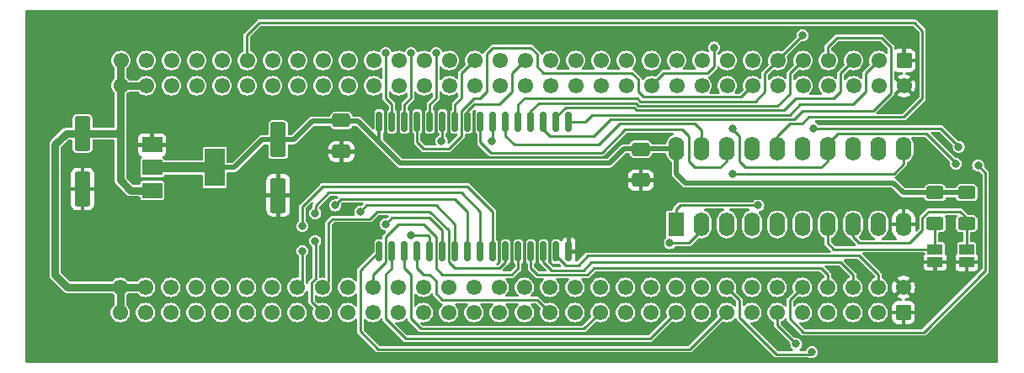
<source format=gbr>
%TF.GenerationSoftware,KiCad,Pcbnew,8.0.1*%
%TF.CreationDate,2024-04-05T09:52:39+02:00*%
%TF.ProjectId,qlexternal512kram_MIX,716c6578-7465-4726-9e61-6c3531326b72,0.1*%
%TF.SameCoordinates,Original*%
%TF.FileFunction,Copper,L1,Top*%
%TF.FilePolarity,Positive*%
%FSLAX46Y46*%
G04 Gerber Fmt 4.6, Leading zero omitted, Abs format (unit mm)*
G04 Created by KiCad (PCBNEW 8.0.1) date 2024-04-05 09:52:39*
%MOMM*%
%LPD*%
G01*
G04 APERTURE LIST*
G04 Aperture macros list*
%AMRoundRect*
0 Rectangle with rounded corners*
0 $1 Rounding radius*
0 $2 $3 $4 $5 $6 $7 $8 $9 X,Y pos of 4 corners*
0 Add a 4 corners polygon primitive as box body*
4,1,4,$2,$3,$4,$5,$6,$7,$8,$9,$2,$3,0*
0 Add four circle primitives for the rounded corners*
1,1,$1+$1,$2,$3*
1,1,$1+$1,$4,$5*
1,1,$1+$1,$6,$7*
1,1,$1+$1,$8,$9*
0 Add four rect primitives between the rounded corners*
20,1,$1+$1,$2,$3,$4,$5,0*
20,1,$1+$1,$4,$5,$6,$7,0*
20,1,$1+$1,$6,$7,$8,$9,0*
20,1,$1+$1,$8,$9,$2,$3,0*%
G04 Aperture macros list end*
%TA.AperFunction,SMDPad,CuDef*%
%ADD10R,1.500000X1.000000*%
%TD*%
%TA.AperFunction,SMDPad,CuDef*%
%ADD11R,2.000000X1.500000*%
%TD*%
%TA.AperFunction,SMDPad,CuDef*%
%ADD12R,2.000000X3.800000*%
%TD*%
%TA.AperFunction,SMDPad,CuDef*%
%ADD13RoundRect,0.250000X-0.550000X1.500000X-0.550000X-1.500000X0.550000X-1.500000X0.550000X1.500000X0*%
%TD*%
%TA.AperFunction,SMDPad,CuDef*%
%ADD14RoundRect,0.250000X-0.650000X0.412500X-0.650000X-0.412500X0.650000X-0.412500X0.650000X0.412500X0*%
%TD*%
%TA.AperFunction,ComponentPad*%
%ADD15RoundRect,0.249999X0.525001X0.525001X-0.525001X0.525001X-0.525001X-0.525001X0.525001X-0.525001X0*%
%TD*%
%TA.AperFunction,ComponentPad*%
%ADD16C,1.550000*%
%TD*%
%TA.AperFunction,SMDPad,CuDef*%
%ADD17RoundRect,0.250000X-0.625000X0.400000X-0.625000X-0.400000X0.625000X-0.400000X0.625000X0.400000X0*%
%TD*%
%TA.AperFunction,ComponentPad*%
%ADD18RoundRect,0.249999X-0.525001X-0.525001X0.525001X-0.525001X0.525001X0.525001X-0.525001X0.525001X0*%
%TD*%
%TA.AperFunction,ComponentPad*%
%ADD19R,1.600000X2.400000*%
%TD*%
%TA.AperFunction,ComponentPad*%
%ADD20O,1.600000X2.400000*%
%TD*%
%TA.AperFunction,SMDPad,CuDef*%
%ADD21RoundRect,0.150000X0.150000X-0.875000X0.150000X0.875000X-0.150000X0.875000X-0.150000X-0.875000X0*%
%TD*%
%TA.AperFunction,ViaPad*%
%ADD22C,0.800000*%
%TD*%
%TA.AperFunction,Conductor*%
%ADD23C,0.750000*%
%TD*%
%TA.AperFunction,Conductor*%
%ADD24C,0.500000*%
%TD*%
%TA.AperFunction,Conductor*%
%ADD25C,1.000000*%
%TD*%
%TA.AperFunction,Conductor*%
%ADD26C,0.350000*%
%TD*%
%TA.AperFunction,Conductor*%
%ADD27C,0.250000*%
%TD*%
G04 APERTURE END LIST*
D10*
%TO.P,JP1,1,A*%
%TO.N,GND*%
X184245000Y-78105000D03*
%TO.P,JP1,2,B*%
%TO.N,Net-(JP1-B)*%
X184245000Y-76805000D03*
%TD*%
D11*
%TO.P,U3,1,GND*%
%TO.N,GND*%
X105530000Y-66280000D03*
%TO.P,U3,2,VO*%
%TO.N,VCC*%
X105530000Y-68580000D03*
D12*
X111830000Y-68580000D03*
D11*
%TO.P,U3,3,VI*%
%TO.N,+9V*%
X105530000Y-70880000D03*
%TD*%
D13*
%TO.P,C1,1*%
%TO.N,+9V*%
X98520000Y-65145000D03*
%TO.P,C1,2*%
%TO.N,GND*%
X98520000Y-70745000D03*
%TD*%
D14*
%TO.P,C4,1*%
%TO.N,VCC*%
X154654000Y-66725000D03*
%TO.P,C4,2*%
%TO.N,GND*%
X154654000Y-69850000D03*
%TD*%
D13*
%TO.P,C2,1*%
%TO.N,VCC*%
X118205000Y-65780000D03*
%TO.P,C2,2*%
%TO.N,GND*%
X118205000Y-71380000D03*
%TD*%
D14*
%TO.P,C3,1*%
%TO.N,VCC*%
X124555000Y-63842500D03*
%TO.P,C3,2*%
%TO.N,GND*%
X124555000Y-66967500D03*
%TD*%
D15*
%TO.P,J1,a1,GND*%
%TO.N,GND*%
X181120000Y-57785000D03*
D16*
%TO.P,J1,a2,D3*%
%TO.N,/D3*%
X178580000Y-57785000D03*
%TO.P,J1,a3,D4*%
%TO.N,/D4*%
X176040000Y-57785000D03*
%TO.P,J1,a4,D5*%
%TO.N,/D5*%
X173500000Y-57785000D03*
%TO.P,J1,a5,D6*%
%TO.N,/D6*%
X170960000Y-57785000D03*
%TO.P,J1,a6,D7*%
%TO.N,/D7*%
X168420000Y-57785000D03*
%TO.P,J1,a7,A19*%
%TO.N,/A19*%
X165880000Y-57785000D03*
%TO.P,J1,a8,A18*%
%TO.N,/A18*%
X163340000Y-57785000D03*
%TO.P,J1,a9,A17*%
%TO.N,/A17*%
X160800000Y-57785000D03*
%TO.P,J1,a10,A16*%
%TO.N,/A16*%
X158260000Y-57785000D03*
%TO.P,J1,a11,CLKCPU*%
%TO.N,/CLKCPU*%
X155720000Y-57785000D03*
%TO.P,J1,a12,RED*%
%TO.N,/RED*%
X153180000Y-57785000D03*
%TO.P,J1,a13,A14*%
%TO.N,/A14*%
X150640000Y-57785000D03*
%TO.P,J1,a14,A13*%
%TO.N,/A13*%
X148100000Y-57785000D03*
%TO.P,J1,a15,A12*%
%TO.N,/A12*%
X145560000Y-57785000D03*
%TO.P,J1,a16,A11*%
%TO.N,/A11*%
X143020000Y-57785000D03*
%TO.P,J1,a17,A10*%
%TO.N,/A10*%
X140480000Y-57785000D03*
%TO.P,J1,a18,A9*%
%TO.N,/A9*%
X137940000Y-57785000D03*
%TO.P,J1,a19,A8*%
%TO.N,/A8*%
X135400000Y-57785000D03*
%TO.P,J1,a20,A7*%
%TO.N,/A7*%
X132860000Y-57785000D03*
%TO.P,J1,a21,A6*%
%TO.N,/A6*%
X130320000Y-57785000D03*
%TO.P,J1,a22,A5*%
%TO.N,/A5*%
X127780000Y-57785000D03*
%TO.P,J1,a23,A4*%
%TO.N,/A4*%
X125240000Y-57785000D03*
%TO.P,J1,a24,A3*%
%TO.N,/A3*%
X122700000Y-57785000D03*
%TO.P,J1,a25,~{DBG}*%
%TO.N,/DBG*%
X120160000Y-57785000D03*
%TO.P,J1,a26,SP2*%
%TO.N,/SP2*%
X117620000Y-57785000D03*
%TO.P,J1,a27,~{DSMC}*%
%TO.N,/DSMC*%
X115080000Y-57785000D03*
%TO.P,J1,a28,SP1*%
%TO.N,/SP1*%
X112540000Y-57785000D03*
%TO.P,J1,a29,SP0*%
%TO.N,/SP0*%
X110000000Y-57785000D03*
%TO.P,J1,a30,+12V*%
%TO.N,/ma12v*%
X107460000Y-57785000D03*
%TO.P,J1,a31,-12V*%
%TO.N,/me12v*%
X104920000Y-57785000D03*
%TO.P,J1,a32,Vin*%
%TO.N,+9V*%
X102380000Y-57785000D03*
%TO.P,J1,b1,GND*%
%TO.N,GND*%
X181120000Y-60325000D03*
%TO.P,J1,b2,D2*%
%TO.N,/D2*%
X178580000Y-60325000D03*
%TO.P,J1,b3,D1*%
%TO.N,/D1*%
X176040000Y-60325000D03*
%TO.P,J1,b4,D0*%
%TO.N,/D0*%
X173500000Y-60325000D03*
%TO.P,J1,b5,~{AS}*%
%TO.N,/AS*%
X170960000Y-60325000D03*
%TO.P,J1,b6,~{DS}*%
%TO.N,/DS*%
X168420000Y-60325000D03*
%TO.P,J1,b7,~{DRW}*%
%TO.N,/RW*%
X165880000Y-60325000D03*
%TO.P,J1,b8,~{DTACK}*%
%TO.N,/DTACK*%
X163340000Y-60325000D03*
%TO.P,J1,b9,~{BG}*%
%TO.N,/BG*%
X160800000Y-60325000D03*
%TO.P,J1,b10,~{BR}*%
%TO.N,/BR*%
X158260000Y-60325000D03*
%TO.P,J1,b11,A15*%
%TO.N,/A15*%
X155720000Y-60325000D03*
%TO.P,J1,b12,~{RESETCPU}*%
%TO.N,/RESET*%
X153180000Y-60325000D03*
%TO.P,J1,b13,~{CSYNC}*%
%TO.N,/CSYNC*%
X150640000Y-60325000D03*
%TO.P,J1,b14,E*%
%TO.N,/E*%
X148100000Y-60325000D03*
%TO.P,J1,b15,VSYNCH*%
%TO.N,/VSYNC*%
X145560000Y-60325000D03*
%TO.P,J1,b16,~{VPA}*%
%TO.N,/VPA*%
X143020000Y-60325000D03*
%TO.P,J1,b17,GREEN*%
%TO.N,/GREEN*%
X140480000Y-60325000D03*
%TO.P,J1,b18,BLUE*%
%TO.N,/BLUE*%
X137940000Y-60325000D03*
%TO.P,J1,b19,FC2*%
%TO.N,/FC2*%
X135400000Y-60325000D03*
%TO.P,J1,b20,FC1*%
%TO.N,/FC1*%
X132860000Y-60325000D03*
%TO.P,J1,b21,FC0*%
%TO.N,/FC0*%
X130320000Y-60325000D03*
%TO.P,J1,b22,A0*%
%TO.N,/A0*%
X127780000Y-60325000D03*
%TO.P,J1,b23,ROMOEH*%
%TO.N,/ROMOE*%
X125240000Y-60325000D03*
%TO.P,J1,b24,A1*%
%TO.N,/A1*%
X122700000Y-60325000D03*
%TO.P,J1,b25,A2*%
%TO.N,/A2*%
X120160000Y-60325000D03*
%TO.P,J1,b26,SP3*%
%TO.N,/SP3*%
X117620000Y-60325000D03*
%TO.P,J1,b27,~{IPLO}*%
%TO.N,/IPL0*%
X115080000Y-60325000D03*
%TO.P,J1,b28,~{BERR}*%
%TO.N,/BERR*%
X112540000Y-60325000D03*
%TO.P,J1,b29,~{IPL1}*%
%TO.N,/IPL1*%
X110000000Y-60325000D03*
%TO.P,J1,b30,~{EXTINT}*%
%TO.N,/EXTINT*%
X107460000Y-60325000D03*
%TO.P,J1,b31,Vin*%
%TO.N,+9V*%
X104920000Y-60325000D03*
%TO.P,J1,b32,Vin*%
X102380000Y-60325000D03*
%TD*%
D17*
%TO.P,R2,1*%
%TO.N,VCC*%
X187420000Y-71120000D03*
%TO.P,R2,2*%
%TO.N,Net-(JP2-B)*%
X187420000Y-74220000D03*
%TD*%
D18*
%TO.P,J2,a1,GND*%
%TO.N,GND*%
X181060000Y-83185000D03*
D16*
%TO.P,J2,a2,D3*%
%TO.N,/D3*%
X178520000Y-83185000D03*
%TO.P,J2,a3,D4*%
%TO.N,/D4*%
X175980000Y-83185000D03*
%TO.P,J2,a4,D5*%
%TO.N,/D5*%
X173440000Y-83185000D03*
%TO.P,J2,a5,D6*%
%TO.N,/D6*%
X170900000Y-83185000D03*
%TO.P,J2,a6,D7*%
%TO.N,/D7*%
X168360000Y-83185000D03*
%TO.P,J2,a7,A19*%
%TO.N,/A19*%
X165820000Y-83185000D03*
%TO.P,J2,a8,A18*%
%TO.N,/A18*%
X163280000Y-83185000D03*
%TO.P,J2,a9,A17*%
%TO.N,/A17*%
X160740000Y-83185000D03*
%TO.P,J2,a10,A16*%
%TO.N,/A16*%
X158200000Y-83185000D03*
%TO.P,J2,a11,CLKCPU*%
%TO.N,/CLKCPU*%
X155660000Y-83185000D03*
%TO.P,J2,a12,RED*%
%TO.N,/RED*%
X153120000Y-83185000D03*
%TO.P,J2,a13,A14*%
%TO.N,/A14*%
X150580000Y-83185000D03*
%TO.P,J2,a14,A13*%
%TO.N,/A13*%
X148040000Y-83185000D03*
%TO.P,J2,a15,A12*%
%TO.N,/A12*%
X145500000Y-83185000D03*
%TO.P,J2,a16,A11*%
%TO.N,/A11*%
X142960000Y-83185000D03*
%TO.P,J2,a17,A10*%
%TO.N,/A10*%
X140420000Y-83185000D03*
%TO.P,J2,a18,A9*%
%TO.N,/A9*%
X137880000Y-83185000D03*
%TO.P,J2,a19,A8*%
%TO.N,/A8*%
X135340000Y-83185000D03*
%TO.P,J2,a20,A7*%
%TO.N,/A7*%
X132800000Y-83185000D03*
%TO.P,J2,a21,A6*%
%TO.N,/A6*%
X130260000Y-83185000D03*
%TO.P,J2,a22,A5*%
%TO.N,/A5*%
X127720000Y-83185000D03*
%TO.P,J2,a23,A4*%
%TO.N,/A4*%
X125180000Y-83185000D03*
%TO.P,J2,a24,A3*%
%TO.N,/A3*%
X122640000Y-83185000D03*
%TO.P,J2,a25,~{DBG}*%
%TO.N,/DBG*%
X120100000Y-83185000D03*
%TO.P,J2,a26,SP2*%
%TO.N,/SP2*%
X117560000Y-83185000D03*
%TO.P,J2,a27,~{DSMC}*%
%TO.N,/DSMC*%
X115020000Y-83185000D03*
%TO.P,J2,a28,SP1*%
%TO.N,/SP1*%
X112480000Y-83185000D03*
%TO.P,J2,a29,SP0*%
%TO.N,/SP0*%
X109940000Y-83185000D03*
%TO.P,J2,a30,+12V*%
%TO.N,/ma12v*%
X107400000Y-83185000D03*
%TO.P,J2,a31,-12V*%
%TO.N,/me12v*%
X104860000Y-83185000D03*
%TO.P,J2,a32,Vin*%
%TO.N,+9V*%
X102320000Y-83185000D03*
%TO.P,J2,b1,GND*%
%TO.N,GND*%
X181060000Y-80645000D03*
%TO.P,J2,b2,D2*%
%TO.N,/D2*%
X178520000Y-80645000D03*
%TO.P,J2,b3,D1*%
%TO.N,/D1*%
X175980000Y-80645000D03*
%TO.P,J2,b4,D0*%
%TO.N,/D0*%
X173440000Y-80645000D03*
%TO.P,J2,b5,~{AS}*%
%TO.N,/AS*%
X170900000Y-80645000D03*
%TO.P,J2,b6,~{DS}*%
%TO.N,/DS*%
X168360000Y-80645000D03*
%TO.P,J2,b7,~{DRW}*%
%TO.N,/RW*%
X165820000Y-80645000D03*
%TO.P,J2,b8,~{DTACK}*%
%TO.N,/DTACK*%
X163280000Y-80645000D03*
%TO.P,J2,b9,~{BG}*%
%TO.N,/BG*%
X160740000Y-80645000D03*
%TO.P,J2,b10,~{BR}*%
%TO.N,/BR*%
X158200000Y-80645000D03*
%TO.P,J2,b11,A15*%
%TO.N,/A15*%
X155660000Y-80645000D03*
%TO.P,J2,b12,~{RESETCPU}*%
%TO.N,/RESET*%
X153120000Y-80645000D03*
%TO.P,J2,b13,~{CSYNC}*%
%TO.N,/CSYNC*%
X150580000Y-80645000D03*
%TO.P,J2,b14,E*%
%TO.N,/E*%
X148040000Y-80645000D03*
%TO.P,J2,b15,VSYNCH*%
%TO.N,/VSYNC*%
X145500000Y-80645000D03*
%TO.P,J2,b16,~{VPA}*%
%TO.N,/VPA*%
X142960000Y-80645000D03*
%TO.P,J2,b17,GREEN*%
%TO.N,/GREEN*%
X140420000Y-80645000D03*
%TO.P,J2,b18,BLUE*%
%TO.N,/BLUE*%
X137880000Y-80645000D03*
%TO.P,J2,b19,FC2*%
%TO.N,/FC2*%
X135340000Y-80645000D03*
%TO.P,J2,b20,FC1*%
%TO.N,/FC1*%
X132800000Y-80645000D03*
%TO.P,J2,b21,FC0*%
%TO.N,/FC0*%
X130260000Y-80645000D03*
%TO.P,J2,b22,A0*%
%TO.N,/A0*%
X127720000Y-80645000D03*
%TO.P,J2,b23,ROMOEH*%
%TO.N,/ROMOE*%
X125180000Y-80645000D03*
%TO.P,J2,b24,A1*%
%TO.N,/A1*%
X122640000Y-80645000D03*
%TO.P,J2,b25,A2*%
%TO.N,/A2*%
X120100000Y-80645000D03*
%TO.P,J2,b26,SP3*%
%TO.N,/SP3*%
X117560000Y-80645000D03*
%TO.P,J2,b27,~{IPLO}*%
%TO.N,/IPL0*%
X115020000Y-80645000D03*
%TO.P,J2,b28,~{BERR}*%
%TO.N,/BERR*%
X112480000Y-80645000D03*
%TO.P,J2,b29,~{IPL1}*%
%TO.N,/IPL1*%
X109940000Y-80645000D03*
%TO.P,J2,b30,~{EXTINT}*%
%TO.N,/EXTINT*%
X107400000Y-80645000D03*
%TO.P,J2,b31,Vin*%
%TO.N,+9V*%
X104860000Y-80645000D03*
%TO.P,J2,b32,Vin*%
X102320000Y-80645000D03*
%TD*%
D10*
%TO.P,JP2,1,A*%
%TO.N,GND*%
X187420000Y-78120000D03*
%TO.P,JP2,2,B*%
%TO.N,Net-(JP2-B)*%
X187420000Y-76820000D03*
%TD*%
D19*
%TO.P,U2,1,I1/CLK*%
%TO.N,/DS*%
X158215000Y-74310000D03*
D20*
%TO.P,U2,2,I2*%
%TO.N,/A17*%
X160755000Y-74310000D03*
%TO.P,U2,3,I3*%
%TO.N,/A16*%
X163295000Y-74310000D03*
%TO.P,U2,4,I4*%
%TO.N,unconnected-(U2-I4-Pad4)*%
X165835000Y-74310000D03*
%TO.P,U2,5,I5*%
%TO.N,unconnected-(U2-I5-Pad5)*%
X168375000Y-74310000D03*
%TO.P,U2,6,I6*%
%TO.N,/AS*%
X170915000Y-74310000D03*
%TO.P,U2,7,I7*%
%TO.N,Net-(JP1-B)*%
X173455000Y-74310000D03*
%TO.P,U2,8,I8*%
%TO.N,Net-(JP2-B)*%
X175995000Y-74310000D03*
%TO.P,U2,9,I9*%
%TO.N,/A19*%
X178535000Y-74310000D03*
%TO.P,U2,10,GND*%
%TO.N,GND*%
X181075000Y-74310000D03*
%TO.P,U2,11,I10/~{OE}*%
%TO.N,/A18*%
X181075000Y-66690000D03*
%TO.P,U2,12,IO8*%
%TO.N,unconnected-(U2-IO8-Pad12)*%
X178535000Y-66690000D03*
%TO.P,U2,13,IO7*%
%TO.N,unconnected-(U2-IO7-Pad13)*%
X175995000Y-66690000D03*
%TO.P,U2,14,IO6*%
%TO.N,/DTACK*%
X173455000Y-66690000D03*
%TO.P,U2,15,IO5*%
%TO.N,unconnected-(U2-IO5-Pad15)*%
X170915000Y-66690000D03*
%TO.P,U2,16,IO4*%
%TO.N,/DSMC*%
X168375000Y-66690000D03*
%TO.P,U2,17,I03*%
%TO.N,unconnected-(U2-I03-Pad17)*%
X165835000Y-66690000D03*
%TO.P,U2,18,IO2*%
%TO.N,/RAM_OE*%
X163295000Y-66690000D03*
%TO.P,U2,19,IO1*%
%TO.N,/RAM_CE*%
X160755000Y-66690000D03*
%TO.P,U2,20,VCC*%
%TO.N,VCC*%
X158215000Y-66690000D03*
%TD*%
D17*
%TO.P,R1,1*%
%TO.N,VCC*%
X184245000Y-71120000D03*
%TO.P,R1,2*%
%TO.N,Net-(JP1-B)*%
X184245000Y-74220000D03*
%TD*%
D21*
%TO.P,U1,1,A18*%
%TO.N,/A18*%
X128365000Y-77035000D03*
%TO.P,U1,2,A16*%
%TO.N,/A16*%
X129635000Y-77035000D03*
%TO.P,U1,3,A14*%
%TO.N,/A14*%
X130905000Y-77035000D03*
%TO.P,U1,4,A12*%
%TO.N,/A12*%
X132175000Y-77035000D03*
%TO.P,U1,5,A7*%
%TO.N,/A7*%
X133445000Y-77035000D03*
%TO.P,U1,6,A6*%
%TO.N,/A6*%
X134715000Y-77035000D03*
%TO.P,U1,7,A5*%
%TO.N,/A5*%
X135985000Y-77035000D03*
%TO.P,U1,8,A4*%
%TO.N,/A4*%
X137255000Y-77035000D03*
%TO.P,U1,9,A3*%
%TO.N,/A3*%
X138525000Y-77035000D03*
%TO.P,U1,10,A2*%
%TO.N,/A2*%
X139795000Y-77035000D03*
%TO.P,U1,11,A1*%
%TO.N,/A1*%
X141065000Y-77035000D03*
%TO.P,U1,12,A0*%
%TO.N,/A0*%
X142335000Y-77035000D03*
%TO.P,U1,13,DQ0*%
%TO.N,/D0*%
X143605000Y-77035000D03*
%TO.P,U1,14,DQ1*%
%TO.N,/D1*%
X144875000Y-77035000D03*
%TO.P,U1,15,DQ2*%
%TO.N,/D2*%
X146145000Y-77035000D03*
%TO.P,U1,16,VSS*%
%TO.N,GND*%
X147415000Y-77035000D03*
%TO.P,U1,17,DQ3*%
%TO.N,/D3*%
X147415000Y-63935000D03*
%TO.P,U1,18,DQ4*%
%TO.N,/D4*%
X146145000Y-63935000D03*
%TO.P,U1,19,DQ5*%
%TO.N,/D5*%
X144875000Y-63935000D03*
%TO.P,U1,20,DQ6*%
%TO.N,/D6*%
X143605000Y-63935000D03*
%TO.P,U1,21,DQ7*%
%TO.N,/D7*%
X142335000Y-63935000D03*
%TO.P,U1,22,CE#*%
%TO.N,/RAM_CE*%
X141065000Y-63935000D03*
%TO.P,U1,23,A10*%
%TO.N,/A10*%
X139795000Y-63935000D03*
%TO.P,U1,24,OE#*%
%TO.N,/RAM_OE*%
X138525000Y-63935000D03*
%TO.P,U1,25,A11*%
%TO.N,/A11*%
X137255000Y-63935000D03*
%TO.P,U1,26,A9*%
%TO.N,/A9*%
X135985000Y-63935000D03*
%TO.P,U1,27,A8*%
%TO.N,/A8*%
X134715000Y-63935000D03*
%TO.P,U1,28,A13*%
%TO.N,/A13*%
X133445000Y-63935000D03*
%TO.P,U1,29,WE#*%
%TO.N,/RW*%
X132175000Y-63935000D03*
%TO.P,U1,30,A17*%
%TO.N,/A17*%
X130905000Y-63935000D03*
%TO.P,U1,31,A15*%
%TO.N,/A15*%
X129635000Y-63935000D03*
%TO.P,U1,32,VCC*%
%TO.N,VCC*%
X128365000Y-63935000D03*
%TD*%
D22*
%TO.N,/A3*%
X121920000Y-73185000D03*
X121920000Y-75985000D03*
%TO.N,/A4*%
X123920000Y-72390000D03*
%TO.N,/A5*%
X126460000Y-73025000D03*
%TO.N,/A6*%
X129000000Y-74295000D03*
%TO.N,/A7*%
X131540000Y-75390400D03*
%TO.N,/A8*%
X134625500Y-65913000D03*
%TO.N,/A10*%
X139705500Y-65913000D03*
%TO.N,/D7*%
X170275000Y-86360000D03*
X170910000Y-55245000D03*
%TO.N,/A2*%
X120620000Y-76985000D03*
X120620000Y-74485000D03*
%TO.N,/A13*%
X134120000Y-57035000D03*
%TO.N,/A17*%
X157575000Y-76200000D03*
X131570000Y-57035000D03*
%TO.N,/A18*%
X163876200Y-69187500D03*
%TO.N,/A15*%
X162020000Y-56485000D03*
X129020000Y-57035000D03*
%TO.N,/DS*%
X166465000Y-72390000D03*
%TO.N,/AS*%
X172053400Y-64643000D03*
X188570000Y-68385000D03*
X186620000Y-66485000D03*
%TO.N,/DTACK*%
X163863300Y-64664400D03*
X186320000Y-68185000D03*
X171870000Y-87185000D03*
%TD*%
D23*
%TO.N,+9V*%
X101955000Y-65145000D02*
X102330000Y-64770000D01*
X98520000Y-65145000D02*
X101955000Y-65145000D01*
X103360000Y-70880000D02*
X102330000Y-69850000D01*
X97030000Y-80645000D02*
X102330000Y-80645000D01*
X104870000Y-80645000D02*
X102330000Y-80645000D01*
X102330000Y-80645000D02*
X102330000Y-83185000D01*
X95770000Y-66250000D02*
X95770000Y-79385000D01*
X104870000Y-60360000D02*
X102330000Y-60360000D01*
X102330000Y-57820000D02*
X102330000Y-60360000D01*
X105530000Y-70880000D02*
X103360000Y-70880000D01*
X95770000Y-79385000D02*
X97030000Y-80645000D01*
X102330000Y-69850000D02*
X102330000Y-60360000D01*
X98520000Y-65145000D02*
X96875000Y-65145000D01*
X96875000Y-65145000D02*
X95770000Y-66250000D01*
D24*
%TO.N,VCC*%
X118205000Y-65780000D02*
X119735000Y-65780000D01*
X158215000Y-66690000D02*
X158215000Y-69210000D01*
X153130000Y-66675000D02*
X153145000Y-66690000D01*
X187420000Y-71120000D02*
X184245000Y-71120000D01*
X158215000Y-69210000D02*
X158210000Y-69215000D01*
X111830000Y-68580000D02*
X113760000Y-68580000D01*
X121607500Y-63907500D02*
X126232500Y-63907500D01*
X126232500Y-63907500D02*
X130460000Y-68135000D01*
D25*
X105530000Y-68580000D02*
X111830000Y-68580000D01*
D24*
X130460000Y-68135000D02*
X151497200Y-68135000D01*
X159122480Y-70127480D02*
X180077480Y-70127480D01*
X152957200Y-66675000D02*
X153130000Y-66675000D01*
X181070000Y-71120000D02*
X184245000Y-71120000D01*
X158210000Y-69215000D02*
X159122480Y-70127480D01*
X151497200Y-68135000D02*
X152957200Y-66675000D01*
X180077480Y-70127480D02*
X181070000Y-71120000D01*
D26*
X128365000Y-63935000D02*
X128365000Y-66040000D01*
D24*
X113760000Y-68580000D02*
X116560000Y-65780000D01*
X119735000Y-65780000D02*
X121607500Y-63907500D01*
X153145000Y-66690000D02*
X158215000Y-66690000D01*
X116560000Y-65780000D02*
X118205000Y-65780000D01*
D27*
%TO.N,/A3*%
X138525000Y-77035000D02*
X138525000Y-73025000D01*
X121970000Y-72435000D02*
X121970000Y-73135000D01*
X121970000Y-76035000D02*
X121970000Y-79759365D01*
X123285000Y-71120000D02*
X121970000Y-72435000D01*
X138525000Y-73025000D02*
X136620000Y-71120000D01*
X121540000Y-82075000D02*
X122650000Y-83185000D01*
X136620000Y-71120000D02*
X123285000Y-71120000D01*
X121540000Y-80189365D02*
X121540000Y-82075000D01*
X121970000Y-79759365D02*
X121540000Y-80189365D01*
X121920000Y-75985000D02*
X121970000Y-76035000D01*
X121970000Y-73135000D02*
X121920000Y-73185000D01*
%TO.N,/A4*%
X137255000Y-73025000D02*
X137255000Y-77035000D01*
X123920000Y-72390000D02*
X124555000Y-71755000D01*
X135985000Y-71755000D02*
X137255000Y-73025000D01*
X124555000Y-71755000D02*
X135985000Y-71755000D01*
%TO.N,/A5*%
X126460000Y-73025000D02*
X127095000Y-72390000D01*
X127095000Y-72390000D02*
X134080000Y-72390000D01*
X135985000Y-74295000D02*
X135985000Y-77035000D01*
X134080000Y-72390000D02*
X135985000Y-74295000D01*
%TO.N,/A6*%
X134715000Y-74930718D02*
X134715000Y-77035000D01*
X129635000Y-73660000D02*
X133444282Y-73660000D01*
X129000000Y-74295000D02*
X129635000Y-73660000D01*
X133444282Y-73660000D02*
X134715000Y-74930718D01*
%TO.N,/A7*%
X131540000Y-75390400D02*
X133269682Y-75390400D01*
X133445000Y-75565718D02*
X133445000Y-77035000D01*
X133269682Y-75390400D02*
X133445000Y-75565718D01*
%TO.N,/A8*%
X134715000Y-65823500D02*
X134625500Y-65913000D01*
X134715000Y-63935000D02*
X134715000Y-65823500D01*
%TO.N,/A9*%
X136620000Y-61595000D02*
X135985000Y-62230000D01*
X135985000Y-62230000D02*
X135985000Y-63935000D01*
X137890000Y-57820000D02*
X136655000Y-59055000D01*
X136620000Y-59055000D02*
X136620000Y-61595000D01*
X136655000Y-59055000D02*
X136620000Y-59055000D01*
%TO.N,/A10*%
X139795000Y-63935000D02*
X139795000Y-65823500D01*
X139795000Y-65823500D02*
X139705500Y-65913000D01*
%TO.N,/A11*%
X142970000Y-57820000D02*
X141700000Y-59090000D01*
X141700000Y-60960000D02*
X140430000Y-62230000D01*
X140430000Y-62230000D02*
X137935001Y-62230000D01*
X141700000Y-59090000D02*
X141700000Y-60960000D01*
X137255000Y-62910001D02*
X137255000Y-63935000D01*
X137935001Y-62230000D02*
X137255000Y-62910001D01*
%TO.N,/A12*%
X134080000Y-80010000D02*
X133445000Y-79375000D01*
X134715000Y-81915000D02*
X134080000Y-81280000D01*
X145510000Y-83185000D02*
X144240000Y-81915000D01*
X132810000Y-79375000D02*
X132175000Y-78740000D01*
X132175000Y-78740000D02*
X132175000Y-77035000D01*
X133445000Y-79375000D02*
X132810000Y-79375000D01*
X144240000Y-81915000D02*
X134715000Y-81915000D01*
X134080000Y-81280000D02*
X134080000Y-80010000D01*
%TO.N,/D7*%
X170910000Y-55245000D02*
X170910000Y-55280000D01*
X166149300Y-61910700D02*
X167100000Y-60960000D01*
X168370000Y-83185000D02*
X168370000Y-84455000D01*
X170910000Y-55280000D02*
X168370000Y-57820000D01*
X142335000Y-62230000D02*
X142935700Y-61629300D01*
X142335000Y-63935000D02*
X142335000Y-62230000D01*
X167100000Y-60960000D02*
X167100000Y-59090000D01*
X168370000Y-84455000D02*
X170275000Y-86360000D01*
X167100000Y-59090000D02*
X168370000Y-57820000D01*
X154326700Y-61629300D02*
X154608100Y-61910700D01*
X154608100Y-61910700D02*
X166149300Y-61910700D01*
X142935700Y-61629300D02*
X154326700Y-61629300D01*
%TO.N,/D6*%
X170910000Y-57820000D02*
X169640000Y-59090000D01*
X144389300Y-62080700D02*
X143605000Y-62865000D01*
X154421500Y-62361000D02*
X154141200Y-62080700D01*
X168416800Y-62361000D02*
X154421500Y-62361000D01*
X143605000Y-62865000D02*
X143605000Y-63935000D01*
X169640000Y-61137800D02*
X168416800Y-62361000D01*
X169640000Y-59090000D02*
X169640000Y-61137800D01*
X154141200Y-62080700D02*
X144389300Y-62080700D01*
%TO.N,/D5*%
X178870000Y-55485000D02*
X174370000Y-55485000D01*
X179800000Y-61055000D02*
X179800000Y-56415000D01*
X145510000Y-65405000D02*
X149955000Y-65405000D01*
X174370000Y-55485000D02*
X173450000Y-56405000D01*
X144875000Y-63935000D02*
X144875000Y-64770000D01*
X179800000Y-56415000D02*
X178870000Y-55485000D01*
X177990000Y-62865000D02*
X179800000Y-61055000D01*
X144875000Y-64770000D02*
X145510000Y-65405000D01*
X149955000Y-65405000D02*
X151648100Y-63711900D01*
X170063100Y-63711900D02*
X170910000Y-62865000D01*
X151648100Y-63711900D02*
X170063100Y-63711900D01*
X173450000Y-56405000D02*
X173450000Y-57820000D01*
X170910000Y-62865000D02*
X177990000Y-62865000D01*
%TO.N,/D4*%
X174720000Y-59090000D02*
X174720000Y-60960000D01*
X175990000Y-57820000D02*
X174720000Y-59090000D01*
X174085000Y-61595000D02*
X170275000Y-61595000D01*
X169058700Y-62811300D02*
X154234900Y-62811300D01*
X147090800Y-62531100D02*
X146145000Y-63476900D01*
X154234900Y-62811300D02*
X153954700Y-62531100D01*
X174720000Y-60960000D02*
X174085000Y-61595000D01*
X146145000Y-63476900D02*
X146145000Y-63935000D01*
X153954700Y-62531100D02*
X147090800Y-62531100D01*
X170275000Y-61595000D02*
X169058700Y-62811300D01*
%TO.N,/D3*%
X177260000Y-60960000D02*
X175990000Y-62230000D01*
X169655600Y-63261600D02*
X149716600Y-63261600D01*
X177260000Y-59090000D02*
X177260000Y-60960000D01*
X149716600Y-63261600D02*
X149043200Y-63935000D01*
X175990000Y-62230000D02*
X170687200Y-62230000D01*
X149043200Y-63935000D02*
X147415000Y-63935000D01*
X178530000Y-57820000D02*
X177260000Y-59090000D01*
X170687200Y-62230000D02*
X169655600Y-63261600D01*
%TO.N,/A2*%
X120620000Y-72515000D02*
X120620000Y-74485000D01*
X139795000Y-77035000D02*
X139795000Y-73025000D01*
X120620000Y-80135000D02*
X120110000Y-80645000D01*
X120620000Y-76985000D02*
X120620000Y-80135000D01*
X137255000Y-70485000D02*
X122650000Y-70485000D01*
X139795000Y-73025000D02*
X137255000Y-70485000D01*
X122650000Y-70485000D02*
X120620000Y-72515000D01*
%TO.N,/A1*%
X123270000Y-74165000D02*
X123270000Y-80025000D01*
X123270000Y-80025000D02*
X122650000Y-80645000D01*
X133445000Y-73025000D02*
X128130000Y-73025000D01*
X135350000Y-74930000D02*
X133445000Y-73025000D01*
X128130000Y-73025000D02*
X127405000Y-73750000D01*
X140430000Y-78740000D02*
X135970800Y-78740000D01*
X123685000Y-73750000D02*
X123270000Y-74165000D01*
X135970800Y-78740000D02*
X135350000Y-78119200D01*
X127405000Y-73750000D02*
X123685000Y-73750000D01*
X141065000Y-78105000D02*
X140430000Y-78740000D01*
X141065000Y-77035000D02*
X141065000Y-78105000D01*
X135350000Y-78119200D02*
X135350000Y-74930000D01*
%TO.N,/A0*%
X132810000Y-74295000D02*
X134080000Y-75565000D01*
X142335000Y-78740000D02*
X142335000Y-77035000D01*
X134080000Y-78740000D02*
X134715000Y-79375000D01*
X127730000Y-80645000D02*
X127730000Y-79375000D01*
X130270000Y-74295000D02*
X132810000Y-74295000D01*
X134080000Y-75565000D02*
X134080000Y-78740000D01*
X127730000Y-79375000D02*
X129000000Y-78105000D01*
X129000000Y-75565000D02*
X130270000Y-74295000D01*
X141700000Y-79375000D02*
X142335000Y-78740000D01*
X134715000Y-79375000D02*
X141700000Y-79375000D01*
X129000000Y-78105000D02*
X129000000Y-75565000D01*
%TO.N,/RW*%
X139160000Y-57150000D02*
X139160000Y-60960000D01*
X154900400Y-61460400D02*
X154400000Y-60960000D01*
X139160000Y-60960000D02*
X138525000Y-61595000D01*
X165830000Y-60360000D02*
X164729600Y-61460400D01*
X153765000Y-59055000D02*
X144875000Y-59055000D01*
X139795000Y-56515000D02*
X139160000Y-57150000D01*
X138525000Y-61595000D02*
X137894772Y-61595000D01*
X136620000Y-65405000D02*
X136620000Y-64770000D01*
X143605000Y-56515000D02*
X144240000Y-57150000D01*
X132175000Y-66040000D02*
X132810000Y-66675000D01*
X144875000Y-59055000D02*
X144240000Y-58420000D01*
X135350000Y-66675000D02*
X136620000Y-65405000D01*
X136609520Y-62880252D02*
X136609520Y-65010708D01*
X143605000Y-56515000D02*
X139795000Y-56515000D01*
X154400000Y-60960000D02*
X154400000Y-59690000D01*
X137894772Y-61595000D02*
X136609520Y-62880252D01*
X132175000Y-63935000D02*
X132175000Y-66040000D01*
X132810000Y-66675000D02*
X135350000Y-66675000D01*
X144240000Y-58420000D02*
X144240000Y-57150000D01*
X154400000Y-59690000D02*
X153765000Y-59055000D01*
X164729600Y-61460400D02*
X154900400Y-61460400D01*
%TO.N,/D0*%
X173450000Y-79375000D02*
X172815000Y-78740000D01*
X146144400Y-79374400D02*
X146143800Y-79375000D01*
X146143800Y-79375000D02*
X144240000Y-79375000D01*
X143605000Y-78740000D02*
X143605000Y-77035000D01*
X149320600Y-79374400D02*
X146144400Y-79374400D01*
X172815000Y-78740000D02*
X149955000Y-78740000D01*
X149955000Y-78740000D02*
X149320600Y-79374400D01*
X173450000Y-80645000D02*
X173450000Y-79375000D01*
X144240000Y-79375000D02*
X143605000Y-78740000D01*
%TO.N,/D1*%
X144875000Y-78105000D02*
X144875000Y-77035000D01*
X175990000Y-79375000D02*
X174720000Y-78105000D01*
X145691500Y-78921500D02*
X144875000Y-78105000D01*
X148866500Y-78921500D02*
X145691500Y-78921500D01*
X175990000Y-80645000D02*
X175990000Y-79375000D01*
X149683000Y-78105000D02*
X148866500Y-78921500D01*
X174720000Y-78105000D02*
X149683000Y-78105000D01*
%TO.N,/D2*%
X146145000Y-77471400D02*
X146145000Y-77035000D01*
X149309300Y-77459300D02*
X148356800Y-78411800D01*
X178530000Y-80645000D02*
X178530000Y-79375000D01*
X178530000Y-79375000D02*
X176625000Y-77470000D01*
X147085400Y-78411800D02*
X146145000Y-77471400D01*
X149320000Y-77470000D02*
X149309300Y-77459300D01*
X148356800Y-78411800D02*
X147085400Y-78411800D01*
X176625000Y-77470000D02*
X149320000Y-77470000D01*
%TO.N,/RAM_CE*%
X150436700Y-66285000D02*
X141945000Y-66285000D01*
X141065000Y-65405000D02*
X141065000Y-63935000D01*
X160115000Y-64161420D02*
X152560280Y-64161420D01*
X152560280Y-64161420D02*
X150436700Y-66285000D01*
X160755000Y-64801420D02*
X160115000Y-64161420D01*
X141945000Y-66285000D02*
X141065000Y-65405000D01*
X160755000Y-66690000D02*
X160755000Y-64801420D01*
%TO.N,/RAM_OE*%
X159480000Y-65405000D02*
X158845000Y-64770000D01*
X162655000Y-68580000D02*
X160115000Y-68580000D01*
X160115000Y-68580000D02*
X159480000Y-67945000D01*
X158845000Y-64770000D02*
X153076400Y-64770000D01*
X159480000Y-67945000D02*
X159480000Y-65405000D01*
X138525000Y-66040000D02*
X138525000Y-63935000D01*
X153076400Y-64770000D02*
X150761400Y-67085000D01*
X139570000Y-67085000D02*
X138525000Y-66040000D01*
X163295000Y-66690000D02*
X163295000Y-67940000D01*
X150761400Y-67085000D02*
X139570000Y-67085000D01*
X163295000Y-67940000D02*
X162655000Y-68580000D01*
%TO.N,/DSMC*%
X170883580Y-64161420D02*
X171545000Y-63500000D01*
X116300000Y-53975000D02*
X115030000Y-55245000D01*
X168375000Y-65410000D02*
X168370000Y-65405000D01*
X168375000Y-66690000D02*
X168375000Y-65410000D01*
X182975000Y-61595000D02*
X182975000Y-54790000D01*
X169613580Y-64161420D02*
X170883580Y-64161420D01*
X182160000Y-53975000D02*
X116300000Y-53975000D01*
X115030000Y-55245000D02*
X115030000Y-57820000D01*
X182975000Y-54790000D02*
X182160000Y-53975000D01*
X168370000Y-65405000D02*
X169613580Y-64161420D01*
X181070000Y-63500000D02*
X182975000Y-61595000D01*
X171545000Y-63500000D02*
X181070000Y-63500000D01*
%TO.N,/A13*%
X134080000Y-61595000D02*
X133445000Y-62230000D01*
X134120000Y-57110000D02*
X134080000Y-57150000D01*
X133445000Y-62230000D02*
X133445000Y-63935000D01*
X134080000Y-57150000D02*
X134080000Y-61595000D01*
X134120000Y-57035000D02*
X134120000Y-57110000D01*
%TO.N,/A14*%
X130905000Y-78740000D02*
X130905000Y-77035000D01*
X131540000Y-83820000D02*
X131540000Y-79375000D01*
X132555000Y-84835000D02*
X131540000Y-83820000D01*
X150590000Y-83185000D02*
X148940000Y-84835000D01*
X148940000Y-84835000D02*
X132555000Y-84835000D01*
X131540000Y-79375000D02*
X130905000Y-78740000D01*
%TO.N,/A16*%
X131015000Y-85835000D02*
X155560000Y-85835000D01*
X129635000Y-78740000D02*
X129000000Y-79375000D01*
X129000000Y-83820000D02*
X131015000Y-85835000D01*
X155560000Y-85835000D02*
X158210000Y-83185000D01*
X129000000Y-79375000D02*
X129000000Y-83820000D01*
X129635000Y-77035000D02*
X129635000Y-78740000D01*
%TO.N,/A17*%
X160755000Y-74925000D02*
X159480000Y-76200000D01*
X131570000Y-57035000D02*
X131570000Y-57120000D01*
X131540000Y-57150000D02*
X131540000Y-61595000D01*
X131570000Y-57120000D02*
X131540000Y-57150000D01*
X160755000Y-74310000D02*
X160755000Y-74925000D01*
X159480000Y-76200000D02*
X157575000Y-76200000D01*
X130905000Y-62230000D02*
X130905000Y-63935000D01*
X131540000Y-61595000D02*
X130905000Y-62230000D01*
%TO.N,/A18*%
X159590000Y-86885000D02*
X163290000Y-83185000D01*
X126460000Y-78940000D02*
X126460000Y-85090000D01*
X181075000Y-66690000D02*
X181075000Y-68215300D01*
X180102800Y-69187500D02*
X163876200Y-69187500D01*
X128255000Y-86885000D02*
X159590000Y-86885000D01*
X181075000Y-68215300D02*
X180102800Y-69187500D01*
X126460000Y-85090000D02*
X128255000Y-86885000D01*
X128365000Y-77035000D02*
X126460000Y-78940000D01*
%TO.N,/A15*%
X129635000Y-62230000D02*
X129635000Y-63935000D01*
X129000000Y-57055000D02*
X129000000Y-61595000D01*
X129020000Y-57035000D02*
X129000000Y-57055000D01*
X162020000Y-58420000D02*
X162020000Y-56515000D01*
X161385000Y-59055000D02*
X162020000Y-58420000D01*
X155670000Y-60360000D02*
X156940000Y-59090000D01*
X156940000Y-59055000D02*
X161385000Y-59055000D01*
X156940000Y-59090000D02*
X156940000Y-59055000D01*
X129000000Y-61595000D02*
X129635000Y-62230000D01*
%TO.N,/DS*%
X158609700Y-72390000D02*
X158215000Y-72784700D01*
X166465000Y-72390000D02*
X158609700Y-72390000D01*
X158215000Y-72784700D02*
X158215000Y-74310000D01*
%TO.N,/AS*%
X184831400Y-64646400D02*
X172056800Y-64646400D01*
X170910000Y-80645000D02*
X169640000Y-81915000D01*
X169640000Y-83820000D02*
X171005000Y-85185000D01*
X183070000Y-85185000D02*
X189325000Y-78930000D01*
X169640000Y-81915000D02*
X169640000Y-83820000D01*
X172056800Y-64646400D02*
X172053400Y-64643000D01*
X189325000Y-78930000D02*
X189325000Y-69140000D01*
X186620000Y-66485000D02*
X186620000Y-66435000D01*
X189325000Y-69140000D02*
X188570000Y-68385000D01*
X186620000Y-66435000D02*
X184831400Y-64646400D01*
X171005000Y-85185000D02*
X183070000Y-85185000D01*
%TO.N,/DTACK*%
X172815000Y-68580000D02*
X173455000Y-67940000D01*
X173455000Y-67940000D02*
X173455000Y-66690000D01*
X171870000Y-87185000D02*
X171670000Y-87385000D01*
X163863300Y-64664400D02*
X163863300Y-64708300D01*
X163863300Y-64708300D02*
X164560000Y-65405000D01*
X164570000Y-81935000D02*
X163280000Y-80645000D01*
X186320000Y-68115718D02*
X183368982Y-65164700D01*
X164560000Y-65405000D02*
X164560000Y-67945000D01*
X164570000Y-83685000D02*
X164570000Y-81935000D01*
X171670000Y-87385000D02*
X168270000Y-87385000D01*
X173455000Y-66189400D02*
X173455000Y-66690000D01*
X165195000Y-68580000D02*
X172815000Y-68580000D01*
X186320000Y-68185000D02*
X186320000Y-68115718D01*
X164560000Y-67945000D02*
X165195000Y-68580000D01*
X183368982Y-65164700D02*
X174479700Y-65164700D01*
X174479700Y-65164700D02*
X173455000Y-66189400D01*
X168270000Y-87385000D02*
X164570000Y-83685000D01*
%TO.N,Net-(JP1-B)*%
X173455000Y-76195000D02*
X173455000Y-74310000D01*
X184245000Y-76805000D02*
X174055000Y-76805000D01*
X184245000Y-74220000D02*
X184245000Y-76805000D01*
X174055000Y-76805000D02*
X173450000Y-76200000D01*
X173450000Y-76200000D02*
X173455000Y-76195000D01*
%TO.N,Net-(JP2-B)*%
X181705000Y-76200000D02*
X182975000Y-74930000D01*
X176625000Y-76200000D02*
X181705000Y-76200000D01*
X175995000Y-74310000D02*
X175995000Y-75570000D01*
X175995000Y-75570000D02*
X176625000Y-76200000D01*
X183602507Y-73025000D02*
X186785000Y-73025000D01*
X182975000Y-73652507D02*
X183602507Y-73025000D01*
X187420000Y-73660000D02*
X187420000Y-74220000D01*
X182975000Y-74930000D02*
X182975000Y-73652507D01*
X186785000Y-73025000D02*
X187420000Y-73660000D01*
X187420000Y-74220000D02*
X187420000Y-76820000D01*
%TD*%
%TA.AperFunction,Conductor*%
%TO.N,GND*%
G36*
X180315640Y-58877876D02*
G01*
X180342405Y-58893705D01*
X180495506Y-58938185D01*
X180531275Y-58941000D01*
X180872819Y-58941000D01*
X180940940Y-58961002D01*
X180987433Y-59014658D01*
X180997537Y-59084932D01*
X180968043Y-59149512D01*
X180908317Y-59187896D01*
X180895972Y-59190855D01*
X180802288Y-59208367D01*
X180602517Y-59285759D01*
X180602513Y-59285761D01*
X180446665Y-59382258D01*
X180924772Y-59860365D01*
X180812993Y-59924901D01*
X180719901Y-60017993D01*
X180655365Y-60129772D01*
X180162405Y-59636812D01*
X180128379Y-59574500D01*
X180125500Y-59547717D01*
X180125500Y-58986329D01*
X180145502Y-58918208D01*
X180199158Y-58871715D01*
X180269432Y-58861611D01*
X180315640Y-58877876D01*
G37*
%TD.AperFunction*%
%TA.AperFunction,Conductor*%
G36*
X190537121Y-52725002D02*
G01*
X190583614Y-52778658D01*
X190595000Y-52831000D01*
X190595000Y-88139000D01*
X190574998Y-88207121D01*
X190521342Y-88253614D01*
X190469000Y-88265000D01*
X92931000Y-88265000D01*
X92862879Y-88244998D01*
X92816386Y-88191342D01*
X92805000Y-88139000D01*
X92805000Y-79460766D01*
X95194500Y-79460766D01*
X95217048Y-79544917D01*
X95233718Y-79607132D01*
X95233721Y-79607139D01*
X95309482Y-79738361D01*
X95309490Y-79738371D01*
X96676628Y-81105509D01*
X96676633Y-81105513D01*
X96676635Y-81105515D01*
X96676636Y-81105516D01*
X96676638Y-81105517D01*
X96727739Y-81135020D01*
X96807865Y-81181281D01*
X96954233Y-81220500D01*
X96954234Y-81220500D01*
X101470759Y-81220500D01*
X101538880Y-81240502D01*
X101568155Y-81266564D01*
X101626878Y-81338117D01*
X101626877Y-81338117D01*
X101626878Y-81338118D01*
X101626880Y-81338120D01*
X101708434Y-81405050D01*
X101748402Y-81463726D01*
X101754500Y-81502448D01*
X101754500Y-82327550D01*
X101734498Y-82395671D01*
X101708435Y-82424949D01*
X101626880Y-82491880D01*
X101504977Y-82640418D01*
X101414395Y-82809885D01*
X101358613Y-82993775D01*
X101339780Y-83184997D01*
X101339780Y-83185002D01*
X101358613Y-83376224D01*
X101358614Y-83376230D01*
X101358615Y-83376231D01*
X101414395Y-83560114D01*
X101504977Y-83729581D01*
X101626880Y-83878120D01*
X101775419Y-84000023D01*
X101944886Y-84090605D01*
X102128769Y-84146385D01*
X102128773Y-84146385D01*
X102128775Y-84146386D01*
X102319997Y-84165220D01*
X102320000Y-84165220D01*
X102320003Y-84165220D01*
X102511224Y-84146386D01*
X102511225Y-84146385D01*
X102511231Y-84146385D01*
X102695114Y-84090605D01*
X102864581Y-84000023D01*
X103013120Y-83878120D01*
X103135023Y-83729581D01*
X103225605Y-83560114D01*
X103281385Y-83376231D01*
X103300220Y-83185002D01*
X103879780Y-83185002D01*
X103898613Y-83376224D01*
X103898614Y-83376230D01*
X103898615Y-83376231D01*
X103954395Y-83560114D01*
X104044977Y-83729581D01*
X104166880Y-83878120D01*
X104315419Y-84000023D01*
X104484886Y-84090605D01*
X104668769Y-84146385D01*
X104668773Y-84146385D01*
X104668775Y-84146386D01*
X104859997Y-84165220D01*
X104860000Y-84165220D01*
X104860003Y-84165220D01*
X105051224Y-84146386D01*
X105051225Y-84146385D01*
X105051231Y-84146385D01*
X105235114Y-84090605D01*
X105404581Y-84000023D01*
X105553120Y-83878120D01*
X105675023Y-83729581D01*
X105765605Y-83560114D01*
X105821385Y-83376231D01*
X105840220Y-83185002D01*
X106419780Y-83185002D01*
X106438613Y-83376224D01*
X106438614Y-83376230D01*
X106438615Y-83376231D01*
X106494395Y-83560114D01*
X106584977Y-83729581D01*
X106706880Y-83878120D01*
X106855419Y-84000023D01*
X107024886Y-84090605D01*
X107208769Y-84146385D01*
X107208773Y-84146385D01*
X107208775Y-84146386D01*
X107399997Y-84165220D01*
X107400000Y-84165220D01*
X107400003Y-84165220D01*
X107591224Y-84146386D01*
X107591225Y-84146385D01*
X107591231Y-84146385D01*
X107775114Y-84090605D01*
X107944581Y-84000023D01*
X108093120Y-83878120D01*
X108215023Y-83729581D01*
X108305605Y-83560114D01*
X108361385Y-83376231D01*
X108380220Y-83185002D01*
X108959780Y-83185002D01*
X108978613Y-83376224D01*
X108978614Y-83376230D01*
X108978615Y-83376231D01*
X109034395Y-83560114D01*
X109124977Y-83729581D01*
X109246880Y-83878120D01*
X109395419Y-84000023D01*
X109564886Y-84090605D01*
X109748769Y-84146385D01*
X109748773Y-84146385D01*
X109748775Y-84146386D01*
X109939997Y-84165220D01*
X109940000Y-84165220D01*
X109940003Y-84165220D01*
X110131224Y-84146386D01*
X110131225Y-84146385D01*
X110131231Y-84146385D01*
X110315114Y-84090605D01*
X110484581Y-84000023D01*
X110633120Y-83878120D01*
X110755023Y-83729581D01*
X110845605Y-83560114D01*
X110901385Y-83376231D01*
X110920220Y-83185002D01*
X111499780Y-83185002D01*
X111518613Y-83376224D01*
X111518614Y-83376230D01*
X111518615Y-83376231D01*
X111574395Y-83560114D01*
X111664977Y-83729581D01*
X111786880Y-83878120D01*
X111935419Y-84000023D01*
X112104886Y-84090605D01*
X112288769Y-84146385D01*
X112288773Y-84146385D01*
X112288775Y-84146386D01*
X112479997Y-84165220D01*
X112480000Y-84165220D01*
X112480003Y-84165220D01*
X112671224Y-84146386D01*
X112671225Y-84146385D01*
X112671231Y-84146385D01*
X112855114Y-84090605D01*
X113024581Y-84000023D01*
X113173120Y-83878120D01*
X113295023Y-83729581D01*
X113385605Y-83560114D01*
X113441385Y-83376231D01*
X113460220Y-83185002D01*
X114039780Y-83185002D01*
X114058613Y-83376224D01*
X114058614Y-83376230D01*
X114058615Y-83376231D01*
X114114395Y-83560114D01*
X114204977Y-83729581D01*
X114326880Y-83878120D01*
X114475419Y-84000023D01*
X114644886Y-84090605D01*
X114828769Y-84146385D01*
X114828773Y-84146385D01*
X114828775Y-84146386D01*
X115019997Y-84165220D01*
X115020000Y-84165220D01*
X115020003Y-84165220D01*
X115211224Y-84146386D01*
X115211225Y-84146385D01*
X115211231Y-84146385D01*
X115395114Y-84090605D01*
X115564581Y-84000023D01*
X115713120Y-83878120D01*
X115835023Y-83729581D01*
X115925605Y-83560114D01*
X115981385Y-83376231D01*
X116000220Y-83185002D01*
X116579780Y-83185002D01*
X116598613Y-83376224D01*
X116598614Y-83376230D01*
X116598615Y-83376231D01*
X116654395Y-83560114D01*
X116744977Y-83729581D01*
X116866880Y-83878120D01*
X117015419Y-84000023D01*
X117184886Y-84090605D01*
X117368769Y-84146385D01*
X117368773Y-84146385D01*
X117368775Y-84146386D01*
X117559997Y-84165220D01*
X117560000Y-84165220D01*
X117560003Y-84165220D01*
X117751224Y-84146386D01*
X117751225Y-84146385D01*
X117751231Y-84146385D01*
X117935114Y-84090605D01*
X118104581Y-84000023D01*
X118253120Y-83878120D01*
X118375023Y-83729581D01*
X118465605Y-83560114D01*
X118521385Y-83376231D01*
X118540220Y-83185002D01*
X119119780Y-83185002D01*
X119138613Y-83376224D01*
X119138614Y-83376230D01*
X119138615Y-83376231D01*
X119194395Y-83560114D01*
X119284977Y-83729581D01*
X119406880Y-83878120D01*
X119555419Y-84000023D01*
X119724886Y-84090605D01*
X119908769Y-84146385D01*
X119908773Y-84146385D01*
X119908775Y-84146386D01*
X120099997Y-84165220D01*
X120100000Y-84165220D01*
X120100003Y-84165220D01*
X120291224Y-84146386D01*
X120291225Y-84146385D01*
X120291231Y-84146385D01*
X120475114Y-84090605D01*
X120644581Y-84000023D01*
X120793120Y-83878120D01*
X120915023Y-83729581D01*
X121005605Y-83560114D01*
X121061385Y-83376231D01*
X121080220Y-83185000D01*
X121061385Y-82993769D01*
X121005605Y-82809886D01*
X120915023Y-82640419D01*
X120793120Y-82491880D01*
X120644581Y-82369977D01*
X120475114Y-82279395D01*
X120291231Y-82223615D01*
X120291230Y-82223614D01*
X120291224Y-82223613D01*
X120100003Y-82204780D01*
X120099997Y-82204780D01*
X119908775Y-82223613D01*
X119724885Y-82279395D01*
X119555418Y-82369977D01*
X119406880Y-82491880D01*
X119284977Y-82640418D01*
X119194395Y-82809885D01*
X119138613Y-82993775D01*
X119119780Y-83184997D01*
X119119780Y-83185002D01*
X118540220Y-83185002D01*
X118540220Y-83185000D01*
X118521385Y-82993769D01*
X118465605Y-82809886D01*
X118375023Y-82640419D01*
X118253120Y-82491880D01*
X118104581Y-82369977D01*
X117935114Y-82279395D01*
X117751231Y-82223615D01*
X117751230Y-82223614D01*
X117751224Y-82223613D01*
X117560003Y-82204780D01*
X117559997Y-82204780D01*
X117368775Y-82223613D01*
X117184885Y-82279395D01*
X117015418Y-82369977D01*
X116866880Y-82491880D01*
X116744977Y-82640418D01*
X116654395Y-82809885D01*
X116598613Y-82993775D01*
X116579780Y-83184997D01*
X116579780Y-83185002D01*
X116000220Y-83185002D01*
X116000220Y-83185000D01*
X115981385Y-82993769D01*
X115925605Y-82809886D01*
X115835023Y-82640419D01*
X115713120Y-82491880D01*
X115564581Y-82369977D01*
X115395114Y-82279395D01*
X115211231Y-82223615D01*
X115211230Y-82223614D01*
X115211224Y-82223613D01*
X115020003Y-82204780D01*
X115019997Y-82204780D01*
X114828775Y-82223613D01*
X114644885Y-82279395D01*
X114475418Y-82369977D01*
X114326880Y-82491880D01*
X114204977Y-82640418D01*
X114114395Y-82809885D01*
X114058613Y-82993775D01*
X114039780Y-83184997D01*
X114039780Y-83185002D01*
X113460220Y-83185002D01*
X113460220Y-83185000D01*
X113441385Y-82993769D01*
X113385605Y-82809886D01*
X113295023Y-82640419D01*
X113173120Y-82491880D01*
X113024581Y-82369977D01*
X112855114Y-82279395D01*
X112671231Y-82223615D01*
X112671230Y-82223614D01*
X112671224Y-82223613D01*
X112480003Y-82204780D01*
X112479997Y-82204780D01*
X112288775Y-82223613D01*
X112104885Y-82279395D01*
X111935418Y-82369977D01*
X111786880Y-82491880D01*
X111664977Y-82640418D01*
X111574395Y-82809885D01*
X111518613Y-82993775D01*
X111499780Y-83184997D01*
X111499780Y-83185002D01*
X110920220Y-83185002D01*
X110920220Y-83185000D01*
X110901385Y-82993769D01*
X110845605Y-82809886D01*
X110755023Y-82640419D01*
X110633120Y-82491880D01*
X110484581Y-82369977D01*
X110315114Y-82279395D01*
X110131231Y-82223615D01*
X110131230Y-82223614D01*
X110131224Y-82223613D01*
X109940003Y-82204780D01*
X109939997Y-82204780D01*
X109748775Y-82223613D01*
X109564885Y-82279395D01*
X109395418Y-82369977D01*
X109246880Y-82491880D01*
X109124977Y-82640418D01*
X109034395Y-82809885D01*
X108978613Y-82993775D01*
X108959780Y-83184997D01*
X108959780Y-83185002D01*
X108380220Y-83185002D01*
X108380220Y-83185000D01*
X108361385Y-82993769D01*
X108305605Y-82809886D01*
X108215023Y-82640419D01*
X108093120Y-82491880D01*
X107944581Y-82369977D01*
X107775114Y-82279395D01*
X107591231Y-82223615D01*
X107591230Y-82223614D01*
X107591224Y-82223613D01*
X107400003Y-82204780D01*
X107399997Y-82204780D01*
X107208775Y-82223613D01*
X107024885Y-82279395D01*
X106855418Y-82369977D01*
X106706880Y-82491880D01*
X106584977Y-82640418D01*
X106494395Y-82809885D01*
X106438613Y-82993775D01*
X106419780Y-83184997D01*
X106419780Y-83185002D01*
X105840220Y-83185002D01*
X105840220Y-83185000D01*
X105821385Y-82993769D01*
X105765605Y-82809886D01*
X105675023Y-82640419D01*
X105553120Y-82491880D01*
X105404581Y-82369977D01*
X105235114Y-82279395D01*
X105051231Y-82223615D01*
X105051230Y-82223614D01*
X105051224Y-82223613D01*
X104860003Y-82204780D01*
X104859997Y-82204780D01*
X104668775Y-82223613D01*
X104484885Y-82279395D01*
X104315418Y-82369977D01*
X104166880Y-82491880D01*
X104044977Y-82640418D01*
X103954395Y-82809885D01*
X103898613Y-82993775D01*
X103879780Y-83184997D01*
X103879780Y-83185002D01*
X103300220Y-83185002D01*
X103300220Y-83185000D01*
X103281385Y-82993769D01*
X103225605Y-82809886D01*
X103135023Y-82640419D01*
X103013120Y-82491880D01*
X103013117Y-82491877D01*
X102951566Y-82441363D01*
X102911597Y-82382685D01*
X102905500Y-82343964D01*
X102905500Y-81486034D01*
X102925502Y-81417913D01*
X102951563Y-81388637D01*
X103013120Y-81338120D01*
X103071843Y-81266564D01*
X103130519Y-81226598D01*
X103169241Y-81220500D01*
X104010759Y-81220500D01*
X104078880Y-81240502D01*
X104108155Y-81266564D01*
X104166880Y-81338120D01*
X104315419Y-81460023D01*
X104484886Y-81550605D01*
X104668769Y-81606385D01*
X104668773Y-81606385D01*
X104668775Y-81606386D01*
X104859997Y-81625220D01*
X104860000Y-81625220D01*
X104860003Y-81625220D01*
X105051224Y-81606386D01*
X105051225Y-81606385D01*
X105051231Y-81606385D01*
X105235114Y-81550605D01*
X105404581Y-81460023D01*
X105553120Y-81338120D01*
X105675023Y-81189581D01*
X105765605Y-81020114D01*
X105821385Y-80836231D01*
X105840220Y-80645002D01*
X106419780Y-80645002D01*
X106438613Y-80836224D01*
X106438614Y-80836230D01*
X106438615Y-80836231D01*
X106494395Y-81020114D01*
X106584977Y-81189581D01*
X106706880Y-81338120D01*
X106855419Y-81460023D01*
X107024886Y-81550605D01*
X107208769Y-81606385D01*
X107208773Y-81606385D01*
X107208775Y-81606386D01*
X107399997Y-81625220D01*
X107400000Y-81625220D01*
X107400003Y-81625220D01*
X107591224Y-81606386D01*
X107591225Y-81606385D01*
X107591231Y-81606385D01*
X107775114Y-81550605D01*
X107944581Y-81460023D01*
X108093120Y-81338120D01*
X108215023Y-81189581D01*
X108305605Y-81020114D01*
X108361385Y-80836231D01*
X108380220Y-80645002D01*
X108959780Y-80645002D01*
X108978613Y-80836224D01*
X108978614Y-80836230D01*
X108978615Y-80836231D01*
X109034395Y-81020114D01*
X109124977Y-81189581D01*
X109246880Y-81338120D01*
X109395419Y-81460023D01*
X109564886Y-81550605D01*
X109748769Y-81606385D01*
X109748773Y-81606385D01*
X109748775Y-81606386D01*
X109939997Y-81625220D01*
X109940000Y-81625220D01*
X109940003Y-81625220D01*
X110131224Y-81606386D01*
X110131225Y-81606385D01*
X110131231Y-81606385D01*
X110315114Y-81550605D01*
X110484581Y-81460023D01*
X110633120Y-81338120D01*
X110755023Y-81189581D01*
X110845605Y-81020114D01*
X110901385Y-80836231D01*
X110920220Y-80645002D01*
X111499780Y-80645002D01*
X111518613Y-80836224D01*
X111518614Y-80836230D01*
X111518615Y-80836231D01*
X111574395Y-81020114D01*
X111664977Y-81189581D01*
X111786880Y-81338120D01*
X111935419Y-81460023D01*
X112104886Y-81550605D01*
X112288769Y-81606385D01*
X112288773Y-81606385D01*
X112288775Y-81606386D01*
X112479997Y-81625220D01*
X112480000Y-81625220D01*
X112480003Y-81625220D01*
X112671224Y-81606386D01*
X112671225Y-81606385D01*
X112671231Y-81606385D01*
X112855114Y-81550605D01*
X113024581Y-81460023D01*
X113173120Y-81338120D01*
X113295023Y-81189581D01*
X113385605Y-81020114D01*
X113441385Y-80836231D01*
X113460220Y-80645002D01*
X114039780Y-80645002D01*
X114058613Y-80836224D01*
X114058614Y-80836230D01*
X114058615Y-80836231D01*
X114114395Y-81020114D01*
X114204977Y-81189581D01*
X114326880Y-81338120D01*
X114475419Y-81460023D01*
X114644886Y-81550605D01*
X114828769Y-81606385D01*
X114828773Y-81606385D01*
X114828775Y-81606386D01*
X115019997Y-81625220D01*
X115020000Y-81625220D01*
X115020003Y-81625220D01*
X115211224Y-81606386D01*
X115211225Y-81606385D01*
X115211231Y-81606385D01*
X115395114Y-81550605D01*
X115564581Y-81460023D01*
X115713120Y-81338120D01*
X115835023Y-81189581D01*
X115925605Y-81020114D01*
X115981385Y-80836231D01*
X116000220Y-80645002D01*
X116579780Y-80645002D01*
X116598613Y-80836224D01*
X116598614Y-80836230D01*
X116598615Y-80836231D01*
X116654395Y-81020114D01*
X116744977Y-81189581D01*
X116866880Y-81338120D01*
X117015419Y-81460023D01*
X117184886Y-81550605D01*
X117368769Y-81606385D01*
X117368773Y-81606385D01*
X117368775Y-81606386D01*
X117559997Y-81625220D01*
X117560000Y-81625220D01*
X117560003Y-81625220D01*
X117751224Y-81606386D01*
X117751225Y-81606385D01*
X117751231Y-81606385D01*
X117935114Y-81550605D01*
X118104581Y-81460023D01*
X118253120Y-81338120D01*
X118375023Y-81189581D01*
X118465605Y-81020114D01*
X118521385Y-80836231D01*
X118540220Y-80645002D01*
X119119780Y-80645002D01*
X119138613Y-80836224D01*
X119138614Y-80836230D01*
X119138615Y-80836231D01*
X119194395Y-81020114D01*
X119284977Y-81189581D01*
X119406880Y-81338120D01*
X119555419Y-81460023D01*
X119724886Y-81550605D01*
X119908769Y-81606385D01*
X119908773Y-81606385D01*
X119908775Y-81606386D01*
X120099997Y-81625220D01*
X120100000Y-81625220D01*
X120100003Y-81625220D01*
X120291224Y-81606386D01*
X120291225Y-81606385D01*
X120291231Y-81606385D01*
X120475114Y-81550605D01*
X120644581Y-81460023D01*
X120793120Y-81338120D01*
X120915023Y-81189581D01*
X120977378Y-81072922D01*
X121027130Y-81022275D01*
X121096367Y-81006565D01*
X121163106Y-81030781D01*
X121206158Y-81087235D01*
X121214500Y-81132319D01*
X121214500Y-82032147D01*
X121214500Y-82117853D01*
X121236682Y-82200639D01*
X121236683Y-82200641D01*
X121236684Y-82200643D01*
X121279532Y-82274858D01*
X121279534Y-82274860D01*
X121279535Y-82274862D01*
X121699651Y-82694978D01*
X121733675Y-82757289D01*
X121731130Y-82820647D01*
X121678613Y-82993775D01*
X121659780Y-83184997D01*
X121659780Y-83185002D01*
X121678613Y-83376224D01*
X121678614Y-83376230D01*
X121678615Y-83376231D01*
X121734395Y-83560114D01*
X121824977Y-83729581D01*
X121946880Y-83878120D01*
X122095419Y-84000023D01*
X122264886Y-84090605D01*
X122448769Y-84146385D01*
X122448773Y-84146385D01*
X122448775Y-84146386D01*
X122639997Y-84165220D01*
X122640000Y-84165220D01*
X122640003Y-84165220D01*
X122831224Y-84146386D01*
X122831225Y-84146385D01*
X122831231Y-84146385D01*
X123015114Y-84090605D01*
X123184581Y-84000023D01*
X123333120Y-83878120D01*
X123455023Y-83729581D01*
X123545605Y-83560114D01*
X123601385Y-83376231D01*
X123620220Y-83185000D01*
X123601385Y-82993769D01*
X123545605Y-82809886D01*
X123455023Y-82640419D01*
X123333120Y-82491880D01*
X123184581Y-82369977D01*
X123015114Y-82279395D01*
X122831231Y-82223615D01*
X122831230Y-82223614D01*
X122831224Y-82223613D01*
X122640003Y-82204780D01*
X122639997Y-82204780D01*
X122448775Y-82223613D01*
X122290992Y-82271475D01*
X122219998Y-82272108D01*
X122165322Y-82239995D01*
X121902405Y-81977078D01*
X121868379Y-81914766D01*
X121865500Y-81887983D01*
X121865500Y-81537738D01*
X121885502Y-81469617D01*
X121939158Y-81423124D01*
X122009432Y-81413020D01*
X122071434Y-81440339D01*
X122095419Y-81460023D01*
X122264886Y-81550605D01*
X122448769Y-81606385D01*
X122448773Y-81606385D01*
X122448775Y-81606386D01*
X122639997Y-81625220D01*
X122640000Y-81625220D01*
X122640003Y-81625220D01*
X122831224Y-81606386D01*
X122831225Y-81606385D01*
X122831231Y-81606385D01*
X123015114Y-81550605D01*
X123184581Y-81460023D01*
X123333120Y-81338120D01*
X123455023Y-81189581D01*
X123545605Y-81020114D01*
X123601385Y-80836231D01*
X123620220Y-80645000D01*
X123601385Y-80453769D01*
X123547291Y-80275447D01*
X123546659Y-80204455D01*
X123558745Y-80175879D01*
X123573318Y-80150638D01*
X123595500Y-80067853D01*
X123595500Y-74352016D01*
X123615502Y-74283895D01*
X123632405Y-74262921D01*
X123782921Y-74112405D01*
X123845233Y-74078379D01*
X123872016Y-74075500D01*
X127447851Y-74075500D01*
X127447853Y-74075500D01*
X127530639Y-74053318D01*
X127604862Y-74010465D01*
X128227921Y-73387404D01*
X128290234Y-73353380D01*
X128317017Y-73350500D01*
X129179983Y-73350500D01*
X129248104Y-73370502D01*
X129294597Y-73424158D01*
X129304701Y-73494432D01*
X129275207Y-73559012D01*
X129269091Y-73565581D01*
X129216512Y-73618161D01*
X129172382Y-73662291D01*
X129110070Y-73696316D01*
X129066842Y-73698117D01*
X129000002Y-73689318D01*
X129000000Y-73689318D01*
X128843239Y-73709955D01*
X128697160Y-73770463D01*
X128697157Y-73770465D01*
X128571718Y-73866718D01*
X128475465Y-73992157D01*
X128475463Y-73992160D01*
X128414955Y-74138239D01*
X128394318Y-74294999D01*
X128394318Y-74295000D01*
X128414955Y-74451760D01*
X128457970Y-74555606D01*
X128475464Y-74597841D01*
X128571718Y-74723282D01*
X128697159Y-74819536D01*
X128843238Y-74880044D01*
X128926941Y-74891063D01*
X128991868Y-74919785D01*
X129030960Y-74979050D01*
X129031805Y-75050041D01*
X128999591Y-75105080D01*
X128739537Y-75365135D01*
X128739534Y-75365139D01*
X128696682Y-75439360D01*
X128696682Y-75439361D01*
X128691028Y-75460464D01*
X128683881Y-75487139D01*
X128674500Y-75522148D01*
X128674500Y-75683500D01*
X128654498Y-75751621D01*
X128600842Y-75798114D01*
X128548500Y-75809500D01*
X128181738Y-75809500D01*
X128113605Y-75819427D01*
X128008517Y-75870801D01*
X128008514Y-75870803D01*
X127925803Y-75953514D01*
X127925801Y-75953517D01*
X127874427Y-76058605D01*
X127864500Y-76126738D01*
X127864500Y-77022982D01*
X127844498Y-77091103D01*
X127827595Y-77112077D01*
X126199540Y-78740131D01*
X126199532Y-78740141D01*
X126156681Y-78814361D01*
X126156681Y-78814365D01*
X126134500Y-78897146D01*
X126134500Y-79918225D01*
X126114498Y-79986346D01*
X126060842Y-80032839D01*
X125990568Y-80042943D01*
X125925988Y-80013449D01*
X125911101Y-79998160D01*
X125903996Y-79989503D01*
X125873120Y-79951880D01*
X125724581Y-79829977D01*
X125555114Y-79739395D01*
X125371231Y-79683615D01*
X125371230Y-79683614D01*
X125371224Y-79683613D01*
X125180003Y-79664780D01*
X125179997Y-79664780D01*
X124988775Y-79683613D01*
X124804885Y-79739395D01*
X124635418Y-79829977D01*
X124486880Y-79951880D01*
X124364977Y-80100418D01*
X124274395Y-80269885D01*
X124218613Y-80453775D01*
X124199780Y-80644997D01*
X124199780Y-80645002D01*
X124218613Y-80836224D01*
X124218614Y-80836230D01*
X124218615Y-80836231D01*
X124274395Y-81020114D01*
X124364977Y-81189581D01*
X124486880Y-81338120D01*
X124635419Y-81460023D01*
X124804886Y-81550605D01*
X124988769Y-81606385D01*
X124988773Y-81606385D01*
X124988775Y-81606386D01*
X125179997Y-81625220D01*
X125180000Y-81625220D01*
X125180003Y-81625220D01*
X125371224Y-81606386D01*
X125371225Y-81606385D01*
X125371231Y-81606385D01*
X125555114Y-81550605D01*
X125724581Y-81460023D01*
X125873120Y-81338120D01*
X125911101Y-81291839D01*
X125969778Y-81251872D01*
X126040749Y-81249971D01*
X126101481Y-81286742D01*
X126132693Y-81350510D01*
X126134500Y-81371774D01*
X126134500Y-82458225D01*
X126114498Y-82526346D01*
X126060842Y-82572839D01*
X125990568Y-82582943D01*
X125925988Y-82553449D01*
X125911101Y-82538160D01*
X125873120Y-82491880D01*
X125724581Y-82369977D01*
X125555114Y-82279395D01*
X125371231Y-82223615D01*
X125371230Y-82223614D01*
X125371224Y-82223613D01*
X125180003Y-82204780D01*
X125179997Y-82204780D01*
X124988775Y-82223613D01*
X124804885Y-82279395D01*
X124635418Y-82369977D01*
X124486880Y-82491880D01*
X124364977Y-82640418D01*
X124274395Y-82809885D01*
X124218613Y-82993775D01*
X124199780Y-83184997D01*
X124199780Y-83185002D01*
X124218613Y-83376224D01*
X124218614Y-83376230D01*
X124218615Y-83376231D01*
X124274395Y-83560114D01*
X124364977Y-83729581D01*
X124486880Y-83878120D01*
X124635419Y-84000023D01*
X124804886Y-84090605D01*
X124988769Y-84146385D01*
X124988773Y-84146385D01*
X124988775Y-84146386D01*
X125179997Y-84165220D01*
X125180000Y-84165220D01*
X125180003Y-84165220D01*
X125371224Y-84146386D01*
X125371225Y-84146385D01*
X125371231Y-84146385D01*
X125555114Y-84090605D01*
X125724581Y-84000023D01*
X125873120Y-83878120D01*
X125911101Y-83831839D01*
X125969778Y-83791872D01*
X126040749Y-83789971D01*
X126101481Y-83826742D01*
X126132693Y-83890510D01*
X126134500Y-83911774D01*
X126134500Y-85047147D01*
X126134500Y-85132853D01*
X126156682Y-85215639D01*
X126156683Y-85215641D01*
X126156684Y-85215643D01*
X126199532Y-85289858D01*
X126199540Y-85289868D01*
X127097288Y-86187615D01*
X127994534Y-87084861D01*
X127994535Y-87084862D01*
X128055138Y-87145465D01*
X128055139Y-87145466D01*
X128055141Y-87145467D01*
X128129357Y-87188316D01*
X128129359Y-87188316D01*
X128129362Y-87188318D01*
X128212147Y-87210500D01*
X128212149Y-87210500D01*
X159632851Y-87210500D01*
X159632853Y-87210500D01*
X159715639Y-87188318D01*
X159789862Y-87145465D01*
X162805322Y-84130003D01*
X162867634Y-84095979D01*
X162930991Y-84098523D01*
X163088769Y-84146385D01*
X163088773Y-84146385D01*
X163088775Y-84146386D01*
X163279997Y-84165220D01*
X163280000Y-84165220D01*
X163280003Y-84165220D01*
X163471224Y-84146386D01*
X163471225Y-84146385D01*
X163471231Y-84146385D01*
X163655114Y-84090605D01*
X163824581Y-84000023D01*
X163973120Y-83878120D01*
X164053430Y-83780261D01*
X164112105Y-83740294D01*
X164183076Y-83738393D01*
X164243809Y-83775163D01*
X164262027Y-83803790D01*
X164262553Y-83803487D01*
X164266681Y-83810638D01*
X164266682Y-83810639D01*
X164271383Y-83818782D01*
X164309532Y-83884858D01*
X164309540Y-83884868D01*
X168070131Y-87645459D01*
X168070136Y-87645463D01*
X168070138Y-87645465D01*
X168144361Y-87688318D01*
X168227147Y-87710500D01*
X168312853Y-87710500D01*
X171544423Y-87710500D01*
X171592640Y-87720090D01*
X171713238Y-87770044D01*
X171870000Y-87790682D01*
X172026762Y-87770044D01*
X172172841Y-87709536D01*
X172298282Y-87613282D01*
X172394536Y-87487841D01*
X172455044Y-87341762D01*
X172475682Y-87185000D01*
X172455044Y-87028238D01*
X172394536Y-86882159D01*
X172298282Y-86756718D01*
X172172841Y-86660464D01*
X172026762Y-86599956D01*
X172026760Y-86599955D01*
X171870000Y-86579318D01*
X171713239Y-86599955D01*
X171567160Y-86660463D01*
X171567157Y-86660465D01*
X171441718Y-86756718D01*
X171345465Y-86882157D01*
X171345461Y-86882164D01*
X171304224Y-86981719D01*
X171259676Y-87037000D01*
X171192312Y-87059420D01*
X171187816Y-87059500D01*
X170721008Y-87059500D01*
X170652887Y-87039498D01*
X170606394Y-86985842D01*
X170596290Y-86915568D01*
X170625784Y-86850988D01*
X170644304Y-86833538D01*
X170703279Y-86788284D01*
X170703278Y-86788284D01*
X170703282Y-86788282D01*
X170799536Y-86662841D01*
X170860044Y-86516762D01*
X170880682Y-86360000D01*
X170860044Y-86203238D01*
X170799536Y-86057159D01*
X170703282Y-85931718D01*
X170577841Y-85835464D01*
X170431762Y-85774956D01*
X170431760Y-85774955D01*
X170275000Y-85754318D01*
X170274998Y-85754318D01*
X170208156Y-85763117D01*
X170138007Y-85752177D01*
X170102616Y-85727290D01*
X168732405Y-84357078D01*
X168698379Y-84294766D01*
X168695500Y-84267983D01*
X168695500Y-84187300D01*
X168715502Y-84119179D01*
X168762102Y-84076179D01*
X168904581Y-84000023D01*
X169053120Y-83878120D01*
X169097633Y-83823880D01*
X169156308Y-83783913D01*
X169227279Y-83782012D01*
X169288012Y-83818782D01*
X169316737Y-83871202D01*
X169336682Y-83945639D01*
X169336683Y-83945641D01*
X169336684Y-83945643D01*
X169379532Y-84019858D01*
X169379534Y-84019860D01*
X169379535Y-84019862D01*
X170740134Y-85380460D01*
X170740155Y-85380483D01*
X170805131Y-85445459D01*
X170805135Y-85445462D01*
X170805138Y-85445465D01*
X170879362Y-85488318D01*
X170879364Y-85488318D01*
X170879365Y-85488319D01*
X170947664Y-85506620D01*
X170962148Y-85510501D01*
X171055571Y-85510501D01*
X171055587Y-85510500D01*
X183112851Y-85510500D01*
X183112853Y-85510500D01*
X183195639Y-85488318D01*
X183269862Y-85445465D01*
X189514485Y-79200839D01*
X189514495Y-79200832D01*
X189585459Y-79129868D01*
X189585465Y-79129862D01*
X189619055Y-79071682D01*
X189628318Y-79055639D01*
X189650500Y-78972853D01*
X189650500Y-78887147D01*
X189650500Y-69097147D01*
X189641135Y-69062196D01*
X189628318Y-69014361D01*
X189585465Y-68940138D01*
X189202706Y-68557379D01*
X189168683Y-68495069D01*
X189166881Y-68451843D01*
X189175682Y-68385000D01*
X189155044Y-68228238D01*
X189094536Y-68082159D01*
X188998282Y-67956718D01*
X188872841Y-67860464D01*
X188751612Y-67810249D01*
X188726760Y-67799955D01*
X188570000Y-67779318D01*
X188413239Y-67799955D01*
X188267160Y-67860463D01*
X188267157Y-67860465D01*
X188141718Y-67956718D01*
X188045465Y-68082157D01*
X188045463Y-68082160D01*
X187984955Y-68228239D01*
X187964318Y-68384999D01*
X187984955Y-68541760D01*
X188035160Y-68662964D01*
X188045464Y-68687841D01*
X188141718Y-68813282D01*
X188267159Y-68909536D01*
X188413238Y-68970044D01*
X188570000Y-68990682D01*
X188636841Y-68981881D01*
X188706986Y-68992819D01*
X188742381Y-69017708D01*
X188962595Y-69237922D01*
X188996621Y-69300234D01*
X188999500Y-69327017D01*
X188999500Y-78742983D01*
X188979498Y-78811104D01*
X188962595Y-78832078D01*
X182972078Y-84822595D01*
X182909766Y-84856621D01*
X182882983Y-84859500D01*
X171192016Y-84859500D01*
X171123895Y-84839498D01*
X171102925Y-84822599D01*
X170644899Y-84364573D01*
X170610875Y-84302262D01*
X170615940Y-84231446D01*
X170658487Y-84174611D01*
X170725007Y-84149800D01*
X170746344Y-84150085D01*
X170821108Y-84157449D01*
X170899998Y-84165220D01*
X170900000Y-84165220D01*
X170900003Y-84165220D01*
X171091224Y-84146386D01*
X171091225Y-84146385D01*
X171091231Y-84146385D01*
X171275114Y-84090605D01*
X171444581Y-84000023D01*
X171593120Y-83878120D01*
X171715023Y-83729581D01*
X171805605Y-83560114D01*
X171861385Y-83376231D01*
X171880220Y-83185002D01*
X172459780Y-83185002D01*
X172478613Y-83376224D01*
X172478614Y-83376230D01*
X172478615Y-83376231D01*
X172534395Y-83560114D01*
X172624977Y-83729581D01*
X172746880Y-83878120D01*
X172895419Y-84000023D01*
X173064886Y-84090605D01*
X173248769Y-84146385D01*
X173248773Y-84146385D01*
X173248775Y-84146386D01*
X173439997Y-84165220D01*
X173440000Y-84165220D01*
X173440003Y-84165220D01*
X173631224Y-84146386D01*
X173631225Y-84146385D01*
X173631231Y-84146385D01*
X173815114Y-84090605D01*
X173984581Y-84000023D01*
X174133120Y-83878120D01*
X174255023Y-83729581D01*
X174345605Y-83560114D01*
X174401385Y-83376231D01*
X174420220Y-83185002D01*
X174999780Y-83185002D01*
X175018613Y-83376224D01*
X175018614Y-83376230D01*
X175018615Y-83376231D01*
X175074395Y-83560114D01*
X175164977Y-83729581D01*
X175286880Y-83878120D01*
X175435419Y-84000023D01*
X175604886Y-84090605D01*
X175788769Y-84146385D01*
X175788773Y-84146385D01*
X175788775Y-84146386D01*
X175979997Y-84165220D01*
X175980000Y-84165220D01*
X175980003Y-84165220D01*
X176171224Y-84146386D01*
X176171225Y-84146385D01*
X176171231Y-84146385D01*
X176355114Y-84090605D01*
X176524581Y-84000023D01*
X176673120Y-83878120D01*
X176795023Y-83729581D01*
X176885605Y-83560114D01*
X176941385Y-83376231D01*
X176960220Y-83185002D01*
X177539780Y-83185002D01*
X177558613Y-83376224D01*
X177558614Y-83376230D01*
X177558615Y-83376231D01*
X177614395Y-83560114D01*
X177704977Y-83729581D01*
X177826880Y-83878120D01*
X177975419Y-84000023D01*
X178144886Y-84090605D01*
X178328769Y-84146385D01*
X178328773Y-84146385D01*
X178328775Y-84146386D01*
X178519997Y-84165220D01*
X178520000Y-84165220D01*
X178520003Y-84165220D01*
X178711224Y-84146386D01*
X178711225Y-84146385D01*
X178711231Y-84146385D01*
X178895114Y-84090605D01*
X179064581Y-84000023D01*
X179213120Y-83878120D01*
X179335023Y-83729581D01*
X179425605Y-83560114D01*
X179481385Y-83376231D01*
X179500220Y-83185000D01*
X179481385Y-82993769D01*
X179425605Y-82809886D01*
X179335023Y-82640419D01*
X179213120Y-82491880D01*
X179064581Y-82369977D01*
X178895114Y-82279395D01*
X178711231Y-82223615D01*
X178711230Y-82223614D01*
X178711224Y-82223613D01*
X178520003Y-82204780D01*
X178519997Y-82204780D01*
X178328775Y-82223613D01*
X178144885Y-82279395D01*
X177975418Y-82369977D01*
X177826880Y-82491880D01*
X177704977Y-82640418D01*
X177614395Y-82809885D01*
X177558613Y-82993775D01*
X177539780Y-83184997D01*
X177539780Y-83185002D01*
X176960220Y-83185002D01*
X176960220Y-83185000D01*
X176941385Y-82993769D01*
X176885605Y-82809886D01*
X176795023Y-82640419D01*
X176673120Y-82491880D01*
X176524581Y-82369977D01*
X176355114Y-82279395D01*
X176171231Y-82223615D01*
X176171230Y-82223614D01*
X176171224Y-82223613D01*
X175980003Y-82204780D01*
X175979997Y-82204780D01*
X175788775Y-82223613D01*
X175604885Y-82279395D01*
X175435418Y-82369977D01*
X175286880Y-82491880D01*
X175164977Y-82640418D01*
X175074395Y-82809885D01*
X175018613Y-82993775D01*
X174999780Y-83184997D01*
X174999780Y-83185002D01*
X174420220Y-83185002D01*
X174420220Y-83185000D01*
X174401385Y-82993769D01*
X174345605Y-82809886D01*
X174255023Y-82640419D01*
X174133120Y-82491880D01*
X173984581Y-82369977D01*
X173815114Y-82279395D01*
X173631231Y-82223615D01*
X173631230Y-82223614D01*
X173631224Y-82223613D01*
X173440003Y-82204780D01*
X173439997Y-82204780D01*
X173248775Y-82223613D01*
X173064885Y-82279395D01*
X172895418Y-82369977D01*
X172746880Y-82491880D01*
X172624977Y-82640418D01*
X172534395Y-82809885D01*
X172478613Y-82993775D01*
X172459780Y-83184997D01*
X172459780Y-83185002D01*
X171880220Y-83185002D01*
X171880220Y-83185000D01*
X171861385Y-82993769D01*
X171805605Y-82809886D01*
X171715023Y-82640419D01*
X171593120Y-82491880D01*
X171444581Y-82369977D01*
X171275114Y-82279395D01*
X171091231Y-82223615D01*
X171091230Y-82223614D01*
X171091224Y-82223613D01*
X170900003Y-82204780D01*
X170899997Y-82204780D01*
X170708775Y-82223613D01*
X170524885Y-82279395D01*
X170355418Y-82369977D01*
X170206879Y-82491880D01*
X170188898Y-82513790D01*
X170130220Y-82553758D01*
X170059249Y-82555658D01*
X169998517Y-82518886D01*
X169967307Y-82455117D01*
X169965500Y-82433855D01*
X169965500Y-82102017D01*
X169985502Y-82033896D01*
X170002400Y-82012926D01*
X170425323Y-81590002D01*
X170487634Y-81555979D01*
X170550991Y-81558523D01*
X170708769Y-81606385D01*
X170708773Y-81606385D01*
X170708775Y-81606386D01*
X170899997Y-81625220D01*
X170900000Y-81625220D01*
X170900003Y-81625220D01*
X171091224Y-81606386D01*
X171091225Y-81606385D01*
X171091231Y-81606385D01*
X171275114Y-81550605D01*
X171444581Y-81460023D01*
X171593120Y-81338120D01*
X171715023Y-81189581D01*
X171805605Y-81020114D01*
X171861385Y-80836231D01*
X171880220Y-80645000D01*
X171861385Y-80453769D01*
X171805605Y-80269886D01*
X171715023Y-80100419D01*
X171593120Y-79951880D01*
X171444581Y-79829977D01*
X171275114Y-79739395D01*
X171091231Y-79683615D01*
X171091230Y-79683614D01*
X171091224Y-79683613D01*
X170900003Y-79664780D01*
X170899997Y-79664780D01*
X170708775Y-79683613D01*
X170524885Y-79739395D01*
X170355418Y-79829977D01*
X170206880Y-79951880D01*
X170084977Y-80100418D01*
X169994395Y-80269885D01*
X169938613Y-80453775D01*
X169919780Y-80644997D01*
X169919780Y-80645002D01*
X169938613Y-80836224D01*
X169938614Y-80836230D01*
X169938615Y-80836231D01*
X169939149Y-80837993D01*
X169991130Y-81009350D01*
X169991763Y-81080343D01*
X169959651Y-81135020D01*
X169379537Y-81715135D01*
X169379532Y-81715141D01*
X169336681Y-81789361D01*
X169336681Y-81789365D01*
X169314500Y-81872146D01*
X169314500Y-82458225D01*
X169294498Y-82526346D01*
X169240842Y-82572839D01*
X169170568Y-82582943D01*
X169105988Y-82553449D01*
X169091101Y-82538160D01*
X169053120Y-82491880D01*
X168904581Y-82369977D01*
X168735114Y-82279395D01*
X168551231Y-82223615D01*
X168551230Y-82223614D01*
X168551224Y-82223613D01*
X168360003Y-82204780D01*
X168359997Y-82204780D01*
X168168775Y-82223613D01*
X167984885Y-82279395D01*
X167815418Y-82369977D01*
X167666880Y-82491880D01*
X167544977Y-82640418D01*
X167454395Y-82809885D01*
X167398613Y-82993775D01*
X167379780Y-83184997D01*
X167379780Y-83185002D01*
X167398613Y-83376224D01*
X167398614Y-83376230D01*
X167398615Y-83376231D01*
X167454395Y-83560114D01*
X167544977Y-83729581D01*
X167666880Y-83878120D01*
X167815419Y-84000023D01*
X167977897Y-84086869D01*
X168028544Y-84136620D01*
X168044500Y-84197990D01*
X168044500Y-84412147D01*
X168044500Y-84497853D01*
X168066682Y-84580639D01*
X168066683Y-84580641D01*
X168066684Y-84580643D01*
X168109532Y-84654858D01*
X168109534Y-84654860D01*
X168109535Y-84654862D01*
X169642291Y-86187617D01*
X169676315Y-86249928D01*
X169678117Y-86293156D01*
X169669318Y-86359997D01*
X169669318Y-86360000D01*
X169689955Y-86516760D01*
X169715868Y-86579318D01*
X169750464Y-86662841D01*
X169822498Y-86756718D01*
X169846720Y-86788284D01*
X169905696Y-86833538D01*
X169947563Y-86890876D01*
X169951785Y-86961746D01*
X169917021Y-87023649D01*
X169854308Y-87056931D01*
X169828992Y-87059500D01*
X168457017Y-87059500D01*
X168388896Y-87039498D01*
X168367922Y-87022595D01*
X165725642Y-84380315D01*
X165691616Y-84318003D01*
X165696681Y-84247188D01*
X165739228Y-84190352D01*
X165805748Y-84165541D01*
X165814737Y-84165220D01*
X165820003Y-84165220D01*
X166011224Y-84146386D01*
X166011225Y-84146385D01*
X166011231Y-84146385D01*
X166195114Y-84090605D01*
X166364581Y-84000023D01*
X166513120Y-83878120D01*
X166635023Y-83729581D01*
X166725605Y-83560114D01*
X166781385Y-83376231D01*
X166800220Y-83185000D01*
X166781385Y-82993769D01*
X166725605Y-82809886D01*
X166635023Y-82640419D01*
X166513120Y-82491880D01*
X166364581Y-82369977D01*
X166195114Y-82279395D01*
X166011231Y-82223615D01*
X166011230Y-82223614D01*
X166011224Y-82223613D01*
X165820003Y-82204780D01*
X165819997Y-82204780D01*
X165628775Y-82223613D01*
X165444885Y-82279395D01*
X165275418Y-82369977D01*
X165126880Y-82491879D01*
X165118897Y-82501607D01*
X165060218Y-82541574D01*
X164989247Y-82543472D01*
X164928516Y-82506699D01*
X164897307Y-82442930D01*
X164895500Y-82421670D01*
X164895500Y-81892148D01*
X164890141Y-81872147D01*
X164873318Y-81809362D01*
X164873316Y-81809359D01*
X164873316Y-81809357D01*
X164830467Y-81735141D01*
X164830463Y-81735136D01*
X164810462Y-81715135D01*
X164769862Y-81674535D01*
X164222676Y-81127349D01*
X164188650Y-81065037D01*
X164191197Y-81001678D01*
X164240851Y-80837993D01*
X164241385Y-80836231D01*
X164241385Y-80836229D01*
X164241386Y-80836227D01*
X164260220Y-80645002D01*
X164839780Y-80645002D01*
X164858613Y-80836224D01*
X164858614Y-80836230D01*
X164858615Y-80836231D01*
X164914395Y-81020114D01*
X165004977Y-81189581D01*
X165126880Y-81338120D01*
X165275419Y-81460023D01*
X165444886Y-81550605D01*
X165628769Y-81606385D01*
X165628773Y-81606385D01*
X165628775Y-81606386D01*
X165819997Y-81625220D01*
X165820000Y-81625220D01*
X165820003Y-81625220D01*
X166011224Y-81606386D01*
X166011225Y-81606385D01*
X166011231Y-81606385D01*
X166195114Y-81550605D01*
X166364581Y-81460023D01*
X166513120Y-81338120D01*
X166635023Y-81189581D01*
X166725605Y-81020114D01*
X166781385Y-80836231D01*
X166800220Y-80645002D01*
X167379780Y-80645002D01*
X167398613Y-80836224D01*
X167398614Y-80836230D01*
X167398615Y-80836231D01*
X167454395Y-81020114D01*
X167544977Y-81189581D01*
X167666880Y-81338120D01*
X167815419Y-81460023D01*
X167984886Y-81550605D01*
X168168769Y-81606385D01*
X168168773Y-81606385D01*
X168168775Y-81606386D01*
X168359997Y-81625220D01*
X168360000Y-81625220D01*
X168360003Y-81625220D01*
X168551224Y-81606386D01*
X168551225Y-81606385D01*
X168551231Y-81606385D01*
X168735114Y-81550605D01*
X168904581Y-81460023D01*
X169053120Y-81338120D01*
X169175023Y-81189581D01*
X169265605Y-81020114D01*
X169321385Y-80836231D01*
X169340220Y-80645000D01*
X169321385Y-80453769D01*
X169265605Y-80269886D01*
X169175023Y-80100419D01*
X169053120Y-79951880D01*
X168904581Y-79829977D01*
X168735114Y-79739395D01*
X168551231Y-79683615D01*
X168551230Y-79683614D01*
X168551224Y-79683613D01*
X168360003Y-79664780D01*
X168359997Y-79664780D01*
X168168775Y-79683613D01*
X167984885Y-79739395D01*
X167815418Y-79829977D01*
X167666880Y-79951880D01*
X167544977Y-80100418D01*
X167454395Y-80269885D01*
X167398613Y-80453775D01*
X167379780Y-80644997D01*
X167379780Y-80645002D01*
X166800220Y-80645002D01*
X166800220Y-80645000D01*
X166781385Y-80453769D01*
X166725605Y-80269886D01*
X166635023Y-80100419D01*
X166513120Y-79951880D01*
X166364581Y-79829977D01*
X166195114Y-79739395D01*
X166011231Y-79683615D01*
X166011230Y-79683614D01*
X166011224Y-79683613D01*
X165820003Y-79664780D01*
X165819997Y-79664780D01*
X165628775Y-79683613D01*
X165444885Y-79739395D01*
X165275418Y-79829977D01*
X165126880Y-79951880D01*
X165004977Y-80100418D01*
X164914395Y-80269885D01*
X164858613Y-80453775D01*
X164839780Y-80644997D01*
X164839780Y-80645002D01*
X164260220Y-80645002D01*
X164260220Y-80644997D01*
X164241386Y-80453775D01*
X164241385Y-80453773D01*
X164241385Y-80453769D01*
X164185605Y-80269886D01*
X164095023Y-80100419D01*
X163973120Y-79951880D01*
X163824581Y-79829977D01*
X163655114Y-79739395D01*
X163471231Y-79683615D01*
X163471230Y-79683614D01*
X163471224Y-79683613D01*
X163280003Y-79664780D01*
X163279997Y-79664780D01*
X163088775Y-79683613D01*
X162904885Y-79739395D01*
X162735418Y-79829977D01*
X162586880Y-79951880D01*
X162464977Y-80100418D01*
X162374395Y-80269885D01*
X162318613Y-80453775D01*
X162299780Y-80644997D01*
X162299780Y-80645002D01*
X162318613Y-80836224D01*
X162318614Y-80836230D01*
X162318615Y-80836231D01*
X162374395Y-81020114D01*
X162464977Y-81189581D01*
X162586880Y-81338120D01*
X162735419Y-81460023D01*
X162904886Y-81550605D01*
X163088769Y-81606385D01*
X163088773Y-81606385D01*
X163088775Y-81606386D01*
X163279997Y-81625220D01*
X163280000Y-81625220D01*
X163280003Y-81625220D01*
X163471227Y-81606386D01*
X163471229Y-81606385D01*
X163471231Y-81606385D01*
X163636679Y-81556196D01*
X163707672Y-81555563D01*
X163762349Y-81587676D01*
X164207595Y-82032922D01*
X164241621Y-82095234D01*
X164244500Y-82122017D01*
X164244500Y-82470410D01*
X164224498Y-82538531D01*
X164170842Y-82585024D01*
X164100568Y-82595128D01*
X164035988Y-82565634D01*
X164021101Y-82550344D01*
X163973120Y-82491880D01*
X163824581Y-82369977D01*
X163655114Y-82279395D01*
X163592832Y-82260502D01*
X163471231Y-82223615D01*
X163471230Y-82223614D01*
X163471224Y-82223613D01*
X163280003Y-82204780D01*
X163279997Y-82204780D01*
X163088775Y-82223613D01*
X162904885Y-82279395D01*
X162735418Y-82369977D01*
X162586880Y-82491880D01*
X162464977Y-82640418D01*
X162374395Y-82809885D01*
X162318613Y-82993775D01*
X162299780Y-83184997D01*
X162299780Y-83185002D01*
X162318613Y-83376224D01*
X162318614Y-83376230D01*
X162318615Y-83376231D01*
X162325500Y-83398927D01*
X162371130Y-83549351D01*
X162371763Y-83620345D01*
X162339650Y-83675021D01*
X159492078Y-86522595D01*
X159429766Y-86556620D01*
X159402983Y-86559500D01*
X128442017Y-86559500D01*
X128373896Y-86539498D01*
X128352922Y-86522595D01*
X126822405Y-84992078D01*
X126788379Y-84929766D01*
X126785500Y-84902983D01*
X126785500Y-83936144D01*
X126805502Y-83868023D01*
X126859158Y-83821530D01*
X126929432Y-83811426D01*
X126994012Y-83840920D01*
X127008898Y-83856209D01*
X127026880Y-83878120D01*
X127175419Y-84000023D01*
X127344886Y-84090605D01*
X127528769Y-84146385D01*
X127528773Y-84146385D01*
X127528775Y-84146386D01*
X127719997Y-84165220D01*
X127720000Y-84165220D01*
X127720003Y-84165220D01*
X127911224Y-84146386D01*
X127911225Y-84146385D01*
X127911231Y-84146385D01*
X128095114Y-84090605D01*
X128264581Y-84000023D01*
X128413120Y-83878120D01*
X128457633Y-83823880D01*
X128516308Y-83783913D01*
X128587279Y-83782012D01*
X128648012Y-83818782D01*
X128676737Y-83871202D01*
X128696682Y-83945639D01*
X128696683Y-83945641D01*
X128696684Y-83945643D01*
X128739532Y-84019858D01*
X128739540Y-84019868D01*
X129750122Y-85030449D01*
X130754534Y-86034861D01*
X130754535Y-86034862D01*
X130815138Y-86095465D01*
X130815139Y-86095466D01*
X130815141Y-86095467D01*
X130889357Y-86138316D01*
X130889359Y-86138316D01*
X130889362Y-86138318D01*
X130972147Y-86160500D01*
X130972149Y-86160500D01*
X155602851Y-86160500D01*
X155602853Y-86160500D01*
X155685639Y-86138318D01*
X155759862Y-86095465D01*
X157725322Y-84130003D01*
X157787634Y-84095979D01*
X157850991Y-84098523D01*
X158008769Y-84146385D01*
X158008773Y-84146385D01*
X158008775Y-84146386D01*
X158199997Y-84165220D01*
X158200000Y-84165220D01*
X158200003Y-84165220D01*
X158391224Y-84146386D01*
X158391225Y-84146385D01*
X158391231Y-84146385D01*
X158575114Y-84090605D01*
X158744581Y-84000023D01*
X158893120Y-83878120D01*
X159015023Y-83729581D01*
X159105605Y-83560114D01*
X159161385Y-83376231D01*
X159180220Y-83185002D01*
X159759780Y-83185002D01*
X159778613Y-83376224D01*
X159778614Y-83376230D01*
X159778615Y-83376231D01*
X159834395Y-83560114D01*
X159924977Y-83729581D01*
X160046880Y-83878120D01*
X160195419Y-84000023D01*
X160364886Y-84090605D01*
X160548769Y-84146385D01*
X160548773Y-84146385D01*
X160548775Y-84146386D01*
X160739997Y-84165220D01*
X160740000Y-84165220D01*
X160740003Y-84165220D01*
X160931224Y-84146386D01*
X160931225Y-84146385D01*
X160931231Y-84146385D01*
X161115114Y-84090605D01*
X161284581Y-84000023D01*
X161433120Y-83878120D01*
X161555023Y-83729581D01*
X161645605Y-83560114D01*
X161701385Y-83376231D01*
X161720220Y-83185000D01*
X161701385Y-82993769D01*
X161645605Y-82809886D01*
X161555023Y-82640419D01*
X161433120Y-82491880D01*
X161284581Y-82369977D01*
X161115114Y-82279395D01*
X160931231Y-82223615D01*
X160931230Y-82223614D01*
X160931224Y-82223613D01*
X160740003Y-82204780D01*
X160739997Y-82204780D01*
X160548775Y-82223613D01*
X160364885Y-82279395D01*
X160195418Y-82369977D01*
X160046880Y-82491880D01*
X159924977Y-82640418D01*
X159834395Y-82809885D01*
X159778613Y-82993775D01*
X159759780Y-83184997D01*
X159759780Y-83185002D01*
X159180220Y-83185002D01*
X159180220Y-83185000D01*
X159161385Y-82993769D01*
X159105605Y-82809886D01*
X159015023Y-82640419D01*
X158893120Y-82491880D01*
X158744581Y-82369977D01*
X158575114Y-82279395D01*
X158391231Y-82223615D01*
X158391230Y-82223614D01*
X158391224Y-82223613D01*
X158200003Y-82204780D01*
X158199997Y-82204780D01*
X158008775Y-82223613D01*
X157824885Y-82279395D01*
X157655418Y-82369977D01*
X157506880Y-82491880D01*
X157384977Y-82640418D01*
X157294395Y-82809885D01*
X157238613Y-82993775D01*
X157219780Y-83184997D01*
X157219780Y-83185002D01*
X157238613Y-83376224D01*
X157238614Y-83376230D01*
X157238615Y-83376231D01*
X157245500Y-83398927D01*
X157291130Y-83549351D01*
X157291763Y-83620345D01*
X157259652Y-83675020D01*
X155462076Y-85472596D01*
X155399766Y-85506620D01*
X155372983Y-85509500D01*
X131202017Y-85509500D01*
X131133896Y-85489498D01*
X131112922Y-85472595D01*
X130004901Y-84364574D01*
X129970875Y-84302262D01*
X129975940Y-84231447D01*
X130018487Y-84174611D01*
X130085007Y-84149800D01*
X130106344Y-84150085D01*
X130181108Y-84157449D01*
X130259998Y-84165220D01*
X130260000Y-84165220D01*
X130260003Y-84165220D01*
X130451224Y-84146386D01*
X130451225Y-84146385D01*
X130451231Y-84146385D01*
X130635114Y-84090605D01*
X130804581Y-84000023D01*
X130953120Y-83878120D01*
X130997633Y-83823880D01*
X131056308Y-83783913D01*
X131127279Y-83782012D01*
X131188012Y-83818782D01*
X131216737Y-83871202D01*
X131236682Y-83945639D01*
X131236683Y-83945641D01*
X131236684Y-83945643D01*
X131279532Y-84019858D01*
X131279534Y-84019860D01*
X131279535Y-84019862D01*
X132290134Y-85030460D01*
X132290155Y-85030483D01*
X132355133Y-85095461D01*
X132355142Y-85095468D01*
X132392249Y-85116891D01*
X132392252Y-85116892D01*
X132429361Y-85138318D01*
X132429363Y-85138318D01*
X132429364Y-85138319D01*
X132512143Y-85160500D01*
X132512147Y-85160501D01*
X132605571Y-85160501D01*
X132605587Y-85160500D01*
X148982851Y-85160500D01*
X148982853Y-85160500D01*
X149065639Y-85138318D01*
X149139862Y-85095465D01*
X150105323Y-84130002D01*
X150167634Y-84095979D01*
X150230991Y-84098523D01*
X150388769Y-84146385D01*
X150388773Y-84146385D01*
X150388775Y-84146386D01*
X150579997Y-84165220D01*
X150580000Y-84165220D01*
X150580003Y-84165220D01*
X150771224Y-84146386D01*
X150771225Y-84146385D01*
X150771231Y-84146385D01*
X150955114Y-84090605D01*
X151124581Y-84000023D01*
X151273120Y-83878120D01*
X151395023Y-83729581D01*
X151485605Y-83560114D01*
X151541385Y-83376231D01*
X151560220Y-83185002D01*
X152139780Y-83185002D01*
X152158613Y-83376224D01*
X152158614Y-83376230D01*
X152158615Y-83376231D01*
X152214395Y-83560114D01*
X152304977Y-83729581D01*
X152426880Y-83878120D01*
X152575419Y-84000023D01*
X152744886Y-84090605D01*
X152928769Y-84146385D01*
X152928773Y-84146385D01*
X152928775Y-84146386D01*
X153119997Y-84165220D01*
X153120000Y-84165220D01*
X153120003Y-84165220D01*
X153311224Y-84146386D01*
X153311225Y-84146385D01*
X153311231Y-84146385D01*
X153495114Y-84090605D01*
X153664581Y-84000023D01*
X153813120Y-83878120D01*
X153935023Y-83729581D01*
X154025605Y-83560114D01*
X154081385Y-83376231D01*
X154100220Y-83185002D01*
X154679780Y-83185002D01*
X154698613Y-83376224D01*
X154698614Y-83376230D01*
X154698615Y-83376231D01*
X154754395Y-83560114D01*
X154844977Y-83729581D01*
X154966880Y-83878120D01*
X155115419Y-84000023D01*
X155284886Y-84090605D01*
X155468769Y-84146385D01*
X155468773Y-84146385D01*
X155468775Y-84146386D01*
X155659997Y-84165220D01*
X155660000Y-84165220D01*
X155660003Y-84165220D01*
X155851224Y-84146386D01*
X155851225Y-84146385D01*
X155851231Y-84146385D01*
X156035114Y-84090605D01*
X156204581Y-84000023D01*
X156353120Y-83878120D01*
X156475023Y-83729581D01*
X156565605Y-83560114D01*
X156621385Y-83376231D01*
X156640220Y-83185000D01*
X156621385Y-82993769D01*
X156565605Y-82809886D01*
X156475023Y-82640419D01*
X156353120Y-82491880D01*
X156204581Y-82369977D01*
X156035114Y-82279395D01*
X155851231Y-82223615D01*
X155851230Y-82223614D01*
X155851224Y-82223613D01*
X155660003Y-82204780D01*
X155659997Y-82204780D01*
X155468775Y-82223613D01*
X155284885Y-82279395D01*
X155115418Y-82369977D01*
X154966880Y-82491880D01*
X154844977Y-82640418D01*
X154754395Y-82809885D01*
X154698613Y-82993775D01*
X154679780Y-83184997D01*
X154679780Y-83185002D01*
X154100220Y-83185002D01*
X154100220Y-83185000D01*
X154081385Y-82993769D01*
X154025605Y-82809886D01*
X153935023Y-82640419D01*
X153813120Y-82491880D01*
X153664581Y-82369977D01*
X153495114Y-82279395D01*
X153311231Y-82223615D01*
X153311230Y-82223614D01*
X153311224Y-82223613D01*
X153120003Y-82204780D01*
X153119997Y-82204780D01*
X152928775Y-82223613D01*
X152744885Y-82279395D01*
X152575418Y-82369977D01*
X152426880Y-82491880D01*
X152304977Y-82640418D01*
X152214395Y-82809885D01*
X152158613Y-82993775D01*
X152139780Y-83184997D01*
X152139780Y-83185002D01*
X151560220Y-83185002D01*
X151560220Y-83185000D01*
X151541385Y-82993769D01*
X151485605Y-82809886D01*
X151395023Y-82640419D01*
X151273120Y-82491880D01*
X151124581Y-82369977D01*
X150955114Y-82279395D01*
X150771231Y-82223615D01*
X150771230Y-82223614D01*
X150771224Y-82223613D01*
X150580003Y-82204780D01*
X150579997Y-82204780D01*
X150388775Y-82223613D01*
X150204885Y-82279395D01*
X150035418Y-82369977D01*
X149886880Y-82491880D01*
X149764977Y-82640418D01*
X149674395Y-82809885D01*
X149618613Y-82993775D01*
X149599780Y-83184997D01*
X149599780Y-83185002D01*
X149618613Y-83376224D01*
X149618614Y-83376230D01*
X149618615Y-83376231D01*
X149619149Y-83377993D01*
X149671130Y-83549350D01*
X149671763Y-83620343D01*
X149639651Y-83675020D01*
X148842078Y-84472595D01*
X148779765Y-84506620D01*
X148752982Y-84509500D01*
X132742017Y-84509500D01*
X132673896Y-84489498D01*
X132652922Y-84472595D01*
X132544901Y-84364574D01*
X132510875Y-84302262D01*
X132515940Y-84231447D01*
X132558487Y-84174611D01*
X132625007Y-84149800D01*
X132646344Y-84150085D01*
X132721108Y-84157449D01*
X132799998Y-84165220D01*
X132800000Y-84165220D01*
X132800003Y-84165220D01*
X132991224Y-84146386D01*
X132991225Y-84146385D01*
X132991231Y-84146385D01*
X133175114Y-84090605D01*
X133344581Y-84000023D01*
X133493120Y-83878120D01*
X133615023Y-83729581D01*
X133705605Y-83560114D01*
X133761385Y-83376231D01*
X133780220Y-83185000D01*
X133761385Y-82993769D01*
X133705605Y-82809886D01*
X133615023Y-82640419D01*
X133493120Y-82491880D01*
X133344581Y-82369977D01*
X133175114Y-82279395D01*
X132991231Y-82223615D01*
X132991230Y-82223614D01*
X132991224Y-82223613D01*
X132800003Y-82204780D01*
X132799997Y-82204780D01*
X132608775Y-82223613D01*
X132424885Y-82279395D01*
X132255418Y-82369977D01*
X132106879Y-82491880D01*
X132088898Y-82513790D01*
X132030220Y-82553758D01*
X131959249Y-82555658D01*
X131898517Y-82518886D01*
X131867307Y-82455117D01*
X131865500Y-82433855D01*
X131865500Y-81396144D01*
X131885502Y-81328023D01*
X131939158Y-81281530D01*
X132009432Y-81271426D01*
X132074012Y-81300920D01*
X132088898Y-81316209D01*
X132106880Y-81338120D01*
X132255419Y-81460023D01*
X132424886Y-81550605D01*
X132608769Y-81606385D01*
X132608773Y-81606385D01*
X132608775Y-81606386D01*
X132799997Y-81625220D01*
X132800000Y-81625220D01*
X132800003Y-81625220D01*
X132991224Y-81606386D01*
X132991225Y-81606385D01*
X132991231Y-81606385D01*
X133175114Y-81550605D01*
X133344581Y-81460023D01*
X133493120Y-81338120D01*
X133537633Y-81283880D01*
X133596308Y-81243913D01*
X133667279Y-81242012D01*
X133728012Y-81278782D01*
X133756737Y-81331202D01*
X133776682Y-81405639D01*
X133776683Y-81405641D01*
X133776684Y-81405643D01*
X133819532Y-81479858D01*
X133819537Y-81479864D01*
X134450129Y-82110455D01*
X134450150Y-82110478D01*
X134515131Y-82175459D01*
X134515135Y-82175462D01*
X134515138Y-82175465D01*
X134589362Y-82218318D01*
X134624503Y-82227734D01*
X134647071Y-82233782D01*
X134707693Y-82270734D01*
X134738714Y-82334595D01*
X134730284Y-82405089D01*
X134694393Y-82452886D01*
X134646880Y-82491879D01*
X134524977Y-82640418D01*
X134434395Y-82809885D01*
X134378613Y-82993775D01*
X134359780Y-83184997D01*
X134359780Y-83185002D01*
X134378613Y-83376224D01*
X134378614Y-83376230D01*
X134378615Y-83376231D01*
X134434395Y-83560114D01*
X134524977Y-83729581D01*
X134646880Y-83878120D01*
X134795419Y-84000023D01*
X134964886Y-84090605D01*
X135148769Y-84146385D01*
X135148773Y-84146385D01*
X135148775Y-84146386D01*
X135339997Y-84165220D01*
X135340000Y-84165220D01*
X135340003Y-84165220D01*
X135531224Y-84146386D01*
X135531225Y-84146385D01*
X135531231Y-84146385D01*
X135715114Y-84090605D01*
X135884581Y-84000023D01*
X136033120Y-83878120D01*
X136155023Y-83729581D01*
X136245605Y-83560114D01*
X136301385Y-83376231D01*
X136320220Y-83185000D01*
X136301385Y-82993769D01*
X136245605Y-82809886D01*
X136155023Y-82640419D01*
X136033120Y-82491880D01*
X135999024Y-82463898D01*
X135959057Y-82405222D01*
X135957156Y-82334251D01*
X135993927Y-82273519D01*
X136057695Y-82242307D01*
X136078959Y-82240500D01*
X137141041Y-82240500D01*
X137209162Y-82260502D01*
X137255655Y-82314158D01*
X137265759Y-82384432D01*
X137236265Y-82449012D01*
X137220975Y-82463899D01*
X137186880Y-82491880D01*
X137064977Y-82640418D01*
X136974395Y-82809885D01*
X136918613Y-82993775D01*
X136899780Y-83184997D01*
X136899780Y-83185002D01*
X136918613Y-83376224D01*
X136918614Y-83376230D01*
X136918615Y-83376231D01*
X136974395Y-83560114D01*
X137064977Y-83729581D01*
X137186880Y-83878120D01*
X137335419Y-84000023D01*
X137504886Y-84090605D01*
X137688769Y-84146385D01*
X137688773Y-84146385D01*
X137688775Y-84146386D01*
X137879997Y-84165220D01*
X137880000Y-84165220D01*
X137880003Y-84165220D01*
X138071224Y-84146386D01*
X138071225Y-84146385D01*
X138071231Y-84146385D01*
X138255114Y-84090605D01*
X138424581Y-84000023D01*
X138573120Y-83878120D01*
X138695023Y-83729581D01*
X138785605Y-83560114D01*
X138841385Y-83376231D01*
X138860220Y-83185000D01*
X138841385Y-82993769D01*
X138785605Y-82809886D01*
X138695023Y-82640419D01*
X138573120Y-82491880D01*
X138539024Y-82463898D01*
X138499057Y-82405222D01*
X138497156Y-82334251D01*
X138533927Y-82273519D01*
X138597695Y-82242307D01*
X138618959Y-82240500D01*
X139681041Y-82240500D01*
X139749162Y-82260502D01*
X139795655Y-82314158D01*
X139805759Y-82384432D01*
X139776265Y-82449012D01*
X139760975Y-82463899D01*
X139726880Y-82491880D01*
X139604977Y-82640418D01*
X139514395Y-82809885D01*
X139458613Y-82993775D01*
X139439780Y-83184997D01*
X139439780Y-83185002D01*
X139458613Y-83376224D01*
X139458614Y-83376230D01*
X139458615Y-83376231D01*
X139514395Y-83560114D01*
X139604977Y-83729581D01*
X139726880Y-83878120D01*
X139875419Y-84000023D01*
X140044886Y-84090605D01*
X140228769Y-84146385D01*
X140228773Y-84146385D01*
X140228775Y-84146386D01*
X140419997Y-84165220D01*
X140420000Y-84165220D01*
X140420003Y-84165220D01*
X140611224Y-84146386D01*
X140611225Y-84146385D01*
X140611231Y-84146385D01*
X140795114Y-84090605D01*
X140964581Y-84000023D01*
X141113120Y-83878120D01*
X141235023Y-83729581D01*
X141325605Y-83560114D01*
X141381385Y-83376231D01*
X141400220Y-83185000D01*
X141381385Y-82993769D01*
X141325605Y-82809886D01*
X141235023Y-82640419D01*
X141113120Y-82491880D01*
X141079024Y-82463898D01*
X141039057Y-82405222D01*
X141037156Y-82334251D01*
X141073927Y-82273519D01*
X141137695Y-82242307D01*
X141158959Y-82240500D01*
X142221041Y-82240500D01*
X142289162Y-82260502D01*
X142335655Y-82314158D01*
X142345759Y-82384432D01*
X142316265Y-82449012D01*
X142300975Y-82463899D01*
X142266880Y-82491880D01*
X142144977Y-82640418D01*
X142054395Y-82809885D01*
X141998613Y-82993775D01*
X141979780Y-83184997D01*
X141979780Y-83185002D01*
X141998613Y-83376224D01*
X141998614Y-83376230D01*
X141998615Y-83376231D01*
X142054395Y-83560114D01*
X142144977Y-83729581D01*
X142266880Y-83878120D01*
X142415419Y-84000023D01*
X142584886Y-84090605D01*
X142768769Y-84146385D01*
X142768773Y-84146385D01*
X142768775Y-84146386D01*
X142959997Y-84165220D01*
X142960000Y-84165220D01*
X142960003Y-84165220D01*
X143151224Y-84146386D01*
X143151225Y-84146385D01*
X143151231Y-84146385D01*
X143335114Y-84090605D01*
X143504581Y-84000023D01*
X143653120Y-83878120D01*
X143775023Y-83729581D01*
X143865605Y-83560114D01*
X143921385Y-83376231D01*
X143940220Y-83185000D01*
X143921385Y-82993769D01*
X143865605Y-82809886D01*
X143775023Y-82640419D01*
X143653120Y-82491880D01*
X143619024Y-82463898D01*
X143579057Y-82405222D01*
X143577156Y-82334251D01*
X143613927Y-82273519D01*
X143677695Y-82242307D01*
X143698959Y-82240500D01*
X144052983Y-82240500D01*
X144121104Y-82260502D01*
X144142078Y-82277405D01*
X144559650Y-82694977D01*
X144593676Y-82757289D01*
X144591130Y-82820647D01*
X144538613Y-82993775D01*
X144519780Y-83184997D01*
X144519780Y-83185002D01*
X144538613Y-83376224D01*
X144538614Y-83376230D01*
X144538615Y-83376231D01*
X144594395Y-83560114D01*
X144684977Y-83729581D01*
X144806880Y-83878120D01*
X144955419Y-84000023D01*
X145124886Y-84090605D01*
X145308769Y-84146385D01*
X145308773Y-84146385D01*
X145308775Y-84146386D01*
X145499997Y-84165220D01*
X145500000Y-84165220D01*
X145500003Y-84165220D01*
X145691224Y-84146386D01*
X145691225Y-84146385D01*
X145691231Y-84146385D01*
X145875114Y-84090605D01*
X146044581Y-84000023D01*
X146193120Y-83878120D01*
X146315023Y-83729581D01*
X146405605Y-83560114D01*
X146461385Y-83376231D01*
X146480220Y-83185002D01*
X147059780Y-83185002D01*
X147078613Y-83376224D01*
X147078614Y-83376230D01*
X147078615Y-83376231D01*
X147134395Y-83560114D01*
X147224977Y-83729581D01*
X147346880Y-83878120D01*
X147495419Y-84000023D01*
X147664886Y-84090605D01*
X147848769Y-84146385D01*
X147848773Y-84146385D01*
X147848775Y-84146386D01*
X148039997Y-84165220D01*
X148040000Y-84165220D01*
X148040003Y-84165220D01*
X148231224Y-84146386D01*
X148231225Y-84146385D01*
X148231231Y-84146385D01*
X148415114Y-84090605D01*
X148584581Y-84000023D01*
X148733120Y-83878120D01*
X148855023Y-83729581D01*
X148945605Y-83560114D01*
X149001385Y-83376231D01*
X149020220Y-83185000D01*
X149001385Y-82993769D01*
X148945605Y-82809886D01*
X148855023Y-82640419D01*
X148733120Y-82491880D01*
X148584581Y-82369977D01*
X148415114Y-82279395D01*
X148231231Y-82223615D01*
X148231230Y-82223614D01*
X148231224Y-82223613D01*
X148040003Y-82204780D01*
X148039997Y-82204780D01*
X147848775Y-82223613D01*
X147664885Y-82279395D01*
X147495418Y-82369977D01*
X147346880Y-82491880D01*
X147224977Y-82640418D01*
X147134395Y-82809885D01*
X147078613Y-82993775D01*
X147059780Y-83184997D01*
X147059780Y-83185002D01*
X146480220Y-83185002D01*
X146480220Y-83185000D01*
X146461385Y-82993769D01*
X146405605Y-82809886D01*
X146315023Y-82640419D01*
X146193120Y-82491880D01*
X146044581Y-82369977D01*
X145875114Y-82279395D01*
X145691231Y-82223615D01*
X145691230Y-82223614D01*
X145691224Y-82223613D01*
X145500003Y-82204780D01*
X145499997Y-82204780D01*
X145308775Y-82223613D01*
X145150992Y-82271475D01*
X145079998Y-82272108D01*
X145025323Y-82239996D01*
X144439862Y-81654535D01*
X144439860Y-81654534D01*
X144439858Y-81654532D01*
X144365643Y-81611684D01*
X144365641Y-81611683D01*
X144365639Y-81611682D01*
X144282853Y-81589500D01*
X144282851Y-81589500D01*
X143698959Y-81589500D01*
X143630838Y-81569498D01*
X143584345Y-81515842D01*
X143574241Y-81445568D01*
X143603735Y-81380988D01*
X143619025Y-81366101D01*
X143653120Y-81338120D01*
X143775023Y-81189581D01*
X143865605Y-81020114D01*
X143921385Y-80836231D01*
X143940220Y-80645000D01*
X143921385Y-80453769D01*
X143865605Y-80269886D01*
X143775023Y-80100419D01*
X143653120Y-79951880D01*
X143504581Y-79829977D01*
X143335114Y-79739395D01*
X143151231Y-79683615D01*
X143151230Y-79683614D01*
X143151224Y-79683613D01*
X142960003Y-79664780D01*
X142959997Y-79664780D01*
X142768775Y-79683613D01*
X142584885Y-79739395D01*
X142415418Y-79829977D01*
X142266880Y-79951880D01*
X142144977Y-80100418D01*
X142054395Y-80269885D01*
X141998613Y-80453775D01*
X141979780Y-80644997D01*
X141979780Y-80645002D01*
X141998613Y-80836224D01*
X141998614Y-80836230D01*
X141998615Y-80836231D01*
X142054395Y-81020114D01*
X142144977Y-81189581D01*
X142266880Y-81338120D01*
X142300975Y-81366101D01*
X142340943Y-81424778D01*
X142342844Y-81495749D01*
X142306073Y-81556481D01*
X142242305Y-81587693D01*
X142221041Y-81589500D01*
X141158959Y-81589500D01*
X141090838Y-81569498D01*
X141044345Y-81515842D01*
X141034241Y-81445568D01*
X141063735Y-81380988D01*
X141079025Y-81366101D01*
X141113120Y-81338120D01*
X141235023Y-81189581D01*
X141325605Y-81020114D01*
X141381385Y-80836231D01*
X141400220Y-80645000D01*
X141381385Y-80453769D01*
X141325605Y-80269886D01*
X141235023Y-80100419D01*
X141113120Y-79951880D01*
X141079024Y-79923898D01*
X141039057Y-79865222D01*
X141037156Y-79794251D01*
X141073927Y-79733519D01*
X141137695Y-79702307D01*
X141158959Y-79700500D01*
X141742851Y-79700500D01*
X141742853Y-79700500D01*
X141825639Y-79678318D01*
X141899862Y-79635465D01*
X142524486Y-79010838D01*
X142524496Y-79010831D01*
X142595459Y-78939868D01*
X142595465Y-78939862D01*
X142638318Y-78865638D01*
X142660501Y-78782853D01*
X142660501Y-78697147D01*
X142660501Y-78689430D01*
X142660500Y-78689412D01*
X142660500Y-78282372D01*
X142680502Y-78214251D01*
X142697405Y-78193277D01*
X142774196Y-78116485D01*
X142774198Y-78116483D01*
X142825573Y-78011393D01*
X142835500Y-77943261D01*
X143104500Y-77943261D01*
X143114427Y-78011394D01*
X143165801Y-78116482D01*
X143165803Y-78116485D01*
X143242595Y-78193277D01*
X143276621Y-78255589D01*
X143279500Y-78282372D01*
X143279500Y-78697147D01*
X143279500Y-78782853D01*
X143301682Y-78865639D01*
X143301683Y-78865641D01*
X143301684Y-78865643D01*
X143344532Y-78939858D01*
X143344537Y-78939864D01*
X143975129Y-79570455D01*
X143975150Y-79570478D01*
X144040131Y-79635459D01*
X144040135Y-79635462D01*
X144040138Y-79635465D01*
X144113323Y-79677718D01*
X144113326Y-79677720D01*
X144113328Y-79677721D01*
X144113842Y-79678018D01*
X144114362Y-79678318D01*
X144197147Y-79700501D01*
X144290571Y-79700501D01*
X144290587Y-79700500D01*
X144761041Y-79700500D01*
X144829162Y-79720502D01*
X144875655Y-79774158D01*
X144885759Y-79844432D01*
X144856265Y-79909012D01*
X144840975Y-79923899D01*
X144806880Y-79951880D01*
X144684977Y-80100418D01*
X144594395Y-80269885D01*
X144538613Y-80453775D01*
X144519780Y-80644997D01*
X144519780Y-80645002D01*
X144538613Y-80836224D01*
X144538614Y-80836230D01*
X144538615Y-80836231D01*
X144594395Y-81020114D01*
X144684977Y-81189581D01*
X144806880Y-81338120D01*
X144955419Y-81460023D01*
X145124886Y-81550605D01*
X145308769Y-81606385D01*
X145308773Y-81606385D01*
X145308775Y-81606386D01*
X145499997Y-81625220D01*
X145500000Y-81625220D01*
X145500003Y-81625220D01*
X145691224Y-81606386D01*
X145691225Y-81606385D01*
X145691231Y-81606385D01*
X145875114Y-81550605D01*
X146044581Y-81460023D01*
X146193120Y-81338120D01*
X146315023Y-81189581D01*
X146405605Y-81020114D01*
X146461385Y-80836231D01*
X146480220Y-80645000D01*
X146461385Y-80453769D01*
X146405605Y-80269886D01*
X146315023Y-80100419D01*
X146193120Y-79951880D01*
X146158293Y-79923298D01*
X146118326Y-79864622D01*
X146116425Y-79793651D01*
X146153196Y-79732919D01*
X146216964Y-79701707D01*
X146238228Y-79699900D01*
X147301772Y-79699900D01*
X147369893Y-79719902D01*
X147416386Y-79773558D01*
X147426490Y-79843832D01*
X147396996Y-79908412D01*
X147381706Y-79923299D01*
X147346880Y-79951880D01*
X147224977Y-80100418D01*
X147134395Y-80269885D01*
X147078613Y-80453775D01*
X147059780Y-80644997D01*
X147059780Y-80645002D01*
X147078613Y-80836224D01*
X147078614Y-80836230D01*
X147078615Y-80836231D01*
X147134395Y-81020114D01*
X147224977Y-81189581D01*
X147346880Y-81338120D01*
X147495419Y-81460023D01*
X147664886Y-81550605D01*
X147848769Y-81606385D01*
X147848773Y-81606385D01*
X147848775Y-81606386D01*
X148039997Y-81625220D01*
X148040000Y-81625220D01*
X148040003Y-81625220D01*
X148231224Y-81606386D01*
X148231225Y-81606385D01*
X148231231Y-81606385D01*
X148415114Y-81550605D01*
X148584581Y-81460023D01*
X148733120Y-81338120D01*
X148855023Y-81189581D01*
X148945605Y-81020114D01*
X149001385Y-80836231D01*
X149020220Y-80645002D01*
X149599780Y-80645002D01*
X149618613Y-80836224D01*
X149618614Y-80836230D01*
X149618615Y-80836231D01*
X149674395Y-81020114D01*
X149764977Y-81189581D01*
X149886880Y-81338120D01*
X150035419Y-81460023D01*
X150204886Y-81550605D01*
X150388769Y-81606385D01*
X150388773Y-81606385D01*
X150388775Y-81606386D01*
X150579997Y-81625220D01*
X150580000Y-81625220D01*
X150580003Y-81625220D01*
X150771224Y-81606386D01*
X150771225Y-81606385D01*
X150771231Y-81606385D01*
X150955114Y-81550605D01*
X151124581Y-81460023D01*
X151273120Y-81338120D01*
X151395023Y-81189581D01*
X151485605Y-81020114D01*
X151541385Y-80836231D01*
X151560220Y-80645002D01*
X152139780Y-80645002D01*
X152158613Y-80836224D01*
X152158614Y-80836230D01*
X152158615Y-80836231D01*
X152214395Y-81020114D01*
X152304977Y-81189581D01*
X152426880Y-81338120D01*
X152575419Y-81460023D01*
X152744886Y-81550605D01*
X152928769Y-81606385D01*
X152928773Y-81606385D01*
X152928775Y-81606386D01*
X153119997Y-81625220D01*
X153120000Y-81625220D01*
X153120003Y-81625220D01*
X153311224Y-81606386D01*
X153311225Y-81606385D01*
X153311231Y-81606385D01*
X153495114Y-81550605D01*
X153664581Y-81460023D01*
X153813120Y-81338120D01*
X153935023Y-81189581D01*
X154025605Y-81020114D01*
X154081385Y-80836231D01*
X154100220Y-80645002D01*
X154679780Y-80645002D01*
X154698613Y-80836224D01*
X154698614Y-80836230D01*
X154698615Y-80836231D01*
X154754395Y-81020114D01*
X154844977Y-81189581D01*
X154966880Y-81338120D01*
X155115419Y-81460023D01*
X155284886Y-81550605D01*
X155468769Y-81606385D01*
X155468773Y-81606385D01*
X155468775Y-81606386D01*
X155659997Y-81625220D01*
X155660000Y-81625220D01*
X155660003Y-81625220D01*
X155851224Y-81606386D01*
X155851225Y-81606385D01*
X155851231Y-81606385D01*
X156035114Y-81550605D01*
X156204581Y-81460023D01*
X156353120Y-81338120D01*
X156475023Y-81189581D01*
X156565605Y-81020114D01*
X156621385Y-80836231D01*
X156640220Y-80645002D01*
X157219780Y-80645002D01*
X157238613Y-80836224D01*
X157238614Y-80836230D01*
X157238615Y-80836231D01*
X157294395Y-81020114D01*
X157384977Y-81189581D01*
X157506880Y-81338120D01*
X157655419Y-81460023D01*
X157824886Y-81550605D01*
X158008769Y-81606385D01*
X158008773Y-81606385D01*
X158008775Y-81606386D01*
X158199997Y-81625220D01*
X158200000Y-81625220D01*
X158200003Y-81625220D01*
X158391224Y-81606386D01*
X158391225Y-81606385D01*
X158391231Y-81606385D01*
X158575114Y-81550605D01*
X158744581Y-81460023D01*
X158893120Y-81338120D01*
X159015023Y-81189581D01*
X159105605Y-81020114D01*
X159161385Y-80836231D01*
X159180220Y-80645002D01*
X159759780Y-80645002D01*
X159778613Y-80836224D01*
X159778614Y-80836230D01*
X159778615Y-80836231D01*
X159834395Y-81020114D01*
X159924977Y-81189581D01*
X160046880Y-81338120D01*
X160195419Y-81460023D01*
X160364886Y-81550605D01*
X160548769Y-81606385D01*
X160548773Y-81606385D01*
X160548775Y-81606386D01*
X160739997Y-81625220D01*
X160740000Y-81625220D01*
X160740003Y-81625220D01*
X160931224Y-81606386D01*
X160931225Y-81606385D01*
X160931231Y-81606385D01*
X161115114Y-81550605D01*
X161284581Y-81460023D01*
X161433120Y-81338120D01*
X161555023Y-81189581D01*
X161645605Y-81020114D01*
X161701385Y-80836231D01*
X161720220Y-80645000D01*
X161701385Y-80453769D01*
X161645605Y-80269886D01*
X161555023Y-80100419D01*
X161433120Y-79951880D01*
X161284581Y-79829977D01*
X161115114Y-79739395D01*
X160931231Y-79683615D01*
X160931230Y-79683614D01*
X160931224Y-79683613D01*
X160740003Y-79664780D01*
X160739997Y-79664780D01*
X160548775Y-79683613D01*
X160364885Y-79739395D01*
X160195418Y-79829977D01*
X160046880Y-79951880D01*
X159924977Y-80100418D01*
X159834395Y-80269885D01*
X159778613Y-80453775D01*
X159759780Y-80644997D01*
X159759780Y-80645002D01*
X159180220Y-80645002D01*
X159180220Y-80645000D01*
X159161385Y-80453769D01*
X159105605Y-80269886D01*
X159015023Y-80100419D01*
X158893120Y-79951880D01*
X158744581Y-79829977D01*
X158575114Y-79739395D01*
X158391231Y-79683615D01*
X158391230Y-79683614D01*
X158391224Y-79683613D01*
X158200003Y-79664780D01*
X158199997Y-79664780D01*
X158008775Y-79683613D01*
X157824885Y-79739395D01*
X157655418Y-79829977D01*
X157506880Y-79951880D01*
X157384977Y-80100418D01*
X157294395Y-80269885D01*
X157238613Y-80453775D01*
X157219780Y-80644997D01*
X157219780Y-80645002D01*
X156640220Y-80645002D01*
X156640220Y-80645000D01*
X156621385Y-80453769D01*
X156565605Y-80269886D01*
X156475023Y-80100419D01*
X156353120Y-79951880D01*
X156204581Y-79829977D01*
X156035114Y-79739395D01*
X155851231Y-79683615D01*
X155851230Y-79683614D01*
X155851224Y-79683613D01*
X155660003Y-79664780D01*
X155659997Y-79664780D01*
X155468775Y-79683613D01*
X155284885Y-79739395D01*
X155115418Y-79829977D01*
X154966880Y-79951880D01*
X154844977Y-80100418D01*
X154754395Y-80269885D01*
X154698613Y-80453775D01*
X154679780Y-80644997D01*
X154679780Y-80645002D01*
X154100220Y-80645002D01*
X154100220Y-80645000D01*
X154081385Y-80453769D01*
X154025605Y-80269886D01*
X153935023Y-80100419D01*
X153813120Y-79951880D01*
X153664581Y-79829977D01*
X153495114Y-79739395D01*
X153311231Y-79683615D01*
X153311230Y-79683614D01*
X153311224Y-79683613D01*
X153120003Y-79664780D01*
X153119997Y-79664780D01*
X152928775Y-79683613D01*
X152744885Y-79739395D01*
X152575418Y-79829977D01*
X152426880Y-79951880D01*
X152304977Y-80100418D01*
X152214395Y-80269885D01*
X152158613Y-80453775D01*
X152139780Y-80644997D01*
X152139780Y-80645002D01*
X151560220Y-80645002D01*
X151560220Y-80645000D01*
X151541385Y-80453769D01*
X151485605Y-80269886D01*
X151395023Y-80100419D01*
X151273120Y-79951880D01*
X151124581Y-79829977D01*
X150955114Y-79739395D01*
X150771231Y-79683615D01*
X150771230Y-79683614D01*
X150771224Y-79683613D01*
X150580003Y-79664780D01*
X150579997Y-79664780D01*
X150388775Y-79683613D01*
X150204885Y-79739395D01*
X150035418Y-79829977D01*
X149886880Y-79951880D01*
X149764977Y-80100418D01*
X149674395Y-80269885D01*
X149618613Y-80453775D01*
X149599780Y-80644997D01*
X149599780Y-80645002D01*
X149020220Y-80645002D01*
X149020220Y-80645000D01*
X149001385Y-80453769D01*
X148945605Y-80269886D01*
X148855023Y-80100419D01*
X148733120Y-79951880D01*
X148698293Y-79923298D01*
X148658326Y-79864622D01*
X148656425Y-79793651D01*
X148693196Y-79732919D01*
X148756964Y-79701707D01*
X148778228Y-79699900D01*
X149363451Y-79699900D01*
X149363453Y-79699900D01*
X149446239Y-79677718D01*
X149520462Y-79634865D01*
X150052923Y-79102403D01*
X150115234Y-79068380D01*
X150142017Y-79065500D01*
X172627982Y-79065500D01*
X172696103Y-79085502D01*
X172717077Y-79102404D01*
X173087595Y-79472921D01*
X173121620Y-79535234D01*
X173124500Y-79562017D01*
X173124500Y-79632009D01*
X173104498Y-79700130D01*
X173057896Y-79743131D01*
X172895418Y-79829977D01*
X172746880Y-79951880D01*
X172624977Y-80100418D01*
X172534395Y-80269885D01*
X172478613Y-80453775D01*
X172459780Y-80644997D01*
X172459780Y-80645002D01*
X172478613Y-80836224D01*
X172478614Y-80836230D01*
X172478615Y-80836231D01*
X172534395Y-81020114D01*
X172624977Y-81189581D01*
X172746880Y-81338120D01*
X172895419Y-81460023D01*
X173064886Y-81550605D01*
X173248769Y-81606385D01*
X173248773Y-81606385D01*
X173248775Y-81606386D01*
X173439997Y-81625220D01*
X173440000Y-81625220D01*
X173440003Y-81625220D01*
X173631224Y-81606386D01*
X173631225Y-81606385D01*
X173631231Y-81606385D01*
X173815114Y-81550605D01*
X173984581Y-81460023D01*
X174133120Y-81338120D01*
X174255023Y-81189581D01*
X174345605Y-81020114D01*
X174401385Y-80836231D01*
X174420220Y-80645000D01*
X174401385Y-80453769D01*
X174345605Y-80269886D01*
X174255023Y-80100419D01*
X174133120Y-79951880D01*
X173984581Y-79829977D01*
X173947465Y-79810138D01*
X173842104Y-79753821D01*
X173791456Y-79704069D01*
X173775500Y-79642699D01*
X173775500Y-79428016D01*
X173775501Y-79428003D01*
X173775501Y-79332147D01*
X173775500Y-79332145D01*
X173753318Y-79249363D01*
X173753317Y-79249361D01*
X173751959Y-79247009D01*
X173751957Y-79246999D01*
X173751955Y-79247001D01*
X173710467Y-79175141D01*
X173710459Y-79175131D01*
X173645478Y-79110150D01*
X173645455Y-79110129D01*
X173180922Y-78645595D01*
X173146897Y-78583283D01*
X173151962Y-78512467D01*
X173194509Y-78455632D01*
X173261029Y-78430821D01*
X173270018Y-78430500D01*
X174532983Y-78430500D01*
X174601104Y-78450502D01*
X174622078Y-78467405D01*
X175627595Y-79472922D01*
X175661621Y-79535234D01*
X175664500Y-79562017D01*
X175664500Y-79632009D01*
X175644498Y-79700130D01*
X175597896Y-79743131D01*
X175435418Y-79829977D01*
X175286880Y-79951880D01*
X175164977Y-80100418D01*
X175074395Y-80269885D01*
X175018613Y-80453775D01*
X174999780Y-80644997D01*
X174999780Y-80645002D01*
X175018613Y-80836224D01*
X175018614Y-80836230D01*
X175018615Y-80836231D01*
X175074395Y-81020114D01*
X175164977Y-81189581D01*
X175286880Y-81338120D01*
X175435419Y-81460023D01*
X175604886Y-81550605D01*
X175788769Y-81606385D01*
X175788773Y-81606385D01*
X175788775Y-81606386D01*
X175979997Y-81625220D01*
X175980000Y-81625220D01*
X175980003Y-81625220D01*
X176171224Y-81606386D01*
X176171225Y-81606385D01*
X176171231Y-81606385D01*
X176355114Y-81550605D01*
X176524581Y-81460023D01*
X176673120Y-81338120D01*
X176795023Y-81189581D01*
X176885605Y-81020114D01*
X176941385Y-80836231D01*
X176960220Y-80645000D01*
X176941385Y-80453769D01*
X176885605Y-80269886D01*
X176795023Y-80100419D01*
X176673120Y-79951880D01*
X176524581Y-79829977D01*
X176487465Y-79810138D01*
X176382104Y-79753821D01*
X176331456Y-79704069D01*
X176315500Y-79642699D01*
X176315500Y-79332148D01*
X176315500Y-79332147D01*
X176293319Y-79249365D01*
X176293318Y-79249361D01*
X176250467Y-79175141D01*
X176250459Y-79175131D01*
X175085923Y-78010595D01*
X175051897Y-77948283D01*
X175056962Y-77877468D01*
X175099509Y-77820632D01*
X175166029Y-77795821D01*
X175175018Y-77795500D01*
X176437983Y-77795500D01*
X176506104Y-77815502D01*
X176527078Y-77832405D01*
X178167595Y-79472921D01*
X178201620Y-79535233D01*
X178204500Y-79562016D01*
X178204500Y-79632009D01*
X178184498Y-79700130D01*
X178137896Y-79743131D01*
X177975418Y-79829977D01*
X177826880Y-79951880D01*
X177704977Y-80100418D01*
X177614395Y-80269885D01*
X177558613Y-80453775D01*
X177539780Y-80644997D01*
X177539780Y-80645002D01*
X177558613Y-80836224D01*
X177558614Y-80836230D01*
X177558615Y-80836231D01*
X177614395Y-81020114D01*
X177704977Y-81189581D01*
X177826880Y-81338120D01*
X177975419Y-81460023D01*
X178144886Y-81550605D01*
X178328769Y-81606385D01*
X178328773Y-81606385D01*
X178328775Y-81606386D01*
X178519997Y-81625220D01*
X178520000Y-81625220D01*
X178520003Y-81625220D01*
X178711224Y-81606386D01*
X178711225Y-81606385D01*
X178711231Y-81606385D01*
X178895114Y-81550605D01*
X179064581Y-81460023D01*
X179213120Y-81338120D01*
X179335023Y-81189581D01*
X179425605Y-81020114D01*
X179481385Y-80836231D01*
X179500220Y-80645000D01*
X179899048Y-80645000D01*
X179918815Y-80858325D01*
X179977443Y-81064379D01*
X180072939Y-81256161D01*
X180118756Y-81316834D01*
X180595364Y-80840226D01*
X180659901Y-80952007D01*
X180752993Y-81045099D01*
X180864772Y-81109634D01*
X180386666Y-81587740D01*
X180542513Y-81684238D01*
X180542517Y-81684240D01*
X180742288Y-81761632D01*
X180835972Y-81779145D01*
X180899257Y-81811324D01*
X180935099Y-81872610D01*
X180932118Y-81943544D01*
X180891260Y-82001605D01*
X180825498Y-82028360D01*
X180812819Y-82029000D01*
X180471275Y-82029000D01*
X180435506Y-82031814D01*
X180282405Y-82076294D01*
X180145182Y-82157448D01*
X180145178Y-82157451D01*
X180032451Y-82270178D01*
X180032448Y-82270182D01*
X179951294Y-82407405D01*
X179906814Y-82560506D01*
X179904000Y-82596274D01*
X179904000Y-82994500D01*
X180593407Y-82994500D01*
X180560000Y-83119174D01*
X180560000Y-83250826D01*
X180593407Y-83375500D01*
X179904000Y-83375500D01*
X179904000Y-83773725D01*
X179906814Y-83809493D01*
X179951294Y-83962594D01*
X180032448Y-84099817D01*
X180032451Y-84099821D01*
X180145178Y-84212548D01*
X180145182Y-84212551D01*
X180282405Y-84293705D01*
X180435506Y-84338185D01*
X180471275Y-84341000D01*
X180869500Y-84341000D01*
X180869500Y-83651593D01*
X180994174Y-83685000D01*
X181125826Y-83685000D01*
X181250500Y-83651593D01*
X181250500Y-84341000D01*
X181648725Y-84341000D01*
X181684493Y-84338185D01*
X181837594Y-84293705D01*
X181974817Y-84212551D01*
X181974821Y-84212548D01*
X182087548Y-84099821D01*
X182087551Y-84099817D01*
X182168705Y-83962594D01*
X182213185Y-83809493D01*
X182216000Y-83773725D01*
X182216000Y-83375500D01*
X181526593Y-83375500D01*
X181560000Y-83250826D01*
X181560000Y-83119174D01*
X181526593Y-82994500D01*
X182216000Y-82994500D01*
X182216000Y-82596274D01*
X182213185Y-82560506D01*
X182168705Y-82407405D01*
X182087551Y-82270182D01*
X182087548Y-82270178D01*
X181974821Y-82157451D01*
X181974817Y-82157448D01*
X181837594Y-82076294D01*
X181684493Y-82031814D01*
X181648725Y-82029000D01*
X181307181Y-82029000D01*
X181239060Y-82008998D01*
X181192567Y-81955342D01*
X181182463Y-81885068D01*
X181211957Y-81820488D01*
X181271683Y-81782104D01*
X181284028Y-81779145D01*
X181377711Y-81761632D01*
X181577482Y-81684240D01*
X181577486Y-81684238D01*
X181733333Y-81587740D01*
X181255227Y-81109634D01*
X181367007Y-81045099D01*
X181460099Y-80952007D01*
X181524634Y-80840227D01*
X182001241Y-81316834D01*
X182001243Y-81316834D01*
X182047059Y-81256163D01*
X182142556Y-81064379D01*
X182201184Y-80858325D01*
X182220951Y-80645000D01*
X182201184Y-80431674D01*
X182142556Y-80225620D01*
X182047058Y-80033834D01*
X182001242Y-79973164D01*
X181524634Y-80449772D01*
X181460099Y-80337993D01*
X181367007Y-80244901D01*
X181255226Y-80180364D01*
X181733332Y-79702258D01*
X181577486Y-79605761D01*
X181577482Y-79605759D01*
X181377711Y-79528367D01*
X181167119Y-79489000D01*
X180952880Y-79489000D01*
X180742288Y-79528367D01*
X180542517Y-79605759D01*
X180542513Y-79605761D01*
X180386665Y-79702258D01*
X180864772Y-80180365D01*
X180752993Y-80244901D01*
X180659901Y-80337993D01*
X180595365Y-80449772D01*
X180118756Y-79973163D01*
X180072941Y-80033833D01*
X179977443Y-80225620D01*
X179918815Y-80431674D01*
X179899048Y-80645000D01*
X179500220Y-80645000D01*
X179481385Y-80453769D01*
X179425605Y-80269886D01*
X179335023Y-80100419D01*
X179213120Y-79951880D01*
X179064581Y-79829977D01*
X179027465Y-79810138D01*
X178922104Y-79753821D01*
X178871456Y-79704069D01*
X178855500Y-79642699D01*
X178855500Y-79332148D01*
X178855500Y-79332147D01*
X178833319Y-79249365D01*
X178833318Y-79249361D01*
X178833318Y-79249360D01*
X178799315Y-79190466D01*
X178799314Y-79190465D01*
X178790465Y-79175138D01*
X178790462Y-79175135D01*
X178790459Y-79175131D01*
X178725483Y-79110155D01*
X178725460Y-79110134D01*
X177910826Y-78295500D01*
X183114000Y-78295500D01*
X183114000Y-78641159D01*
X183124790Y-78715216D01*
X183124791Y-78715218D01*
X183180635Y-78829450D01*
X183180636Y-78829452D01*
X183270547Y-78919363D01*
X183270549Y-78919364D01*
X183384781Y-78975208D01*
X183384783Y-78975209D01*
X183458840Y-78985999D01*
X183458848Y-78986000D01*
X184054500Y-78986000D01*
X184054500Y-78295500D01*
X184435500Y-78295500D01*
X184435500Y-78986000D01*
X185031152Y-78986000D01*
X185031159Y-78985999D01*
X185105216Y-78975209D01*
X185105218Y-78975208D01*
X185219450Y-78919364D01*
X185219452Y-78919363D01*
X185309363Y-78829452D01*
X185309364Y-78829450D01*
X185365208Y-78715218D01*
X185365209Y-78715216D01*
X185375999Y-78641159D01*
X185376000Y-78641151D01*
X185376000Y-78310500D01*
X186289000Y-78310500D01*
X186289000Y-78656159D01*
X186299790Y-78730216D01*
X186299791Y-78730218D01*
X186355635Y-78844450D01*
X186355636Y-78844452D01*
X186445547Y-78934363D01*
X186445549Y-78934364D01*
X186559781Y-78990208D01*
X186559783Y-78990209D01*
X186633840Y-79000999D01*
X186633848Y-79001000D01*
X187229500Y-79001000D01*
X187229500Y-78310500D01*
X187610500Y-78310500D01*
X187610500Y-79001000D01*
X188206152Y-79001000D01*
X188206159Y-79000999D01*
X188280216Y-78990209D01*
X188280218Y-78990208D01*
X188394450Y-78934364D01*
X188394452Y-78934363D01*
X188484363Y-78844452D01*
X188484364Y-78844450D01*
X188540208Y-78730218D01*
X188540209Y-78730216D01*
X188550999Y-78656159D01*
X188551000Y-78656151D01*
X188551000Y-78310500D01*
X187610500Y-78310500D01*
X187229500Y-78310500D01*
X186289000Y-78310500D01*
X185376000Y-78310500D01*
X185376000Y-78295500D01*
X184435500Y-78295500D01*
X184054500Y-78295500D01*
X183114000Y-78295500D01*
X177910826Y-78295500D01*
X176960922Y-77345595D01*
X176926897Y-77283283D01*
X176931962Y-77212467D01*
X176974509Y-77155632D01*
X177041029Y-77130821D01*
X177050018Y-77130500D01*
X183126494Y-77130500D01*
X183194615Y-77150502D01*
X183241108Y-77204158D01*
X183251212Y-77274432D01*
X183221718Y-77339012D01*
X183215589Y-77345595D01*
X183180636Y-77380547D01*
X183180635Y-77380549D01*
X183124791Y-77494781D01*
X183124790Y-77494783D01*
X183114000Y-77568840D01*
X183114000Y-77914500D01*
X185376000Y-77914500D01*
X185376000Y-77568848D01*
X185375999Y-77568840D01*
X185365209Y-77494783D01*
X185365208Y-77494781D01*
X185309364Y-77380549D01*
X185309363Y-77380547D01*
X185232405Y-77303589D01*
X185198379Y-77241277D01*
X185195500Y-77214494D01*
X185195500Y-76285253D01*
X185195499Y-76285249D01*
X185192662Y-76270988D01*
X185183867Y-76226769D01*
X185139552Y-76160448D01*
X185073231Y-76116133D01*
X185073228Y-76116132D01*
X185014750Y-76104500D01*
X185014748Y-76104500D01*
X184696500Y-76104500D01*
X184628379Y-76084498D01*
X184581886Y-76030842D01*
X184570500Y-75978500D01*
X184570500Y-75196500D01*
X184590502Y-75128379D01*
X184644158Y-75081886D01*
X184696500Y-75070500D01*
X184924264Y-75070500D01*
X184924266Y-75070500D01*
X184954699Y-75067646D01*
X185082882Y-75022793D01*
X185100848Y-75009534D01*
X185192150Y-74942150D01*
X185272791Y-74832885D01*
X185272793Y-74832881D01*
X185273075Y-74832077D01*
X185317646Y-74704699D01*
X185320500Y-74674266D01*
X185320500Y-73765734D01*
X185317646Y-73735301D01*
X185308777Y-73709956D01*
X185272793Y-73607118D01*
X185272791Y-73607114D01*
X185231614Y-73551321D01*
X185207256Y-73484634D01*
X185222819Y-73415364D01*
X185273361Y-73365504D01*
X185332993Y-73350500D01*
X186332007Y-73350500D01*
X186400128Y-73370502D01*
X186446621Y-73424158D01*
X186456725Y-73494432D01*
X186433386Y-73551321D01*
X186392208Y-73607114D01*
X186392206Y-73607118D01*
X186347355Y-73735295D01*
X186347354Y-73735299D01*
X186344500Y-73765733D01*
X186344500Y-74674266D01*
X186347354Y-74704700D01*
X186347355Y-74704704D01*
X186392206Y-74832881D01*
X186392208Y-74832885D01*
X186472849Y-74942150D01*
X186582114Y-75022791D01*
X186582118Y-75022793D01*
X186659988Y-75050041D01*
X186710301Y-75067646D01*
X186740734Y-75070500D01*
X186968500Y-75070500D01*
X187036621Y-75090502D01*
X187083114Y-75144158D01*
X187094500Y-75196500D01*
X187094500Y-75993500D01*
X187074498Y-76061621D01*
X187020842Y-76108114D01*
X186968500Y-76119500D01*
X186650249Y-76119500D01*
X186591771Y-76131132D01*
X186591768Y-76131133D01*
X186525448Y-76175448D01*
X186481133Y-76241768D01*
X186481132Y-76241771D01*
X186469500Y-76300249D01*
X186469500Y-77229494D01*
X186449498Y-77297615D01*
X186432595Y-77318589D01*
X186355636Y-77395547D01*
X186355635Y-77395549D01*
X186299791Y-77509781D01*
X186299790Y-77509783D01*
X186289000Y-77583840D01*
X186289000Y-77929500D01*
X188551000Y-77929500D01*
X188551000Y-77583848D01*
X188550999Y-77583840D01*
X188540209Y-77509783D01*
X188540208Y-77509781D01*
X188484364Y-77395549D01*
X188484363Y-77395547D01*
X188407405Y-77318589D01*
X188373379Y-77256277D01*
X188370500Y-77229494D01*
X188370500Y-76300253D01*
X188370499Y-76300249D01*
X188368030Y-76287839D01*
X188358867Y-76241769D01*
X188314552Y-76175448D01*
X188248231Y-76131133D01*
X188248228Y-76131132D01*
X188189750Y-76119500D01*
X188189748Y-76119500D01*
X187871500Y-76119500D01*
X187803379Y-76099498D01*
X187756886Y-76045842D01*
X187745500Y-75993500D01*
X187745500Y-75196500D01*
X187765502Y-75128379D01*
X187819158Y-75081886D01*
X187871500Y-75070500D01*
X188099264Y-75070500D01*
X188099266Y-75070500D01*
X188129699Y-75067646D01*
X188257882Y-75022793D01*
X188275848Y-75009534D01*
X188367150Y-74942150D01*
X188447791Y-74832885D01*
X188447793Y-74832881D01*
X188448075Y-74832077D01*
X188492646Y-74704699D01*
X188495500Y-74674266D01*
X188495500Y-73765734D01*
X188492646Y-73735301D01*
X188483777Y-73709956D01*
X188447793Y-73607118D01*
X188447791Y-73607114D01*
X188367150Y-73497849D01*
X188257885Y-73417208D01*
X188257881Y-73417206D01*
X188129704Y-73372355D01*
X188129700Y-73372354D01*
X188099266Y-73369500D01*
X187642017Y-73369500D01*
X187573896Y-73349498D01*
X187552921Y-73332595D01*
X187278601Y-73058275D01*
X186984862Y-72764535D01*
X186984859Y-72764533D01*
X186984858Y-72764532D01*
X186910643Y-72721684D01*
X186910641Y-72721683D01*
X186910639Y-72721682D01*
X186827853Y-72699500D01*
X183645360Y-72699500D01*
X183559654Y-72699500D01*
X183476868Y-72721682D01*
X183476866Y-72721683D01*
X183476863Y-72721684D01*
X183402648Y-72764532D01*
X183402638Y-72764540D01*
X182714540Y-73452638D01*
X182714532Y-73452648D01*
X182671684Y-73526863D01*
X182671681Y-73526871D01*
X182669673Y-73534366D01*
X182649500Y-73609653D01*
X182649500Y-74742981D01*
X182629498Y-74811102D01*
X182612595Y-74832077D01*
X182457616Y-74987055D01*
X182395304Y-75021080D01*
X182324488Y-75016015D01*
X182267653Y-74973468D01*
X182242842Y-74906947D01*
X182244073Y-74878247D01*
X182256000Y-74802948D01*
X182256000Y-74500500D01*
X181426895Y-74500500D01*
X181447741Y-74464394D01*
X181475000Y-74362661D01*
X181475000Y-74257339D01*
X181447741Y-74155606D01*
X181426895Y-74119500D01*
X182256000Y-74119500D01*
X182256000Y-73817056D01*
X182226918Y-73633442D01*
X182169477Y-73456657D01*
X182169474Y-73456651D01*
X182085079Y-73291018D01*
X181975814Y-73140627D01*
X181844372Y-73009185D01*
X181693981Y-72899920D01*
X181528348Y-72815525D01*
X181528342Y-72815522D01*
X181351557Y-72758081D01*
X181265500Y-72744450D01*
X181265500Y-73958104D01*
X181229394Y-73937259D01*
X181127661Y-73910000D01*
X181022339Y-73910000D01*
X180920606Y-73937259D01*
X180884500Y-73958104D01*
X180884500Y-72744450D01*
X180798442Y-72758081D01*
X180621657Y-72815522D01*
X180621651Y-72815525D01*
X180456018Y-72899920D01*
X180305627Y-73009185D01*
X180174185Y-73140627D01*
X180064920Y-73291018D01*
X179980525Y-73456651D01*
X179980522Y-73456657D01*
X179923081Y-73633442D01*
X179894000Y-73817056D01*
X179894000Y-74119500D01*
X180723105Y-74119500D01*
X180702259Y-74155606D01*
X180675000Y-74257339D01*
X180675000Y-74362661D01*
X180702259Y-74464394D01*
X180723105Y-74500500D01*
X179894000Y-74500500D01*
X179894000Y-74802943D01*
X179923081Y-74986557D01*
X179980522Y-75163342D01*
X179980525Y-75163348D01*
X180064920Y-75328981D01*
X180174185Y-75479372D01*
X180305624Y-75610811D01*
X180305627Y-75610813D01*
X180354833Y-75646564D01*
X180398187Y-75702786D01*
X180404262Y-75773523D01*
X180371130Y-75836314D01*
X180309310Y-75871226D01*
X180280772Y-75874500D01*
X178971526Y-75874500D01*
X178903405Y-75854498D01*
X178856912Y-75800842D01*
X178846808Y-75730568D01*
X178876302Y-75665988D01*
X178923308Y-75632091D01*
X178933952Y-75627682D01*
X179008914Y-75596632D01*
X179172782Y-75487139D01*
X179312139Y-75347782D01*
X179421632Y-75183914D01*
X179497051Y-75001835D01*
X179535500Y-74808541D01*
X179535500Y-73811459D01*
X179497051Y-73618165D01*
X179421632Y-73436086D01*
X179312139Y-73272218D01*
X179172782Y-73132861D01*
X179008914Y-73023368D01*
X178942074Y-72995682D01*
X178826838Y-72947950D01*
X178826835Y-72947949D01*
X178633544Y-72909500D01*
X178633541Y-72909500D01*
X178436459Y-72909500D01*
X178436455Y-72909500D01*
X178243164Y-72947949D01*
X178243161Y-72947950D01*
X178061085Y-73023368D01*
X177897222Y-73132858D01*
X177897215Y-73132863D01*
X177757863Y-73272215D01*
X177757858Y-73272222D01*
X177648368Y-73436085D01*
X177572950Y-73618161D01*
X177572949Y-73618164D01*
X177534500Y-73811455D01*
X177534500Y-74808544D01*
X177572949Y-75001835D01*
X177572950Y-75001838D01*
X177601202Y-75070044D01*
X177648368Y-75183914D01*
X177757861Y-75347782D01*
X177897218Y-75487139D01*
X178061086Y-75596632D01*
X178131714Y-75625887D01*
X178146692Y-75632091D01*
X178201973Y-75676639D01*
X178224394Y-75744003D01*
X178206836Y-75812794D01*
X178154874Y-75861172D01*
X178098474Y-75874500D01*
X176812016Y-75874500D01*
X176743895Y-75854498D01*
X176722921Y-75837595D01*
X176585296Y-75699970D01*
X176551270Y-75637658D01*
X176556335Y-75566843D01*
X176598882Y-75510007D01*
X176604376Y-75506118D01*
X176632782Y-75487139D01*
X176772139Y-75347782D01*
X176881632Y-75183914D01*
X176957051Y-75001835D01*
X176995500Y-74808541D01*
X176995500Y-73811459D01*
X176957051Y-73618165D01*
X176881632Y-73436086D01*
X176772139Y-73272218D01*
X176632782Y-73132861D01*
X176468914Y-73023368D01*
X176402074Y-72995682D01*
X176286838Y-72947950D01*
X176286835Y-72947949D01*
X176093544Y-72909500D01*
X176093541Y-72909500D01*
X175896459Y-72909500D01*
X175896455Y-72909500D01*
X175703164Y-72947949D01*
X175703161Y-72947950D01*
X175521085Y-73023368D01*
X175357222Y-73132858D01*
X175357215Y-73132863D01*
X175217863Y-73272215D01*
X175217858Y-73272222D01*
X175108368Y-73436085D01*
X175032950Y-73618161D01*
X175032949Y-73618164D01*
X174994500Y-73811455D01*
X174994500Y-74808544D01*
X175032949Y-75001835D01*
X175032950Y-75001838D01*
X175061202Y-75070044D01*
X175108368Y-75183914D01*
X175217861Y-75347782D01*
X175357218Y-75487139D01*
X175521086Y-75596632D01*
X175596048Y-75627682D01*
X175630658Y-75642018D01*
X175685939Y-75686566D01*
X175691559Y-75695426D01*
X175691682Y-75695639D01*
X175734535Y-75769862D01*
X176049171Y-76084498D01*
X176229078Y-76264404D01*
X176263103Y-76326717D01*
X176258039Y-76397532D01*
X176215492Y-76454368D01*
X176148972Y-76479179D01*
X176139983Y-76479500D01*
X174242017Y-76479500D01*
X174173896Y-76459498D01*
X174152922Y-76442595D01*
X173817405Y-76107078D01*
X173783379Y-76044766D01*
X173780500Y-76017983D01*
X173780500Y-75742296D01*
X173800502Y-75674175D01*
X173854158Y-75627682D01*
X173858244Y-75625903D01*
X173928914Y-75596632D01*
X174092782Y-75487139D01*
X174232139Y-75347782D01*
X174341632Y-75183914D01*
X174417051Y-75001835D01*
X174455500Y-74808541D01*
X174455500Y-73811459D01*
X174417051Y-73618165D01*
X174341632Y-73436086D01*
X174232139Y-73272218D01*
X174092782Y-73132861D01*
X173928914Y-73023368D01*
X173862074Y-72995682D01*
X173746838Y-72947950D01*
X173746835Y-72947949D01*
X173553544Y-72909500D01*
X173553541Y-72909500D01*
X173356459Y-72909500D01*
X173356455Y-72909500D01*
X173163164Y-72947949D01*
X173163161Y-72947950D01*
X172981085Y-73023368D01*
X172817222Y-73132858D01*
X172817215Y-73132863D01*
X172677863Y-73272215D01*
X172677858Y-73272222D01*
X172568368Y-73436085D01*
X172492950Y-73618161D01*
X172492949Y-73618164D01*
X172454500Y-73811455D01*
X172454500Y-74808544D01*
X172492949Y-75001835D01*
X172492950Y-75001838D01*
X172521202Y-75070044D01*
X172568368Y-75183914D01*
X172677861Y-75347782D01*
X172817218Y-75487139D01*
X172981086Y-75596632D01*
X173051719Y-75625888D01*
X173106998Y-75670434D01*
X173129420Y-75737797D01*
X173129500Y-75742296D01*
X173129500Y-76121899D01*
X173125207Y-76154507D01*
X173124500Y-76157142D01*
X173124500Y-76157147D01*
X173124500Y-76242853D01*
X173146682Y-76325639D01*
X173146683Y-76325641D01*
X173146684Y-76325643D01*
X173189532Y-76399858D01*
X173189540Y-76399868D01*
X173719077Y-76929405D01*
X173753103Y-76991717D01*
X173748038Y-77062532D01*
X173705491Y-77119368D01*
X173638971Y-77144179D01*
X173629982Y-77144500D01*
X149408675Y-77144500D01*
X149376065Y-77140207D01*
X149352153Y-77133800D01*
X149266447Y-77133800D01*
X149183661Y-77155982D01*
X149183659Y-77155983D01*
X149183656Y-77155984D01*
X149109441Y-77198832D01*
X149109431Y-77198840D01*
X148311095Y-77997177D01*
X148248783Y-78031203D01*
X148177968Y-78026138D01*
X148121132Y-77983591D01*
X148096321Y-77917071D01*
X148096000Y-77908082D01*
X148096000Y-77225500D01*
X147350500Y-77225500D01*
X147282379Y-77205498D01*
X147235886Y-77151842D01*
X147224500Y-77099500D01*
X147224500Y-75629000D01*
X147605500Y-75629000D01*
X147605500Y-76844500D01*
X148095999Y-76844500D01*
X148095999Y-76200000D01*
X156969318Y-76200000D01*
X156989955Y-76356760D01*
X157036080Y-76468114D01*
X157050464Y-76502841D01*
X157146718Y-76628282D01*
X157272159Y-76724536D01*
X157418238Y-76785044D01*
X157575000Y-76805682D01*
X157731762Y-76785044D01*
X157877841Y-76724536D01*
X158003282Y-76628282D01*
X158013118Y-76615462D01*
X158044324Y-76574796D01*
X158101662Y-76532929D01*
X158144286Y-76525500D01*
X159522851Y-76525500D01*
X159522853Y-76525500D01*
X159605639Y-76503318D01*
X159679862Y-76460465D01*
X160419806Y-75720519D01*
X160482117Y-75686496D01*
X160533479Y-75686037D01*
X160656459Y-75710500D01*
X160656464Y-75710500D01*
X160853541Y-75710500D01*
X161046835Y-75672051D01*
X161228914Y-75596632D01*
X161392782Y-75487139D01*
X161532139Y-75347782D01*
X161641632Y-75183914D01*
X161717051Y-75001835D01*
X161755500Y-74808541D01*
X161755500Y-73811459D01*
X161717051Y-73618165D01*
X161641632Y-73436086D01*
X161532139Y-73272218D01*
X161392782Y-73132861D01*
X161228914Y-73023368D01*
X161070881Y-72957909D01*
X161015600Y-72913361D01*
X160993179Y-72845997D01*
X161010737Y-72777206D01*
X161062699Y-72728828D01*
X161119099Y-72715500D01*
X162930901Y-72715500D01*
X162999022Y-72735502D01*
X163045515Y-72789158D01*
X163055619Y-72859432D01*
X163026125Y-72924012D01*
X162979119Y-72957909D01*
X162821085Y-73023368D01*
X162657222Y-73132858D01*
X162657215Y-73132863D01*
X162517863Y-73272215D01*
X162517858Y-73272222D01*
X162408368Y-73436085D01*
X162332950Y-73618161D01*
X162332949Y-73618164D01*
X162294500Y-73811455D01*
X162294500Y-74808544D01*
X162332949Y-75001835D01*
X162332950Y-75001838D01*
X162361202Y-75070044D01*
X162408368Y-75183914D01*
X162517861Y-75347782D01*
X162657218Y-75487139D01*
X162821086Y-75596632D01*
X163003165Y-75672051D01*
X163196459Y-75710500D01*
X163393541Y-75710500D01*
X163586835Y-75672051D01*
X163768914Y-75596632D01*
X163932782Y-75487139D01*
X164072139Y-75347782D01*
X164181632Y-75183914D01*
X164257051Y-75001835D01*
X164295500Y-74808541D01*
X164295500Y-73811459D01*
X164257051Y-73618165D01*
X164181632Y-73436086D01*
X164072139Y-73272218D01*
X163932782Y-73132861D01*
X163768914Y-73023368D01*
X163610881Y-72957909D01*
X163555600Y-72913361D01*
X163533179Y-72845997D01*
X163550737Y-72777206D01*
X163602699Y-72728828D01*
X163659099Y-72715500D01*
X165470901Y-72715500D01*
X165539022Y-72735502D01*
X165585515Y-72789158D01*
X165595619Y-72859432D01*
X165566125Y-72924012D01*
X165519119Y-72957909D01*
X165361085Y-73023368D01*
X165197222Y-73132858D01*
X165197215Y-73132863D01*
X165057863Y-73272215D01*
X165057858Y-73272222D01*
X164948368Y-73436085D01*
X164872950Y-73618161D01*
X164872949Y-73618164D01*
X164834500Y-73811455D01*
X164834500Y-74808544D01*
X164872949Y-75001835D01*
X164872950Y-75001838D01*
X164901202Y-75070044D01*
X164948368Y-75183914D01*
X165057861Y-75347782D01*
X165197218Y-75487139D01*
X165361086Y-75596632D01*
X165543165Y-75672051D01*
X165736459Y-75710500D01*
X165933541Y-75710500D01*
X166126835Y-75672051D01*
X166308914Y-75596632D01*
X166472782Y-75487139D01*
X166612139Y-75347782D01*
X166721632Y-75183914D01*
X166797051Y-75001835D01*
X166835499Y-74808544D01*
X167374500Y-74808544D01*
X167412949Y-75001835D01*
X167412950Y-75001838D01*
X167441202Y-75070044D01*
X167488368Y-75183914D01*
X167597861Y-75347782D01*
X167737218Y-75487139D01*
X167901086Y-75596632D01*
X168083165Y-75672051D01*
X168276459Y-75710500D01*
X168473541Y-75710500D01*
X168666835Y-75672051D01*
X168848914Y-75596632D01*
X169012782Y-75487139D01*
X169152139Y-75347782D01*
X169261632Y-75183914D01*
X169337051Y-75001835D01*
X169375499Y-74808544D01*
X169914500Y-74808544D01*
X169952949Y-75001835D01*
X169952950Y-75001838D01*
X169981202Y-75070044D01*
X170028368Y-75183914D01*
X170137861Y-75347782D01*
X170277218Y-75487139D01*
X170441086Y-75596632D01*
X170623165Y-75672051D01*
X170816459Y-75710500D01*
X171013541Y-75710500D01*
X171206835Y-75672051D01*
X171388914Y-75596632D01*
X171552782Y-75487139D01*
X171692139Y-75347782D01*
X171801632Y-75183914D01*
X171877051Y-75001835D01*
X171915500Y-74808541D01*
X171915500Y-73811459D01*
X171877051Y-73618165D01*
X171801632Y-73436086D01*
X171692139Y-73272218D01*
X171552782Y-73132861D01*
X171388914Y-73023368D01*
X171322074Y-72995682D01*
X171206838Y-72947950D01*
X171206835Y-72947949D01*
X171013544Y-72909500D01*
X171013541Y-72909500D01*
X170816459Y-72909500D01*
X170816455Y-72909500D01*
X170623164Y-72947949D01*
X170623161Y-72947950D01*
X170441085Y-73023368D01*
X170277222Y-73132858D01*
X170277215Y-73132863D01*
X170137863Y-73272215D01*
X170137858Y-73272222D01*
X170028368Y-73436085D01*
X169952950Y-73618161D01*
X169952949Y-73618164D01*
X169914500Y-73811455D01*
X169914500Y-74808544D01*
X169375499Y-74808544D01*
X169375500Y-74808541D01*
X169375500Y-73811459D01*
X169337051Y-73618165D01*
X169261632Y-73436086D01*
X169152139Y-73272218D01*
X169012782Y-73132861D01*
X168848914Y-73023368D01*
X168782074Y-72995682D01*
X168666838Y-72947950D01*
X168666835Y-72947949D01*
X168473544Y-72909500D01*
X168473541Y-72909500D01*
X168276459Y-72909500D01*
X168276455Y-72909500D01*
X168083164Y-72947949D01*
X168083161Y-72947950D01*
X167901085Y-73023368D01*
X167737222Y-73132858D01*
X167737215Y-73132863D01*
X167597863Y-73272215D01*
X167597858Y-73272222D01*
X167488368Y-73436085D01*
X167412950Y-73618161D01*
X167412949Y-73618164D01*
X167374500Y-73811455D01*
X167374500Y-74808544D01*
X166835499Y-74808544D01*
X166835500Y-74808541D01*
X166835500Y-73811459D01*
X166797051Y-73618165D01*
X166721632Y-73436086D01*
X166612139Y-73272218D01*
X166531323Y-73191402D01*
X166497297Y-73129090D01*
X166502362Y-73058275D01*
X166544909Y-73001439D01*
X166603971Y-72977386D01*
X166621762Y-72975044D01*
X166767841Y-72914536D01*
X166893282Y-72818282D01*
X166989536Y-72692841D01*
X167050044Y-72546762D01*
X167070682Y-72390000D01*
X167070598Y-72389365D01*
X167050294Y-72235138D01*
X167050044Y-72233238D01*
X166989536Y-72087159D01*
X166893282Y-71961718D01*
X166767841Y-71865464D01*
X166711557Y-71842150D01*
X166621760Y-71804955D01*
X166465000Y-71784318D01*
X166308239Y-71804955D01*
X166162160Y-71865463D01*
X166162157Y-71865465D01*
X166036715Y-71961720D01*
X165995676Y-72015204D01*
X165938338Y-72057071D01*
X165895714Y-72064500D01*
X158652553Y-72064500D01*
X158566847Y-72064500D01*
X158484061Y-72086682D01*
X158484059Y-72086683D01*
X158484056Y-72086684D01*
X158409841Y-72129532D01*
X158409831Y-72129540D01*
X157954540Y-72584831D01*
X157954534Y-72584839D01*
X157911681Y-72659060D01*
X157911680Y-72659063D01*
X157896561Y-72715496D01*
X157896560Y-72715500D01*
X157889500Y-72741845D01*
X157889500Y-72783500D01*
X157869498Y-72851621D01*
X157815842Y-72898114D01*
X157763500Y-72909500D01*
X157395249Y-72909500D01*
X157336771Y-72921132D01*
X157336768Y-72921133D01*
X157270448Y-72965448D01*
X157226133Y-73031768D01*
X157226132Y-73031771D01*
X157214500Y-73090249D01*
X157214500Y-75529750D01*
X157226132Y-75588230D01*
X157227652Y-75591898D01*
X157235242Y-75662488D01*
X157203464Y-75725975D01*
X157187949Y-75740080D01*
X157146718Y-75771717D01*
X157050465Y-75897157D01*
X157050463Y-75897160D01*
X156989955Y-76043239D01*
X156969318Y-76199999D01*
X156969318Y-76200000D01*
X148095999Y-76200000D01*
X148095999Y-76118436D01*
X148095998Y-76118426D01*
X148085752Y-76033096D01*
X148032203Y-75897306D01*
X148032201Y-75897303D01*
X147944004Y-75780995D01*
X147827696Y-75692798D01*
X147827693Y-75692796D01*
X147691906Y-75639248D01*
X147691900Y-75639247D01*
X147606571Y-75629000D01*
X147605500Y-75629000D01*
X147224500Y-75629000D01*
X147223423Y-75629001D01*
X147138096Y-75639247D01*
X147002306Y-75692796D01*
X147002303Y-75692798D01*
X146885995Y-75780995D01*
X146797798Y-75897303D01*
X146797796Y-75897306D01*
X146791963Y-75912100D01*
X146748365Y-75968133D01*
X146681394Y-75991701D01*
X146612313Y-75975319D01*
X146585653Y-75954971D01*
X146501485Y-75870803D01*
X146501482Y-75870801D01*
X146396394Y-75819427D01*
X146328261Y-75809500D01*
X146328260Y-75809500D01*
X145961740Y-75809500D01*
X145961738Y-75809500D01*
X145893605Y-75819427D01*
X145788517Y-75870801D01*
X145788514Y-75870803D01*
X145705803Y-75953514D01*
X145705801Y-75953517D01*
X145654427Y-76058605D01*
X145644500Y-76126738D01*
X145644500Y-77943261D01*
X145654427Y-78011394D01*
X145705801Y-78116482D01*
X145705803Y-78116485D01*
X145788514Y-78199196D01*
X145788517Y-78199198D01*
X145893607Y-78250573D01*
X145961740Y-78260500D01*
X145961745Y-78260500D01*
X146328255Y-78260500D01*
X146328260Y-78260500D01*
X146372584Y-78254042D01*
X146392709Y-78251110D01*
X146463002Y-78261081D01*
X146499971Y-78286698D01*
X146594178Y-78380905D01*
X146628204Y-78443217D01*
X146623139Y-78514032D01*
X146580592Y-78570868D01*
X146514072Y-78595679D01*
X146505083Y-78596000D01*
X145878517Y-78596000D01*
X145810396Y-78575998D01*
X145789422Y-78559095D01*
X145388519Y-78158192D01*
X145354493Y-78095880D01*
X145359558Y-78025065D01*
X145364417Y-78013757D01*
X145365573Y-78011393D01*
X145375500Y-77943260D01*
X145375500Y-76126740D01*
X145365573Y-76058607D01*
X145314198Y-75953517D01*
X145314196Y-75953514D01*
X145231485Y-75870803D01*
X145231482Y-75870801D01*
X145126394Y-75819427D01*
X145058261Y-75809500D01*
X145058260Y-75809500D01*
X144691740Y-75809500D01*
X144691738Y-75809500D01*
X144623605Y-75819427D01*
X144518517Y-75870801D01*
X144518514Y-75870803D01*
X144435803Y-75953514D01*
X144435801Y-75953517D01*
X144384427Y-76058605D01*
X144374500Y-76126738D01*
X144374500Y-77943261D01*
X144384427Y-78011394D01*
X144435801Y-78116482D01*
X144435803Y-78116485D01*
X144518515Y-78199197D01*
X144532746Y-78206154D01*
X144585160Y-78254042D01*
X144586524Y-78256347D01*
X144614535Y-78304862D01*
X145144079Y-78834406D01*
X145178103Y-78896717D01*
X145173039Y-78967532D01*
X145130492Y-79024368D01*
X145063972Y-79049179D01*
X145054983Y-79049500D01*
X144427017Y-79049500D01*
X144358896Y-79029498D01*
X144337921Y-79012595D01*
X143967404Y-78642077D01*
X143933379Y-78579765D01*
X143930500Y-78552982D01*
X143930500Y-78282372D01*
X143950502Y-78214251D01*
X143967405Y-78193277D01*
X144044196Y-78116485D01*
X144044198Y-78116483D01*
X144095573Y-78011393D01*
X144105500Y-77943260D01*
X144105500Y-76126740D01*
X144095573Y-76058607D01*
X144044198Y-75953517D01*
X144044196Y-75953514D01*
X143961485Y-75870803D01*
X143961482Y-75870801D01*
X143856394Y-75819427D01*
X143788261Y-75809500D01*
X143788260Y-75809500D01*
X143421740Y-75809500D01*
X143421738Y-75809500D01*
X143353605Y-75819427D01*
X143248517Y-75870801D01*
X143248514Y-75870803D01*
X143165803Y-75953514D01*
X143165801Y-75953517D01*
X143114427Y-76058605D01*
X143104500Y-76126738D01*
X143104500Y-77943261D01*
X142835500Y-77943261D01*
X142835500Y-77943260D01*
X142835500Y-76126740D01*
X142825573Y-76058607D01*
X142774198Y-75953517D01*
X142774196Y-75953514D01*
X142691485Y-75870803D01*
X142691482Y-75870801D01*
X142586394Y-75819427D01*
X142518261Y-75809500D01*
X142518260Y-75809500D01*
X142151740Y-75809500D01*
X142151738Y-75809500D01*
X142083605Y-75819427D01*
X141978517Y-75870801D01*
X141978514Y-75870803D01*
X141895803Y-75953514D01*
X141895801Y-75953517D01*
X141844427Y-76058605D01*
X141834500Y-76126738D01*
X141834500Y-77943261D01*
X141844427Y-78011394D01*
X141895801Y-78116482D01*
X141895803Y-78116485D01*
X141972595Y-78193277D01*
X142006621Y-78255589D01*
X142009500Y-78282372D01*
X142009500Y-78552983D01*
X141989498Y-78621104D01*
X141972595Y-78642078D01*
X141602078Y-79012595D01*
X141539766Y-79046621D01*
X141512983Y-79049500D01*
X140885017Y-79049500D01*
X140816896Y-79029498D01*
X140770403Y-78975842D01*
X140760299Y-78905568D01*
X140789793Y-78840988D01*
X140795921Y-78834405D01*
X140900110Y-78730216D01*
X141254486Y-78375838D01*
X141254496Y-78375831D01*
X141325459Y-78304868D01*
X141325465Y-78304862D01*
X141353472Y-78256351D01*
X141404851Y-78207360D01*
X141407179Y-78206190D01*
X141421483Y-78199198D01*
X141504198Y-78116483D01*
X141555573Y-78011393D01*
X141565500Y-77943260D01*
X141565500Y-76126740D01*
X141555573Y-76058607D01*
X141504198Y-75953517D01*
X141504196Y-75953514D01*
X141421485Y-75870803D01*
X141421482Y-75870801D01*
X141316394Y-75819427D01*
X141248261Y-75809500D01*
X141248260Y-75809500D01*
X140881740Y-75809500D01*
X140881738Y-75809500D01*
X140813605Y-75819427D01*
X140708517Y-75870801D01*
X140708514Y-75870803D01*
X140625803Y-75953514D01*
X140625801Y-75953517D01*
X140574427Y-76058605D01*
X140564500Y-76126738D01*
X140564500Y-77943261D01*
X140574427Y-78011393D01*
X140574428Y-78011396D01*
X140575586Y-78013765D01*
X140576111Y-78016843D01*
X140577316Y-78020742D01*
X140576803Y-78020900D01*
X140587530Y-78083750D01*
X140559742Y-78149082D01*
X140551481Y-78158192D01*
X140332076Y-78377596D01*
X140269767Y-78411620D01*
X140242983Y-78414500D01*
X140240372Y-78414500D01*
X140172251Y-78394498D01*
X140125758Y-78340842D01*
X140115654Y-78270568D01*
X140145148Y-78205988D01*
X140151277Y-78199405D01*
X140234196Y-78116485D01*
X140234198Y-78116483D01*
X140285573Y-78011393D01*
X140295500Y-77943260D01*
X140295500Y-76126740D01*
X140285573Y-76058607D01*
X140234198Y-75953517D01*
X140234196Y-75953514D01*
X140157405Y-75876723D01*
X140123379Y-75814411D01*
X140120500Y-75787628D01*
X140120500Y-72982148D01*
X140120500Y-72982147D01*
X140098318Y-72899362D01*
X140098316Y-72899358D01*
X140098316Y-72899357D01*
X140055467Y-72825141D01*
X140055463Y-72825136D01*
X140045849Y-72815522D01*
X139994862Y-72764535D01*
X138749485Y-71519158D01*
X137454868Y-70224540D01*
X137454858Y-70224532D01*
X137380643Y-70181684D01*
X137380641Y-70181683D01*
X137380639Y-70181682D01*
X137297853Y-70159500D01*
X137297851Y-70159500D01*
X122700587Y-70159500D01*
X122700571Y-70159499D01*
X122692853Y-70159499D01*
X122607148Y-70159499D01*
X122607144Y-70159499D01*
X122524365Y-70181680D01*
X122450139Y-70224534D01*
X122450136Y-70224536D01*
X122428052Y-70246621D01*
X122389535Y-70285138D01*
X122389533Y-70285140D01*
X120359540Y-72315131D01*
X120359532Y-72315141D01*
X120316681Y-72389361D01*
X120316681Y-72389365D01*
X120294500Y-72472146D01*
X120294500Y-73915714D01*
X120274498Y-73983835D01*
X120245204Y-74015676D01*
X120191720Y-74056715D01*
X120095465Y-74182157D01*
X120095463Y-74182160D01*
X120034955Y-74328239D01*
X120014318Y-74484999D01*
X120014318Y-74485000D01*
X120034955Y-74641760D01*
X120085768Y-74764432D01*
X120095464Y-74787841D01*
X120191718Y-74913282D01*
X120317159Y-75009536D01*
X120463238Y-75070044D01*
X120620000Y-75090682D01*
X120776762Y-75070044D01*
X120922841Y-75009536D01*
X121048282Y-74913282D01*
X121144536Y-74787841D01*
X121205044Y-74641762D01*
X121225682Y-74485000D01*
X121205044Y-74328238D01*
X121144536Y-74182159D01*
X121048282Y-74056718D01*
X121048280Y-74056716D01*
X121048279Y-74056715D01*
X120994796Y-74015676D01*
X120952929Y-73958338D01*
X120945500Y-73915714D01*
X120945500Y-72702016D01*
X120965502Y-72633895D01*
X120982399Y-72612926D01*
X121510009Y-72085316D01*
X121572318Y-72051294D01*
X121643133Y-72056358D01*
X121699969Y-72098905D01*
X121724780Y-72165425D01*
X121709689Y-72234799D01*
X121708221Y-72237413D01*
X121666683Y-72309358D01*
X121666681Y-72309363D01*
X121657269Y-72344492D01*
X121645246Y-72389362D01*
X121645075Y-72390000D01*
X121644500Y-72392146D01*
X121644500Y-72577348D01*
X121624498Y-72645469D01*
X121595205Y-72677309D01*
X121511101Y-72741845D01*
X121491718Y-72756718D01*
X121395465Y-72882157D01*
X121395463Y-72882160D01*
X121334955Y-73028239D01*
X121314318Y-73184999D01*
X121314318Y-73185000D01*
X121334955Y-73341760D01*
X121394136Y-73484634D01*
X121395464Y-73487841D01*
X121491718Y-73613282D01*
X121617159Y-73709536D01*
X121763238Y-73770044D01*
X121920000Y-73790682D01*
X122076762Y-73770044D01*
X122222841Y-73709536D01*
X122348282Y-73613282D01*
X122444536Y-73487841D01*
X122505044Y-73341762D01*
X122525682Y-73185000D01*
X122525255Y-73181760D01*
X122505044Y-73028239D01*
X122503703Y-73025000D01*
X122444536Y-72882159D01*
X122348282Y-72756718D01*
X122344792Y-72754040D01*
X122342592Y-72751027D01*
X122342443Y-72750878D01*
X122342466Y-72750854D01*
X122302927Y-72696700D01*
X122295500Y-72654080D01*
X122295500Y-72622016D01*
X122315502Y-72553895D01*
X122332405Y-72532921D01*
X123382921Y-71482405D01*
X123445233Y-71448379D01*
X123472016Y-71445500D01*
X124099983Y-71445500D01*
X124168104Y-71465502D01*
X124214597Y-71519158D01*
X124224701Y-71589432D01*
X124195207Y-71654012D01*
X124189091Y-71660581D01*
X124116792Y-71732881D01*
X124092382Y-71757291D01*
X124030070Y-71791316D01*
X123986842Y-71793117D01*
X123920002Y-71784318D01*
X123920000Y-71784318D01*
X123763239Y-71804955D01*
X123617160Y-71865463D01*
X123617157Y-71865465D01*
X123491718Y-71961718D01*
X123395465Y-72087157D01*
X123395463Y-72087160D01*
X123334955Y-72233239D01*
X123314318Y-72389999D01*
X123314318Y-72390000D01*
X123334955Y-72546760D01*
X123379409Y-72654080D01*
X123395464Y-72692841D01*
X123491718Y-72818282D01*
X123617159Y-72914536D01*
X123763238Y-72975044D01*
X123920000Y-72995682D01*
X124076762Y-72975044D01*
X124222841Y-72914536D01*
X124348282Y-72818282D01*
X124444536Y-72692841D01*
X124505044Y-72546762D01*
X124525682Y-72390000D01*
X124516881Y-72323156D01*
X124527819Y-72253011D01*
X124552705Y-72217620D01*
X124652922Y-72117404D01*
X124715235Y-72083379D01*
X124742017Y-72080500D01*
X126639983Y-72080500D01*
X126708104Y-72100502D01*
X126754597Y-72154158D01*
X126764701Y-72224432D01*
X126735207Y-72289012D01*
X126729091Y-72295581D01*
X126680181Y-72344492D01*
X126632382Y-72392291D01*
X126570070Y-72426316D01*
X126526842Y-72428117D01*
X126460002Y-72419318D01*
X126460000Y-72419318D01*
X126303239Y-72439955D01*
X126157160Y-72500463D01*
X126157157Y-72500465D01*
X126031718Y-72596718D01*
X125935465Y-72722157D01*
X125935463Y-72722160D01*
X125874955Y-72868239D01*
X125854318Y-73024999D01*
X125854318Y-73025000D01*
X125874955Y-73181760D01*
X125903338Y-73250282D01*
X125910927Y-73320872D01*
X125879147Y-73384359D01*
X125818089Y-73420586D01*
X125786929Y-73424500D01*
X123735587Y-73424500D01*
X123735571Y-73424499D01*
X123727853Y-73424499D01*
X123642147Y-73424499D01*
X123642143Y-73424499D01*
X123563908Y-73445462D01*
X123563909Y-73445463D01*
X123559361Y-73446681D01*
X123559360Y-73446682D01*
X123485141Y-73489532D01*
X123485136Y-73489536D01*
X123466488Y-73508185D01*
X123424535Y-73550138D01*
X123424533Y-73550140D01*
X123312382Y-73662291D01*
X123009537Y-73965135D01*
X123009532Y-73965141D01*
X122966682Y-74039360D01*
X122966680Y-74039365D01*
X122956999Y-74075499D01*
X122944500Y-74122146D01*
X122944500Y-79555751D01*
X122924498Y-79623872D01*
X122870842Y-79670365D01*
X122806150Y-79681144D01*
X122640003Y-79664780D01*
X122639997Y-79664780D01*
X122448774Y-79683613D01*
X122446078Y-79684150D01*
X122444638Y-79684021D01*
X122442609Y-79684221D01*
X122442571Y-79683836D01*
X122375364Y-79677820D01*
X122319298Y-79634263D01*
X122295680Y-79567310D01*
X122295500Y-79560570D01*
X122295500Y-76515919D01*
X122315502Y-76447798D01*
X122344797Y-76415955D01*
X122348282Y-76413282D01*
X122444536Y-76287841D01*
X122505044Y-76141762D01*
X122525682Y-75985000D01*
X122524407Y-75975319D01*
X122505044Y-75828239D01*
X122499317Y-75814411D01*
X122444536Y-75682159D01*
X122348282Y-75556718D01*
X122222841Y-75460464D01*
X122076762Y-75399956D01*
X122076760Y-75399955D01*
X121920000Y-75379318D01*
X121763239Y-75399955D01*
X121617160Y-75460463D01*
X121617159Y-75460464D01*
X121504174Y-75547160D01*
X121491718Y-75556718D01*
X121395465Y-75682157D01*
X121395463Y-75682160D01*
X121334955Y-75828239D01*
X121314318Y-75984999D01*
X121314318Y-75985000D01*
X121334955Y-76141760D01*
X121394392Y-76285252D01*
X121395464Y-76287841D01*
X121481418Y-76399858D01*
X121491719Y-76413283D01*
X121520124Y-76435079D01*
X121595204Y-76492689D01*
X121637071Y-76550026D01*
X121644500Y-76592651D01*
X121644500Y-79572347D01*
X121624498Y-79640468D01*
X121607595Y-79661442D01*
X121279540Y-79989496D01*
X121279532Y-79989506D01*
X121236684Y-80063721D01*
X121236681Y-80063728D01*
X121229067Y-80092147D01*
X121217413Y-80135639D01*
X121214952Y-80144826D01*
X121214500Y-80146512D01*
X121214500Y-80157680D01*
X121194498Y-80225801D01*
X121140842Y-80272294D01*
X121070568Y-80282398D01*
X121005988Y-80252904D01*
X120977378Y-80217076D01*
X120960378Y-80185271D01*
X120945500Y-80125875D01*
X120945500Y-77554285D01*
X120965502Y-77486164D01*
X120994797Y-77454322D01*
X121048282Y-77413282D01*
X121144536Y-77287841D01*
X121205044Y-77141762D01*
X121225682Y-76985000D01*
X121205044Y-76828238D01*
X121144536Y-76682159D01*
X121048282Y-76556718D01*
X120922841Y-76460464D01*
X120922837Y-76460462D01*
X120776760Y-76399955D01*
X120620000Y-76379318D01*
X120463239Y-76399955D01*
X120317160Y-76460463D01*
X120317157Y-76460465D01*
X120191718Y-76556718D01*
X120095465Y-76682157D01*
X120095463Y-76682160D01*
X120034955Y-76828239D01*
X120014318Y-76984999D01*
X120014318Y-76985000D01*
X120034955Y-77141760D01*
X120076177Y-77241277D01*
X120095464Y-77287841D01*
X120191718Y-77413282D01*
X120238986Y-77449552D01*
X120245203Y-77454322D01*
X120287071Y-77511659D01*
X120294500Y-77554285D01*
X120294500Y-79544917D01*
X120274498Y-79613038D01*
X120220842Y-79659531D01*
X120156150Y-79670310D01*
X120100003Y-79664780D01*
X120099997Y-79664780D01*
X119908775Y-79683613D01*
X119724885Y-79739395D01*
X119555418Y-79829977D01*
X119406880Y-79951880D01*
X119284977Y-80100418D01*
X119194395Y-80269885D01*
X119138613Y-80453775D01*
X119119780Y-80644997D01*
X119119780Y-80645002D01*
X118540220Y-80645002D01*
X118540220Y-80645000D01*
X118521385Y-80453769D01*
X118465605Y-80269886D01*
X118375023Y-80100419D01*
X118253120Y-79951880D01*
X118104581Y-79829977D01*
X117935114Y-79739395D01*
X117751231Y-79683615D01*
X117751230Y-79683614D01*
X117751224Y-79683613D01*
X117560003Y-79664780D01*
X117559997Y-79664780D01*
X117368775Y-79683613D01*
X117184885Y-79739395D01*
X117015418Y-79829977D01*
X116866880Y-79951880D01*
X116744977Y-80100418D01*
X116654395Y-80269885D01*
X116598613Y-80453775D01*
X116579780Y-80644997D01*
X116579780Y-80645002D01*
X116000220Y-80645002D01*
X116000220Y-80645000D01*
X115981385Y-80453769D01*
X115925605Y-80269886D01*
X115835023Y-80100419D01*
X115713120Y-79951880D01*
X115564581Y-79829977D01*
X115395114Y-79739395D01*
X115211231Y-79683615D01*
X115211230Y-79683614D01*
X115211224Y-79683613D01*
X115020003Y-79664780D01*
X115019997Y-79664780D01*
X114828775Y-79683613D01*
X114644885Y-79739395D01*
X114475418Y-79829977D01*
X114326880Y-79951880D01*
X114204977Y-80100418D01*
X114114395Y-80269885D01*
X114058613Y-80453775D01*
X114039780Y-80644997D01*
X114039780Y-80645002D01*
X113460220Y-80645002D01*
X113460220Y-80645000D01*
X113441385Y-80453769D01*
X113385605Y-80269886D01*
X113295023Y-80100419D01*
X113173120Y-79951880D01*
X113024581Y-79829977D01*
X112855114Y-79739395D01*
X112671231Y-79683615D01*
X112671230Y-79683614D01*
X112671224Y-79683613D01*
X112480003Y-79664780D01*
X112479997Y-79664780D01*
X112288775Y-79683613D01*
X112104885Y-79739395D01*
X111935418Y-79829977D01*
X111786880Y-79951880D01*
X111664977Y-80100418D01*
X111574395Y-80269885D01*
X111518613Y-80453775D01*
X111499780Y-80644997D01*
X111499780Y-80645002D01*
X110920220Y-80645002D01*
X110920220Y-80645000D01*
X110901385Y-80453769D01*
X110845605Y-80269886D01*
X110755023Y-80100419D01*
X110633120Y-79951880D01*
X110484581Y-79829977D01*
X110315114Y-79739395D01*
X110131231Y-79683615D01*
X110131230Y-79683614D01*
X110131224Y-79683613D01*
X109940003Y-79664780D01*
X109939997Y-79664780D01*
X109748775Y-79683613D01*
X109564885Y-79739395D01*
X109395418Y-79829977D01*
X109246880Y-79951880D01*
X109124977Y-80100418D01*
X109034395Y-80269885D01*
X108978613Y-80453775D01*
X108959780Y-80644997D01*
X108959780Y-80645002D01*
X108380220Y-80645002D01*
X108380220Y-80645000D01*
X108361385Y-80453769D01*
X108305605Y-80269886D01*
X108215023Y-80100419D01*
X108093120Y-79951880D01*
X107944581Y-79829977D01*
X107775114Y-79739395D01*
X107591231Y-79683615D01*
X107591230Y-79683614D01*
X107591224Y-79683613D01*
X107400003Y-79664780D01*
X107399997Y-79664780D01*
X107208775Y-79683613D01*
X107024885Y-79739395D01*
X106855418Y-79829977D01*
X106706880Y-79951880D01*
X106584977Y-80100418D01*
X106494395Y-80269885D01*
X106438613Y-80453775D01*
X106419780Y-80644997D01*
X106419780Y-80645002D01*
X105840220Y-80645002D01*
X105840220Y-80645000D01*
X105821385Y-80453769D01*
X105765605Y-80269886D01*
X105675023Y-80100419D01*
X105553120Y-79951880D01*
X105404581Y-79829977D01*
X105235114Y-79739395D01*
X105051231Y-79683615D01*
X105051230Y-79683614D01*
X105051224Y-79683613D01*
X104860003Y-79664780D01*
X104859997Y-79664780D01*
X104668775Y-79683613D01*
X104484885Y-79739395D01*
X104315418Y-79829977D01*
X104166880Y-79951879D01*
X104148899Y-79973790D01*
X104108156Y-80023434D01*
X104049482Y-80063402D01*
X104010759Y-80069500D01*
X103169241Y-80069500D01*
X103101120Y-80049498D01*
X103071844Y-80023435D01*
X103013120Y-79951880D01*
X102942416Y-79893855D01*
X102864581Y-79829977D01*
X102695114Y-79739395D01*
X102578659Y-79704069D01*
X102511231Y-79683615D01*
X102511230Y-79683614D01*
X102511224Y-79683613D01*
X102320003Y-79664780D01*
X102319997Y-79664780D01*
X102128775Y-79683613D01*
X101944885Y-79739395D01*
X101775418Y-79829977D01*
X101626880Y-79951879D01*
X101608899Y-79973790D01*
X101568156Y-80023434D01*
X101509482Y-80063402D01*
X101470759Y-80069500D01*
X97320570Y-80069500D01*
X97252449Y-80049498D01*
X97231475Y-80032595D01*
X96382405Y-79183525D01*
X96348379Y-79121213D01*
X96345500Y-79094430D01*
X96345500Y-70935500D01*
X97339001Y-70935500D01*
X97339001Y-72308724D01*
X97341814Y-72344493D01*
X97386294Y-72497593D01*
X97467449Y-72634817D01*
X97467452Y-72634821D01*
X97580178Y-72747547D01*
X97580182Y-72747550D01*
X97717406Y-72828705D01*
X97870507Y-72873185D01*
X97906275Y-72875999D01*
X98329500Y-72875999D01*
X98329500Y-70935500D01*
X98710500Y-70935500D01*
X98710500Y-72875999D01*
X99133724Y-72875999D01*
X99169493Y-72873185D01*
X99322593Y-72828705D01*
X99459817Y-72747550D01*
X99459821Y-72747547D01*
X99572547Y-72634821D01*
X99572550Y-72634817D01*
X99653705Y-72497593D01*
X99698185Y-72344492D01*
X99701000Y-72308724D01*
X99701000Y-70935500D01*
X98710500Y-70935500D01*
X98329500Y-70935500D01*
X97339001Y-70935500D01*
X96345500Y-70935500D01*
X96345500Y-70554500D01*
X97339000Y-70554500D01*
X98329500Y-70554500D01*
X98329500Y-68614000D01*
X98710500Y-68614000D01*
X98710500Y-70554500D01*
X99700999Y-70554500D01*
X99700999Y-69181275D01*
X99698185Y-69145506D01*
X99653705Y-68992406D01*
X99572550Y-68855182D01*
X99572547Y-68855178D01*
X99459821Y-68742452D01*
X99459817Y-68742449D01*
X99322593Y-68661294D01*
X99169492Y-68616814D01*
X99133724Y-68614000D01*
X98710500Y-68614000D01*
X98329500Y-68614000D01*
X97906276Y-68614000D01*
X97870506Y-68616814D01*
X97717406Y-68661294D01*
X97580182Y-68742449D01*
X97580178Y-68742452D01*
X97467452Y-68855178D01*
X97467449Y-68855182D01*
X97386294Y-68992406D01*
X97341814Y-69145507D01*
X97339000Y-69181275D01*
X97339000Y-70554500D01*
X96345500Y-70554500D01*
X96345500Y-66540570D01*
X96365502Y-66472449D01*
X96382405Y-66451475D01*
X97076475Y-65757405D01*
X97138787Y-65723379D01*
X97165570Y-65720500D01*
X97393500Y-65720500D01*
X97461621Y-65740502D01*
X97508114Y-65794158D01*
X97519500Y-65846500D01*
X97519500Y-66699266D01*
X97522354Y-66729700D01*
X97522355Y-66729704D01*
X97567206Y-66857881D01*
X97567208Y-66857885D01*
X97647849Y-66967150D01*
X97757114Y-67047791D01*
X97757118Y-67047793D01*
X97885301Y-67092646D01*
X97915734Y-67095500D01*
X97915736Y-67095500D01*
X99124264Y-67095500D01*
X99124266Y-67095500D01*
X99154699Y-67092646D01*
X99282882Y-67047793D01*
X99334722Y-67009534D01*
X99392150Y-66967150D01*
X99472791Y-66857885D01*
X99472793Y-66857881D01*
X99501095Y-66777000D01*
X99517646Y-66729699D01*
X99520500Y-66699266D01*
X99520500Y-65846500D01*
X99540502Y-65778379D01*
X99594158Y-65731886D01*
X99646500Y-65720500D01*
X101628500Y-65720500D01*
X101696621Y-65740502D01*
X101743114Y-65794158D01*
X101754500Y-65846500D01*
X101754500Y-69774234D01*
X101754500Y-69925766D01*
X101758618Y-69941133D01*
X101793718Y-70072132D01*
X101793721Y-70072139D01*
X101869482Y-70203361D01*
X101869490Y-70203371D01*
X102899485Y-71233365D01*
X103006635Y-71340515D01*
X103137865Y-71416281D01*
X103284234Y-71455500D01*
X104203500Y-71455500D01*
X104271621Y-71475502D01*
X104318114Y-71529158D01*
X104329500Y-71581500D01*
X104329500Y-71649750D01*
X104331657Y-71660596D01*
X104341133Y-71708231D01*
X104385448Y-71774552D01*
X104451769Y-71818867D01*
X104510252Y-71830500D01*
X104510253Y-71830500D01*
X106549747Y-71830500D01*
X106549748Y-71830500D01*
X106608231Y-71818867D01*
X106674552Y-71774552D01*
X106718867Y-71708231D01*
X106730500Y-71649748D01*
X106730500Y-71570500D01*
X117024001Y-71570500D01*
X117024001Y-72943724D01*
X117026814Y-72979493D01*
X117071294Y-73132593D01*
X117152449Y-73269817D01*
X117152452Y-73269821D01*
X117265178Y-73382547D01*
X117265182Y-73382550D01*
X117402406Y-73463705D01*
X117555507Y-73508185D01*
X117591275Y-73510999D01*
X118014500Y-73510999D01*
X118014500Y-71570500D01*
X118395500Y-71570500D01*
X118395500Y-73510999D01*
X118818724Y-73510999D01*
X118854493Y-73508185D01*
X119007593Y-73463705D01*
X119144817Y-73382550D01*
X119144821Y-73382547D01*
X119257547Y-73269821D01*
X119257550Y-73269817D01*
X119338705Y-73132593D01*
X119383185Y-72979492D01*
X119386000Y-72943724D01*
X119386000Y-71570500D01*
X118395500Y-71570500D01*
X118014500Y-71570500D01*
X117024001Y-71570500D01*
X106730500Y-71570500D01*
X106730500Y-71189500D01*
X117024000Y-71189500D01*
X118014500Y-71189500D01*
X118014500Y-69249000D01*
X118395500Y-69249000D01*
X118395500Y-71189500D01*
X119385999Y-71189500D01*
X119385999Y-70040500D01*
X153373001Y-70040500D01*
X153373001Y-70326224D01*
X153375814Y-70361993D01*
X153420294Y-70515093D01*
X153501449Y-70652317D01*
X153501452Y-70652321D01*
X153614178Y-70765047D01*
X153614182Y-70765050D01*
X153751406Y-70846205D01*
X153904507Y-70890685D01*
X153940275Y-70893499D01*
X154463500Y-70893499D01*
X154463500Y-70040500D01*
X154844500Y-70040500D01*
X154844500Y-70893499D01*
X155367724Y-70893499D01*
X155403493Y-70890685D01*
X155556593Y-70846205D01*
X155693817Y-70765050D01*
X155693821Y-70765047D01*
X155806547Y-70652321D01*
X155806550Y-70652317D01*
X155887705Y-70515093D01*
X155932185Y-70361992D01*
X155935000Y-70326224D01*
X155935000Y-70040500D01*
X154844500Y-70040500D01*
X154463500Y-70040500D01*
X153373001Y-70040500D01*
X119385999Y-70040500D01*
X119385999Y-69816275D01*
X119383185Y-69780506D01*
X119348029Y-69659500D01*
X153373000Y-69659500D01*
X154463500Y-69659500D01*
X154463500Y-68806500D01*
X154844500Y-68806500D01*
X154844500Y-69659500D01*
X155934999Y-69659500D01*
X155934999Y-69373775D01*
X155932185Y-69338006D01*
X155887705Y-69184906D01*
X155806550Y-69047682D01*
X155806547Y-69047678D01*
X155693821Y-68934952D01*
X155693817Y-68934949D01*
X155556593Y-68853794D01*
X155403492Y-68809314D01*
X155367724Y-68806500D01*
X154844500Y-68806500D01*
X154463500Y-68806500D01*
X153940275Y-68806500D01*
X153904506Y-68809314D01*
X153751406Y-68853794D01*
X153614182Y-68934949D01*
X153614178Y-68934952D01*
X153501452Y-69047678D01*
X153501449Y-69047682D01*
X153420294Y-69184906D01*
X153375814Y-69338007D01*
X153373000Y-69373775D01*
X153373000Y-69659500D01*
X119348029Y-69659500D01*
X119338705Y-69627406D01*
X119257550Y-69490182D01*
X119257547Y-69490178D01*
X119144821Y-69377452D01*
X119144817Y-69377449D01*
X119007593Y-69296294D01*
X118854492Y-69251814D01*
X118818724Y-69249000D01*
X118395500Y-69249000D01*
X118014500Y-69249000D01*
X117591276Y-69249000D01*
X117555506Y-69251814D01*
X117402406Y-69296294D01*
X117265182Y-69377449D01*
X117265178Y-69377452D01*
X117152452Y-69490178D01*
X117152449Y-69490182D01*
X117071294Y-69627406D01*
X117026814Y-69780507D01*
X117024000Y-69816275D01*
X117024000Y-71189500D01*
X106730500Y-71189500D01*
X106730500Y-70110252D01*
X106718867Y-70051769D01*
X106674552Y-69985448D01*
X106608231Y-69941133D01*
X106608228Y-69941132D01*
X106549750Y-69929500D01*
X106549748Y-69929500D01*
X104510252Y-69929500D01*
X104510249Y-69929500D01*
X104451771Y-69941132D01*
X104451768Y-69941133D01*
X104385448Y-69985448D01*
X104341133Y-70051768D01*
X104341132Y-70051771D01*
X104329500Y-70110249D01*
X104329500Y-70178500D01*
X104309498Y-70246621D01*
X104255842Y-70293114D01*
X104203500Y-70304500D01*
X103650570Y-70304500D01*
X103582449Y-70284498D01*
X103561475Y-70267595D01*
X102942405Y-69648525D01*
X102908379Y-69586213D01*
X102905500Y-69559430D01*
X102905500Y-67066159D01*
X104149000Y-67066159D01*
X104159790Y-67140216D01*
X104159791Y-67140218D01*
X104215635Y-67254450D01*
X104215636Y-67254452D01*
X104305547Y-67344363D01*
X104305549Y-67344364D01*
X104419781Y-67400208D01*
X104419783Y-67400209D01*
X104420911Y-67400374D01*
X104422138Y-67400937D01*
X104429134Y-67403099D01*
X104428850Y-67404017D01*
X104485436Y-67429989D01*
X104523708Y-67489787D01*
X104523574Y-67560784D01*
X104485078Y-67620437D01*
X104454904Y-67639038D01*
X104385448Y-67685448D01*
X104341133Y-67751768D01*
X104341132Y-67751771D01*
X104329500Y-67810249D01*
X104329500Y-69349750D01*
X104340788Y-69406500D01*
X104341133Y-69408231D01*
X104385448Y-69474552D01*
X104451769Y-69518867D01*
X104510252Y-69530500D01*
X104510253Y-69530500D01*
X106549747Y-69530500D01*
X106549748Y-69530500D01*
X106608231Y-69518867D01*
X106674552Y-69474552D01*
X106718867Y-69408231D01*
X106724101Y-69381918D01*
X106757009Y-69319009D01*
X106818704Y-69283877D01*
X106847680Y-69280500D01*
X110503500Y-69280500D01*
X110571621Y-69300502D01*
X110618114Y-69354158D01*
X110629500Y-69406500D01*
X110629500Y-70499750D01*
X110640390Y-70554500D01*
X110641133Y-70558231D01*
X110685448Y-70624552D01*
X110751769Y-70668867D01*
X110810252Y-70680500D01*
X110810253Y-70680500D01*
X112849747Y-70680500D01*
X112849748Y-70680500D01*
X112908231Y-70668867D01*
X112974552Y-70624552D01*
X113018867Y-70558231D01*
X113030500Y-70499748D01*
X113030500Y-69156500D01*
X113050502Y-69088379D01*
X113104158Y-69041886D01*
X113156500Y-69030500D01*
X113819309Y-69030500D01*
X113909673Y-69006286D01*
X113933887Y-68999799D01*
X114036614Y-68940489D01*
X116709698Y-66267405D01*
X116772010Y-66233379D01*
X116798793Y-66230500D01*
X117078500Y-66230500D01*
X117146621Y-66250502D01*
X117193114Y-66304158D01*
X117204500Y-66356500D01*
X117204500Y-67334266D01*
X117207354Y-67364700D01*
X117207355Y-67364704D01*
X117252206Y-67492881D01*
X117252208Y-67492885D01*
X117332849Y-67602150D01*
X117442114Y-67682791D01*
X117442118Y-67682793D01*
X117570301Y-67727646D01*
X117600734Y-67730500D01*
X117600736Y-67730500D01*
X118809264Y-67730500D01*
X118809266Y-67730500D01*
X118839699Y-67727646D01*
X118967882Y-67682793D01*
X118969472Y-67681620D01*
X119077150Y-67602150D01*
X119157791Y-67492885D01*
X119157793Y-67492881D01*
X119177600Y-67436278D01*
X119202646Y-67364699D01*
X119205500Y-67334266D01*
X119205500Y-67158000D01*
X123274001Y-67158000D01*
X123274001Y-67443724D01*
X123276814Y-67479493D01*
X123321294Y-67632593D01*
X123402449Y-67769817D01*
X123402452Y-67769821D01*
X123515178Y-67882547D01*
X123515182Y-67882550D01*
X123652406Y-67963705D01*
X123805507Y-68008185D01*
X123841275Y-68010999D01*
X124364500Y-68010999D01*
X124364500Y-67158000D01*
X124745500Y-67158000D01*
X124745500Y-68010999D01*
X125268724Y-68010999D01*
X125304493Y-68008185D01*
X125457593Y-67963705D01*
X125594817Y-67882550D01*
X125594821Y-67882547D01*
X125707547Y-67769821D01*
X125707550Y-67769817D01*
X125788705Y-67632593D01*
X125833185Y-67479492D01*
X125836000Y-67443724D01*
X125836000Y-67158000D01*
X124745500Y-67158000D01*
X124364500Y-67158000D01*
X123274001Y-67158000D01*
X119205500Y-67158000D01*
X119205500Y-66777000D01*
X123274000Y-66777000D01*
X124364500Y-66777000D01*
X124364500Y-65924000D01*
X124745500Y-65924000D01*
X124745500Y-66777000D01*
X125835999Y-66777000D01*
X125835999Y-66491275D01*
X125833185Y-66455506D01*
X125788705Y-66302406D01*
X125707550Y-66165182D01*
X125707547Y-66165178D01*
X125594821Y-66052452D01*
X125594817Y-66052449D01*
X125457593Y-65971294D01*
X125304492Y-65926814D01*
X125268724Y-65924000D01*
X124745500Y-65924000D01*
X124364500Y-65924000D01*
X123841275Y-65924000D01*
X123805506Y-65926814D01*
X123652406Y-65971294D01*
X123515182Y-66052449D01*
X123515178Y-66052452D01*
X123402452Y-66165178D01*
X123402449Y-66165182D01*
X123321294Y-66302406D01*
X123276814Y-66455507D01*
X123274000Y-66491275D01*
X123274000Y-66777000D01*
X119205500Y-66777000D01*
X119205500Y-66356500D01*
X119225502Y-66288379D01*
X119279158Y-66241886D01*
X119331500Y-66230500D01*
X119794309Y-66230500D01*
X119884673Y-66206286D01*
X119908887Y-66199799D01*
X120011614Y-66140489D01*
X121757198Y-64394905D01*
X121819510Y-64360880D01*
X121846293Y-64358000D01*
X123374356Y-64358000D01*
X123442477Y-64378002D01*
X123488970Y-64431658D01*
X123493283Y-64442379D01*
X123501095Y-64464706D01*
X123502208Y-64467885D01*
X123582849Y-64577150D01*
X123692114Y-64657791D01*
X123692118Y-64657793D01*
X123818497Y-64702015D01*
X123820301Y-64702646D01*
X123850734Y-64705500D01*
X123850736Y-64705500D01*
X125259264Y-64705500D01*
X125259266Y-64705500D01*
X125289699Y-64702646D01*
X125417882Y-64657793D01*
X125437928Y-64642999D01*
X125527150Y-64577150D01*
X125607791Y-64467885D01*
X125607791Y-64467884D01*
X125607793Y-64467882D01*
X125616714Y-64442385D01*
X125658093Y-64384694D01*
X125724093Y-64358531D01*
X125735644Y-64358000D01*
X125993707Y-64358000D01*
X126061828Y-64378002D01*
X126082802Y-64394905D01*
X130183379Y-68495484D01*
X130183384Y-68495488D01*
X130183386Y-68495490D01*
X130183387Y-68495491D01*
X130183389Y-68495492D01*
X130286109Y-68554797D01*
X130286110Y-68554797D01*
X130286113Y-68554799D01*
X130295754Y-68557382D01*
X130310314Y-68561283D01*
X130310318Y-68561284D01*
X130310326Y-68561286D01*
X130400691Y-68585500D01*
X151556509Y-68585500D01*
X151646873Y-68561286D01*
X151671087Y-68554799D01*
X151773814Y-68495489D01*
X152409805Y-67859498D01*
X153091899Y-67177405D01*
X153154211Y-67143379D01*
X153180994Y-67140500D01*
X153438364Y-67140500D01*
X153506485Y-67160502D01*
X153552978Y-67214158D01*
X153557293Y-67224885D01*
X153601206Y-67350381D01*
X153601208Y-67350385D01*
X153681849Y-67459650D01*
X153791114Y-67540291D01*
X153791118Y-67540293D01*
X153919301Y-67585146D01*
X153949734Y-67588000D01*
X153949736Y-67588000D01*
X155358264Y-67588000D01*
X155358266Y-67588000D01*
X155388699Y-67585146D01*
X155516882Y-67540293D01*
X155626150Y-67459650D01*
X155669482Y-67400937D01*
X155706791Y-67350385D01*
X155706793Y-67350381D01*
X155708514Y-67345465D01*
X155719405Y-67314338D01*
X155750707Y-67224885D01*
X155792085Y-67167193D01*
X155858086Y-67141031D01*
X155869636Y-67140500D01*
X157101538Y-67140500D01*
X157169659Y-67160502D01*
X157216152Y-67214158D01*
X157225117Y-67241918D01*
X157252949Y-67381835D01*
X157252950Y-67381838D01*
X157293400Y-67479493D01*
X157328368Y-67563914D01*
X157437861Y-67727782D01*
X157577218Y-67867139D01*
X157681141Y-67936578D01*
X157708502Y-67954860D01*
X157754030Y-68009337D01*
X157764500Y-68059625D01*
X157764500Y-69120447D01*
X157760208Y-69153053D01*
X157759501Y-69155689D01*
X157759501Y-69155691D01*
X157759501Y-69274309D01*
X157766519Y-69300502D01*
X157790200Y-69388883D01*
X157790203Y-69388891D01*
X157849508Y-69491610D01*
X157849516Y-69491620D01*
X158845861Y-70487966D01*
X158845864Y-70487968D01*
X158845866Y-70487970D01*
X158914947Y-70527853D01*
X158948594Y-70547279D01*
X159063171Y-70577980D01*
X179838687Y-70577980D01*
X179906808Y-70597982D01*
X179927777Y-70614880D01*
X180793386Y-71480489D01*
X180793387Y-71480490D01*
X180793389Y-71480491D01*
X180817714Y-71494535D01*
X180896113Y-71539799D01*
X180909540Y-71543396D01*
X180920314Y-71546283D01*
X180920318Y-71546284D01*
X180920326Y-71546286D01*
X181010691Y-71570500D01*
X183070985Y-71570500D01*
X183139106Y-71590502D01*
X183185599Y-71644158D01*
X183189914Y-71654885D01*
X183217206Y-71732881D01*
X183217208Y-71732885D01*
X183297849Y-71842150D01*
X183407114Y-71922791D01*
X183407118Y-71922793D01*
X183518359Y-71961718D01*
X183535301Y-71967646D01*
X183565734Y-71970500D01*
X183565736Y-71970500D01*
X184924264Y-71970500D01*
X184924266Y-71970500D01*
X184954699Y-71967646D01*
X185082882Y-71922793D01*
X185160561Y-71865464D01*
X185192150Y-71842150D01*
X185272791Y-71732885D01*
X185272793Y-71732881D01*
X185300086Y-71654885D01*
X185341464Y-71597193D01*
X185407465Y-71571031D01*
X185419015Y-71570500D01*
X186245985Y-71570500D01*
X186314106Y-71590502D01*
X186360599Y-71644158D01*
X186364914Y-71654885D01*
X186392206Y-71732881D01*
X186392208Y-71732885D01*
X186472849Y-71842150D01*
X186582114Y-71922791D01*
X186582118Y-71922793D01*
X186693359Y-71961718D01*
X186710301Y-71967646D01*
X186740734Y-71970500D01*
X186740736Y-71970500D01*
X188099264Y-71970500D01*
X188099266Y-71970500D01*
X188129699Y-71967646D01*
X188257882Y-71922793D01*
X188335561Y-71865464D01*
X188367150Y-71842150D01*
X188447791Y-71732885D01*
X188447793Y-71732881D01*
X188456419Y-71708231D01*
X188492646Y-71604699D01*
X188495500Y-71574266D01*
X188495500Y-70665734D01*
X188492646Y-70635301D01*
X188488884Y-70624551D01*
X188447793Y-70507118D01*
X188447791Y-70507114D01*
X188367150Y-70397849D01*
X188257885Y-70317208D01*
X188257881Y-70317206D01*
X188129704Y-70272355D01*
X188129700Y-70272354D01*
X188099266Y-70269500D01*
X186740734Y-70269500D01*
X186740733Y-70269500D01*
X186710299Y-70272354D01*
X186710295Y-70272355D01*
X186582118Y-70317206D01*
X186582114Y-70317208D01*
X186472849Y-70397849D01*
X186392208Y-70507114D01*
X186392206Y-70507118D01*
X186364914Y-70585115D01*
X186323536Y-70642807D01*
X186257535Y-70668969D01*
X186245985Y-70669500D01*
X185419015Y-70669500D01*
X185350894Y-70649498D01*
X185304401Y-70595842D01*
X185300086Y-70585115D01*
X185272793Y-70507118D01*
X185272791Y-70507114D01*
X185192150Y-70397849D01*
X185082885Y-70317208D01*
X185082881Y-70317206D01*
X184954704Y-70272355D01*
X184954700Y-70272354D01*
X184924266Y-70269500D01*
X183565734Y-70269500D01*
X183565733Y-70269500D01*
X183535299Y-70272354D01*
X183535295Y-70272355D01*
X183407118Y-70317206D01*
X183407114Y-70317208D01*
X183297849Y-70397849D01*
X183217208Y-70507114D01*
X183217206Y-70507118D01*
X183189914Y-70585115D01*
X183148536Y-70642807D01*
X183082535Y-70668969D01*
X183070985Y-70669500D01*
X181308793Y-70669500D01*
X181240672Y-70649498D01*
X181219702Y-70632599D01*
X180354094Y-69766991D01*
X180354092Y-69766990D01*
X180354090Y-69766988D01*
X180244215Y-69703552D01*
X180245475Y-69701369D01*
X180200081Y-69664790D01*
X180177659Y-69597427D01*
X180195216Y-69528635D01*
X180240576Y-69483810D01*
X180302662Y-69447965D01*
X181335465Y-68415162D01*
X181352879Y-68385000D01*
X181378318Y-68340938D01*
X181400500Y-68258153D01*
X181400500Y-68122296D01*
X181420502Y-68054175D01*
X181474158Y-68007682D01*
X181478244Y-68005903D01*
X181548914Y-67976632D01*
X181712782Y-67867139D01*
X181852139Y-67727782D01*
X181961632Y-67563914D01*
X182037051Y-67381835D01*
X182075500Y-67188541D01*
X182075500Y-66191459D01*
X182037051Y-65998165D01*
X181961632Y-65816086D01*
X181874845Y-65686200D01*
X181853631Y-65618449D01*
X181872414Y-65549982D01*
X181925231Y-65502539D01*
X181979611Y-65490200D01*
X183181965Y-65490200D01*
X183250086Y-65510202D01*
X183271060Y-65527105D01*
X185695350Y-67951395D01*
X185729376Y-68013707D01*
X185731177Y-68056935D01*
X185714318Y-68184998D01*
X185714318Y-68185000D01*
X185734955Y-68341760D01*
X185780551Y-68451837D01*
X185795464Y-68487841D01*
X185891718Y-68613282D01*
X186017159Y-68709536D01*
X186163238Y-68770044D01*
X186320000Y-68790682D01*
X186476762Y-68770044D01*
X186622841Y-68709536D01*
X186748282Y-68613282D01*
X186844536Y-68487841D01*
X186905044Y-68341762D01*
X186925682Y-68185000D01*
X186925531Y-68183856D01*
X186912143Y-68082159D01*
X186905044Y-68028238D01*
X186844536Y-67882159D01*
X186748282Y-67756718D01*
X186622841Y-67660464D01*
X186571115Y-67639038D01*
X186476760Y-67599955D01*
X186320001Y-67579318D01*
X186319995Y-67579318D01*
X186314371Y-67580058D01*
X186244223Y-67569114D01*
X186208838Y-67544230D01*
X183851604Y-65186995D01*
X183817578Y-65124683D01*
X183822643Y-65053867D01*
X183865190Y-64997032D01*
X183931710Y-64972221D01*
X183940699Y-64971900D01*
X184644383Y-64971900D01*
X184712504Y-64991902D01*
X184733478Y-65008805D01*
X185993107Y-66268434D01*
X186027133Y-66330746D01*
X186028934Y-66373975D01*
X186014318Y-66484999D01*
X186014318Y-66485000D01*
X186034955Y-66641760D01*
X186090974Y-66777000D01*
X186095464Y-66787841D01*
X186191718Y-66913282D01*
X186317159Y-67009536D01*
X186463238Y-67070044D01*
X186620000Y-67090682D01*
X186776762Y-67070044D01*
X186922841Y-67009536D01*
X187048282Y-66913282D01*
X187144536Y-66787841D01*
X187205044Y-66641762D01*
X187225682Y-66485000D01*
X187205044Y-66328238D01*
X187144536Y-66182159D01*
X187048282Y-66056718D01*
X186922841Y-65960464D01*
X186913564Y-65956621D01*
X186776760Y-65899955D01*
X186620001Y-65879318D01*
X186620000Y-65879318D01*
X186616734Y-65879748D01*
X186597337Y-65882301D01*
X186527189Y-65871359D01*
X186491800Y-65846473D01*
X185031268Y-64385940D01*
X185031258Y-64385932D01*
X184957043Y-64343084D01*
X184957041Y-64343083D01*
X184957039Y-64343082D01*
X184874253Y-64320900D01*
X184874251Y-64320900D01*
X172625295Y-64320900D01*
X172557174Y-64300898D01*
X172525333Y-64271604D01*
X172481684Y-64214720D01*
X172481682Y-64214719D01*
X172481682Y-64214718D01*
X172356241Y-64118464D01*
X172234187Y-64067907D01*
X172178908Y-64023361D01*
X172156487Y-63955997D01*
X172174045Y-63887206D01*
X172226007Y-63838828D01*
X172282407Y-63825500D01*
X181112851Y-63825500D01*
X181112853Y-63825500D01*
X181195639Y-63803318D01*
X181269862Y-63760465D01*
X183164486Y-61865838D01*
X183164496Y-61865831D01*
X183235459Y-61794868D01*
X183235465Y-61794862D01*
X183258515Y-61754938D01*
X183278318Y-61720639D01*
X183300500Y-61637853D01*
X183300500Y-61552147D01*
X183300500Y-54747147D01*
X183278318Y-54664362D01*
X183278318Y-54664361D01*
X183235465Y-54590138D01*
X183235463Y-54590136D01*
X183235459Y-54590131D01*
X182359868Y-53714540D01*
X182359858Y-53714532D01*
X182285643Y-53671684D01*
X182285641Y-53671683D01*
X182285639Y-53671682D01*
X182202853Y-53649500D01*
X116342853Y-53649500D01*
X116257147Y-53649500D01*
X116174361Y-53671682D01*
X116174359Y-53671683D01*
X116174356Y-53671684D01*
X116100141Y-53714532D01*
X116100131Y-53714540D01*
X114769540Y-55045131D01*
X114769532Y-55045141D01*
X114726684Y-55119356D01*
X114726682Y-55119361D01*
X114709983Y-55181683D01*
X114709983Y-55181684D01*
X114709982Y-55181683D01*
X114704500Y-55202142D01*
X114704500Y-56804079D01*
X114684498Y-56872200D01*
X114637897Y-56915201D01*
X114535416Y-56969978D01*
X114386880Y-57091880D01*
X114264977Y-57240418D01*
X114174395Y-57409885D01*
X114118613Y-57593775D01*
X114099780Y-57784997D01*
X114099780Y-57785002D01*
X114118613Y-57976224D01*
X114118614Y-57976230D01*
X114118615Y-57976231D01*
X114174395Y-58160114D01*
X114264977Y-58329581D01*
X114386880Y-58478120D01*
X114535419Y-58600023D01*
X114704886Y-58690605D01*
X114888769Y-58746385D01*
X114888773Y-58746385D01*
X114888775Y-58746386D01*
X115079997Y-58765220D01*
X115080000Y-58765220D01*
X115080003Y-58765220D01*
X115271224Y-58746386D01*
X115271225Y-58746385D01*
X115271231Y-58746385D01*
X115455114Y-58690605D01*
X115624581Y-58600023D01*
X115773120Y-58478120D01*
X115895023Y-58329581D01*
X115985605Y-58160114D01*
X116041385Y-57976231D01*
X116060220Y-57785002D01*
X116639780Y-57785002D01*
X116658613Y-57976224D01*
X116658614Y-57976230D01*
X116658615Y-57976231D01*
X116714395Y-58160114D01*
X116804977Y-58329581D01*
X116926880Y-58478120D01*
X117075419Y-58600023D01*
X117244886Y-58690605D01*
X117428769Y-58746385D01*
X117428773Y-58746385D01*
X117428775Y-58746386D01*
X117619997Y-58765220D01*
X117620000Y-58765220D01*
X117620003Y-58765220D01*
X117811224Y-58746386D01*
X117811225Y-58746385D01*
X117811231Y-58746385D01*
X117995114Y-58690605D01*
X118164581Y-58600023D01*
X118313120Y-58478120D01*
X118435023Y-58329581D01*
X118525605Y-58160114D01*
X118581385Y-57976231D01*
X118600220Y-57785002D01*
X119179780Y-57785002D01*
X119198613Y-57976224D01*
X119198614Y-57976230D01*
X119198615Y-57976231D01*
X119254395Y-58160114D01*
X119344977Y-58329581D01*
X119466880Y-58478120D01*
X119615419Y-58600023D01*
X119784886Y-58690605D01*
X119968769Y-58746385D01*
X119968773Y-58746385D01*
X119968775Y-58746386D01*
X120159997Y-58765220D01*
X120160000Y-58765220D01*
X120160003Y-58765220D01*
X120351224Y-58746386D01*
X120351225Y-58746385D01*
X120351231Y-58746385D01*
X120535114Y-58690605D01*
X120704581Y-58600023D01*
X120853120Y-58478120D01*
X120975023Y-58329581D01*
X121065605Y-58160114D01*
X121121385Y-57976231D01*
X121140220Y-57785002D01*
X121719780Y-57785002D01*
X121738613Y-57976224D01*
X121738614Y-57976230D01*
X121738615Y-57976231D01*
X121794395Y-58160114D01*
X121884977Y-58329581D01*
X122006880Y-58478120D01*
X122155419Y-58600023D01*
X122324886Y-58690605D01*
X122508769Y-58746385D01*
X122508773Y-58746385D01*
X122508775Y-58746386D01*
X122699997Y-58765220D01*
X122700000Y-58765220D01*
X122700003Y-58765220D01*
X122891224Y-58746386D01*
X122891225Y-58746385D01*
X122891231Y-58746385D01*
X123075114Y-58690605D01*
X123244581Y-58600023D01*
X123393120Y-58478120D01*
X123515023Y-58329581D01*
X123605605Y-58160114D01*
X123661385Y-57976231D01*
X123680220Y-57785002D01*
X124259780Y-57785002D01*
X124278613Y-57976224D01*
X124278614Y-57976230D01*
X124278615Y-57976231D01*
X124334395Y-58160114D01*
X124424977Y-58329581D01*
X124546880Y-58478120D01*
X124695419Y-58600023D01*
X124864886Y-58690605D01*
X125048769Y-58746385D01*
X125048773Y-58746385D01*
X125048775Y-58746386D01*
X125239997Y-58765220D01*
X125240000Y-58765220D01*
X125240003Y-58765220D01*
X125431224Y-58746386D01*
X125431225Y-58746385D01*
X125431231Y-58746385D01*
X125615114Y-58690605D01*
X125784581Y-58600023D01*
X125933120Y-58478120D01*
X126055023Y-58329581D01*
X126145605Y-58160114D01*
X126201385Y-57976231D01*
X126220220Y-57785000D01*
X126201385Y-57593769D01*
X126145605Y-57409886D01*
X126055023Y-57240419D01*
X125933120Y-57091880D01*
X125784581Y-56969977D01*
X125615114Y-56879395D01*
X125431231Y-56823615D01*
X125431230Y-56823614D01*
X125431224Y-56823613D01*
X125240003Y-56804780D01*
X125239997Y-56804780D01*
X125048775Y-56823613D01*
X124864885Y-56879395D01*
X124695418Y-56969977D01*
X124546880Y-57091880D01*
X124424977Y-57240418D01*
X124334395Y-57409885D01*
X124278613Y-57593775D01*
X124259780Y-57784997D01*
X124259780Y-57785002D01*
X123680220Y-57785002D01*
X123680220Y-57785000D01*
X123661385Y-57593769D01*
X123605605Y-57409886D01*
X123515023Y-57240419D01*
X123393120Y-57091880D01*
X123244581Y-56969977D01*
X123075114Y-56879395D01*
X122891231Y-56823615D01*
X122891230Y-56823614D01*
X122891224Y-56823613D01*
X122700003Y-56804780D01*
X122699997Y-56804780D01*
X122508775Y-56823613D01*
X122324885Y-56879395D01*
X122155418Y-56969977D01*
X122006880Y-57091880D01*
X121884977Y-57240418D01*
X121794395Y-57409885D01*
X121738613Y-57593775D01*
X121719780Y-57784997D01*
X121719780Y-57785002D01*
X121140220Y-57785002D01*
X121140220Y-57785000D01*
X121121385Y-57593769D01*
X121065605Y-57409886D01*
X120975023Y-57240419D01*
X120853120Y-57091880D01*
X120704581Y-56969977D01*
X120535114Y-56879395D01*
X120351231Y-56823615D01*
X120351230Y-56823614D01*
X120351224Y-56823613D01*
X120160003Y-56804780D01*
X120159997Y-56804780D01*
X119968775Y-56823613D01*
X119784885Y-56879395D01*
X119615418Y-56969977D01*
X119466880Y-57091880D01*
X119344977Y-57240418D01*
X119254395Y-57409885D01*
X119198613Y-57593775D01*
X119179780Y-57784997D01*
X119179780Y-57785002D01*
X118600220Y-57785002D01*
X118600220Y-57785000D01*
X118581385Y-57593769D01*
X118525605Y-57409886D01*
X118435023Y-57240419D01*
X118313120Y-57091880D01*
X118164581Y-56969977D01*
X117995114Y-56879395D01*
X117811231Y-56823615D01*
X117811230Y-56823614D01*
X117811224Y-56823613D01*
X117620003Y-56804780D01*
X117619997Y-56804780D01*
X117428775Y-56823613D01*
X117244885Y-56879395D01*
X117075418Y-56969977D01*
X116926880Y-57091880D01*
X116804977Y-57240418D01*
X116714395Y-57409885D01*
X116658613Y-57593775D01*
X116639780Y-57784997D01*
X116639780Y-57785002D01*
X116060220Y-57785002D01*
X116060220Y-57785000D01*
X116041385Y-57593769D01*
X115985605Y-57409886D01*
X115895023Y-57240419D01*
X115773120Y-57091880D01*
X115624581Y-56969977D01*
X115456467Y-56880118D01*
X115455116Y-56879396D01*
X115455115Y-56879395D01*
X115455114Y-56879395D01*
X115444918Y-56876302D01*
X115385539Y-56837384D01*
X115356627Y-56772541D01*
X115355500Y-56755729D01*
X115355500Y-55432017D01*
X115375502Y-55363896D01*
X115392405Y-55342922D01*
X116397922Y-54337405D01*
X116460234Y-54303379D01*
X116487017Y-54300500D01*
X181972983Y-54300500D01*
X182041104Y-54320502D01*
X182062078Y-54337405D01*
X182612595Y-54887922D01*
X182646621Y-54950234D01*
X182649500Y-54977017D01*
X182649500Y-61407983D01*
X182629498Y-61476104D01*
X182612595Y-61497078D01*
X180972078Y-63137595D01*
X180909766Y-63171621D01*
X180882983Y-63174500D01*
X178445018Y-63174500D01*
X178376897Y-63154498D01*
X178330404Y-63100842D01*
X178320300Y-63030568D01*
X178349794Y-62965988D01*
X178355922Y-62959405D01*
X178627699Y-62687628D01*
X179989486Y-61325838D01*
X179989496Y-61325831D01*
X180060459Y-61254868D01*
X180060465Y-61254862D01*
X180103318Y-61180638D01*
X180114201Y-61140023D01*
X180125501Y-61097852D01*
X180125501Y-61097845D01*
X180126579Y-61089664D01*
X180129107Y-61089996D01*
X180145503Y-61034160D01*
X180162406Y-61013185D01*
X180655364Y-60520226D01*
X180719901Y-60632007D01*
X180812993Y-60725099D01*
X180924772Y-60789634D01*
X180446666Y-61267740D01*
X180602513Y-61364238D01*
X180602517Y-61364240D01*
X180802288Y-61441632D01*
X181012880Y-61480999D01*
X181012885Y-61481000D01*
X181227115Y-61481000D01*
X181227119Y-61480999D01*
X181437711Y-61441632D01*
X181637482Y-61364240D01*
X181637486Y-61364238D01*
X181793333Y-61267740D01*
X181315227Y-60789634D01*
X181427007Y-60725099D01*
X181520099Y-60632007D01*
X181584634Y-60520227D01*
X182061241Y-60996834D01*
X182061243Y-60996834D01*
X182107059Y-60936163D01*
X182202556Y-60744379D01*
X182261184Y-60538325D01*
X182280951Y-60325000D01*
X182261184Y-60111674D01*
X182202556Y-59905620D01*
X182107058Y-59713834D01*
X182061242Y-59653164D01*
X181584634Y-60129772D01*
X181520099Y-60017993D01*
X181427007Y-59924901D01*
X181315226Y-59860364D01*
X181793332Y-59382258D01*
X181637486Y-59285761D01*
X181637482Y-59285759D01*
X181437711Y-59208367D01*
X181344028Y-59190855D01*
X181280743Y-59158676D01*
X181244901Y-59097390D01*
X181247882Y-59026456D01*
X181288740Y-58968395D01*
X181354502Y-58941640D01*
X181367181Y-58941000D01*
X181708725Y-58941000D01*
X181744493Y-58938185D01*
X181897594Y-58893705D01*
X182034817Y-58812551D01*
X182034821Y-58812548D01*
X182147548Y-58699821D01*
X182147551Y-58699817D01*
X182228705Y-58562594D01*
X182273185Y-58409493D01*
X182276000Y-58373725D01*
X182276000Y-57975500D01*
X181586593Y-57975500D01*
X181620000Y-57850826D01*
X181620000Y-57719174D01*
X181586593Y-57594500D01*
X182276000Y-57594500D01*
X182276000Y-57196274D01*
X182273185Y-57160506D01*
X182228705Y-57007405D01*
X182147551Y-56870182D01*
X182147548Y-56870178D01*
X182034821Y-56757451D01*
X182034817Y-56757448D01*
X181897594Y-56676294D01*
X181744493Y-56631814D01*
X181708725Y-56629000D01*
X181310500Y-56629000D01*
X181310500Y-57318406D01*
X181185826Y-57285000D01*
X181054174Y-57285000D01*
X180929500Y-57318406D01*
X180929500Y-56629000D01*
X180531275Y-56629000D01*
X180495506Y-56631814D01*
X180342404Y-56676295D01*
X180315638Y-56692124D01*
X180246821Y-56709583D01*
X180179490Y-56687065D01*
X180135022Y-56631720D01*
X180125500Y-56583670D01*
X180125500Y-56468016D01*
X180125501Y-56468003D01*
X180125501Y-56372147D01*
X180125500Y-56372143D01*
X180103319Y-56289365D01*
X180103318Y-56289364D01*
X180103318Y-56289362D01*
X180060465Y-56215138D01*
X180060462Y-56215135D01*
X180060459Y-56215131D01*
X179995478Y-56150150D01*
X179995455Y-56150129D01*
X179069864Y-55224537D01*
X179069858Y-55224532D01*
X178995643Y-55181684D01*
X178995641Y-55181683D01*
X178995639Y-55181682D01*
X178912853Y-55159500D01*
X174327147Y-55159500D01*
X174276479Y-55173076D01*
X174244357Y-55181683D01*
X174170141Y-55224532D01*
X174170131Y-55224540D01*
X173189540Y-56205131D01*
X173189532Y-56205141D01*
X173146682Y-56279360D01*
X173146680Y-56279365D01*
X173137096Y-56315137D01*
X173124500Y-56362146D01*
X173124500Y-56804079D01*
X173104498Y-56872200D01*
X173057897Y-56915201D01*
X172955416Y-56969978D01*
X172806880Y-57091880D01*
X172684977Y-57240418D01*
X172594395Y-57409885D01*
X172538613Y-57593775D01*
X172519780Y-57784997D01*
X172519780Y-57785002D01*
X172538613Y-57976224D01*
X172538614Y-57976230D01*
X172538615Y-57976231D01*
X172594395Y-58160114D01*
X172684977Y-58329581D01*
X172806880Y-58478120D01*
X172955419Y-58600023D01*
X173124886Y-58690605D01*
X173308769Y-58746385D01*
X173308773Y-58746385D01*
X173308775Y-58746386D01*
X173499997Y-58765220D01*
X173500000Y-58765220D01*
X173500003Y-58765220D01*
X173691224Y-58746386D01*
X173691225Y-58746385D01*
X173691231Y-58746385D01*
X173875114Y-58690605D01*
X174044581Y-58600023D01*
X174193120Y-58478120D01*
X174315023Y-58329581D01*
X174405605Y-58160114D01*
X174461385Y-57976231D01*
X174480220Y-57785000D01*
X174461385Y-57593769D01*
X174405605Y-57409886D01*
X174315023Y-57240419D01*
X174193120Y-57091880D01*
X174044581Y-56969977D01*
X173876467Y-56880118D01*
X173875116Y-56879396D01*
X173875115Y-56879395D01*
X173875114Y-56879395D01*
X173864918Y-56876302D01*
X173805539Y-56837384D01*
X173776627Y-56772541D01*
X173775500Y-56755729D01*
X173775500Y-56592017D01*
X173795502Y-56523896D01*
X173812405Y-56502922D01*
X174467922Y-55847405D01*
X174530234Y-55813379D01*
X174557017Y-55810500D01*
X178682982Y-55810500D01*
X178751103Y-55830502D01*
X178772077Y-55847404D01*
X179437595Y-56512921D01*
X179471620Y-56575234D01*
X179474500Y-56602017D01*
X179474500Y-56990743D01*
X179454498Y-57058864D01*
X179400842Y-57105357D01*
X179330568Y-57115461D01*
X179268567Y-57088142D01*
X179124584Y-56969979D01*
X179124584Y-56969978D01*
X178955114Y-56879395D01*
X178855498Y-56849177D01*
X178771231Y-56823615D01*
X178771230Y-56823614D01*
X178771224Y-56823613D01*
X178580003Y-56804780D01*
X178579997Y-56804780D01*
X178388775Y-56823613D01*
X178204885Y-56879395D01*
X178035418Y-56969977D01*
X177886880Y-57091880D01*
X177764977Y-57240418D01*
X177674395Y-57409885D01*
X177618613Y-57593775D01*
X177599780Y-57784997D01*
X177599780Y-57785002D01*
X177618613Y-57976224D01*
X177618614Y-57976230D01*
X177618615Y-57976231D01*
X177631264Y-58017930D01*
X177665311Y-58130169D01*
X177665944Y-58201163D01*
X177633832Y-58255839D01*
X176999537Y-58890135D01*
X176999532Y-58890141D01*
X176956681Y-58964361D01*
X176956681Y-58964365D01*
X176934500Y-59047146D01*
X176934500Y-59530743D01*
X176914498Y-59598864D01*
X176860842Y-59645357D01*
X176790568Y-59655461D01*
X176728567Y-59628142D01*
X176584584Y-59509979D01*
X176584584Y-59509978D01*
X176415114Y-59419395D01*
X176352832Y-59400502D01*
X176231231Y-59363615D01*
X176231230Y-59363614D01*
X176231224Y-59363613D01*
X176040003Y-59344780D01*
X176039997Y-59344780D01*
X175848775Y-59363613D01*
X175664885Y-59419395D01*
X175495418Y-59509977D01*
X175346879Y-59631880D01*
X175268899Y-59726899D01*
X175210221Y-59766868D01*
X175139250Y-59768768D01*
X175078518Y-59731997D01*
X175047307Y-59668228D01*
X175045500Y-59646965D01*
X175045500Y-59277017D01*
X175065502Y-59208896D01*
X175082400Y-59187926D01*
X175546142Y-58724183D01*
X175608453Y-58690160D01*
X175671808Y-58692704D01*
X175848769Y-58746385D01*
X175848775Y-58746385D01*
X175848777Y-58746386D01*
X176039997Y-58765220D01*
X176040000Y-58765220D01*
X176040003Y-58765220D01*
X176231224Y-58746386D01*
X176231225Y-58746385D01*
X176231231Y-58746385D01*
X176415114Y-58690605D01*
X176584581Y-58600023D01*
X176733120Y-58478120D01*
X176855023Y-58329581D01*
X176945605Y-58160114D01*
X177001385Y-57976231D01*
X177020220Y-57785000D01*
X177001385Y-57593769D01*
X176945605Y-57409886D01*
X176855023Y-57240419D01*
X176733120Y-57091880D01*
X176584581Y-56969977D01*
X176415114Y-56879395D01*
X176231231Y-56823615D01*
X176231230Y-56823614D01*
X176231224Y-56823613D01*
X176040003Y-56804780D01*
X176039997Y-56804780D01*
X175848775Y-56823613D01*
X175664885Y-56879395D01*
X175495418Y-56969977D01*
X175346880Y-57091880D01*
X175224977Y-57240418D01*
X175134395Y-57409885D01*
X175078613Y-57593775D01*
X175059780Y-57784997D01*
X175059780Y-57785002D01*
X175078613Y-57976224D01*
X175078614Y-57976230D01*
X175078615Y-57976231D01*
X175091264Y-58017930D01*
X175125311Y-58130169D01*
X175125944Y-58201163D01*
X175093832Y-58255839D01*
X174459537Y-58890135D01*
X174459532Y-58890141D01*
X174416681Y-58964361D01*
X174416681Y-58964365D01*
X174394500Y-59047146D01*
X174394500Y-59530743D01*
X174374498Y-59598864D01*
X174320842Y-59645357D01*
X174250568Y-59655461D01*
X174188567Y-59628142D01*
X174044584Y-59509979D01*
X174044584Y-59509978D01*
X173875114Y-59419395D01*
X173812832Y-59400502D01*
X173691231Y-59363615D01*
X173691230Y-59363614D01*
X173691224Y-59363613D01*
X173500003Y-59344780D01*
X173499997Y-59344780D01*
X173308775Y-59363613D01*
X173124885Y-59419395D01*
X172955418Y-59509977D01*
X172806880Y-59631880D01*
X172684977Y-59780418D01*
X172594395Y-59949885D01*
X172538613Y-60133775D01*
X172519780Y-60324997D01*
X172519780Y-60325002D01*
X172538613Y-60516224D01*
X172538614Y-60516230D01*
X172538615Y-60516231D01*
X172594395Y-60700114D01*
X172684977Y-60869581D01*
X172806880Y-61018120D01*
X172840975Y-61046101D01*
X172880943Y-61104778D01*
X172882844Y-61175749D01*
X172846073Y-61236481D01*
X172782305Y-61267693D01*
X172761041Y-61269500D01*
X171698959Y-61269500D01*
X171630838Y-61249498D01*
X171584345Y-61195842D01*
X171574241Y-61125568D01*
X171603735Y-61060988D01*
X171619025Y-61046101D01*
X171653120Y-61018120D01*
X171775023Y-60869581D01*
X171865605Y-60700114D01*
X171921385Y-60516231D01*
X171940220Y-60325000D01*
X171921385Y-60133769D01*
X171865605Y-59949886D01*
X171775023Y-59780419D01*
X171653120Y-59631880D01*
X171504581Y-59509977D01*
X171335114Y-59419395D01*
X171151231Y-59363615D01*
X171151230Y-59363614D01*
X171151224Y-59363613D01*
X170960003Y-59344780D01*
X170959997Y-59344780D01*
X170768775Y-59363613D01*
X170584885Y-59419395D01*
X170415418Y-59509977D01*
X170266879Y-59631880D01*
X170188899Y-59726899D01*
X170130221Y-59766868D01*
X170059250Y-59768768D01*
X169998518Y-59731997D01*
X169967307Y-59668228D01*
X169965500Y-59646965D01*
X169965500Y-59277017D01*
X169985502Y-59208896D01*
X170002400Y-59187926D01*
X170466142Y-58724183D01*
X170528453Y-58690160D01*
X170591808Y-58692704D01*
X170768769Y-58746385D01*
X170768775Y-58746385D01*
X170768777Y-58746386D01*
X170959997Y-58765220D01*
X170960000Y-58765220D01*
X170960003Y-58765220D01*
X171151224Y-58746386D01*
X171151225Y-58746385D01*
X171151231Y-58746385D01*
X171335114Y-58690605D01*
X171504581Y-58600023D01*
X171653120Y-58478120D01*
X171775023Y-58329581D01*
X171865605Y-58160114D01*
X171921385Y-57976231D01*
X171940220Y-57785000D01*
X171921385Y-57593769D01*
X171865605Y-57409886D01*
X171775023Y-57240419D01*
X171653120Y-57091880D01*
X171504581Y-56969977D01*
X171335114Y-56879395D01*
X171151231Y-56823615D01*
X171151230Y-56823614D01*
X171151224Y-56823613D01*
X170960003Y-56804780D01*
X170959997Y-56804780D01*
X170768775Y-56823613D01*
X170584885Y-56879395D01*
X170415418Y-56969977D01*
X170266880Y-57091880D01*
X170144977Y-57240418D01*
X170054395Y-57409885D01*
X169998613Y-57593775D01*
X169979780Y-57784997D01*
X169979780Y-57785002D01*
X169998613Y-57976224D01*
X169998614Y-57976230D01*
X169998615Y-57976231D01*
X170011264Y-58017930D01*
X170045311Y-58130169D01*
X170045944Y-58201163D01*
X170013832Y-58255839D01*
X169379537Y-58890135D01*
X169379532Y-58890141D01*
X169336681Y-58964361D01*
X169336681Y-58964365D01*
X169314500Y-59047146D01*
X169314500Y-59530743D01*
X169294498Y-59598864D01*
X169240842Y-59645357D01*
X169170568Y-59655461D01*
X169108567Y-59628142D01*
X168964584Y-59509979D01*
X168964584Y-59509978D01*
X168795114Y-59419395D01*
X168732832Y-59400502D01*
X168611231Y-59363615D01*
X168611230Y-59363614D01*
X168611224Y-59363613D01*
X168420003Y-59344780D01*
X168419997Y-59344780D01*
X168228775Y-59363613D01*
X168044885Y-59419395D01*
X167875418Y-59509977D01*
X167726879Y-59631880D01*
X167648899Y-59726899D01*
X167590221Y-59766868D01*
X167519250Y-59768768D01*
X167458518Y-59731997D01*
X167427307Y-59668228D01*
X167425500Y-59646965D01*
X167425500Y-59277017D01*
X167445502Y-59208896D01*
X167462400Y-59187926D01*
X167926142Y-58724183D01*
X167988453Y-58690160D01*
X168051808Y-58692704D01*
X168228769Y-58746385D01*
X168228775Y-58746385D01*
X168228777Y-58746386D01*
X168419997Y-58765220D01*
X168420000Y-58765220D01*
X168420003Y-58765220D01*
X168611224Y-58746386D01*
X168611225Y-58746385D01*
X168611231Y-58746385D01*
X168795114Y-58690605D01*
X168964581Y-58600023D01*
X169113120Y-58478120D01*
X169235023Y-58329581D01*
X169325605Y-58160114D01*
X169381385Y-57976231D01*
X169400220Y-57785000D01*
X169381385Y-57593769D01*
X169327704Y-57416808D01*
X169327072Y-57345817D01*
X169359183Y-57291142D01*
X170768547Y-55881778D01*
X170830857Y-55847754D01*
X170874083Y-55845953D01*
X170910000Y-55850682D01*
X171066762Y-55830044D01*
X171212841Y-55769536D01*
X171338282Y-55673282D01*
X171434536Y-55547841D01*
X171495044Y-55401762D01*
X171515682Y-55245000D01*
X171512988Y-55224540D01*
X171495044Y-55088239D01*
X171477193Y-55045141D01*
X171434536Y-54942159D01*
X171338282Y-54816718D01*
X171212841Y-54720464D01*
X171077407Y-54664365D01*
X171066760Y-54659955D01*
X170910000Y-54639318D01*
X170753239Y-54659955D01*
X170607160Y-54720463D01*
X170607157Y-54720465D01*
X170481718Y-54816718D01*
X170385465Y-54942157D01*
X170385463Y-54942160D01*
X170324955Y-55088239D01*
X170304318Y-55244999D01*
X170304318Y-55245000D01*
X170317189Y-55342768D01*
X170306249Y-55412917D01*
X170281362Y-55448309D01*
X168890840Y-56838831D01*
X168828528Y-56872857D01*
X168765170Y-56870311D01*
X168611224Y-56823613D01*
X168420003Y-56804780D01*
X168419997Y-56804780D01*
X168228775Y-56823613D01*
X168044885Y-56879395D01*
X167875418Y-56969977D01*
X167726880Y-57091880D01*
X167604977Y-57240418D01*
X167514395Y-57409885D01*
X167458613Y-57593775D01*
X167439780Y-57784997D01*
X167439780Y-57785002D01*
X167458613Y-57976224D01*
X167458614Y-57976230D01*
X167458615Y-57976231D01*
X167471264Y-58017930D01*
X167505311Y-58130169D01*
X167505944Y-58201163D01*
X167473832Y-58255839D01*
X166839537Y-58890135D01*
X166839532Y-58890141D01*
X166796681Y-58964361D01*
X166796681Y-58964365D01*
X166774500Y-59047146D01*
X166774500Y-59530743D01*
X166754498Y-59598864D01*
X166700842Y-59645357D01*
X166630568Y-59655461D01*
X166568567Y-59628142D01*
X166424584Y-59509979D01*
X166424584Y-59509978D01*
X166255114Y-59419395D01*
X166192832Y-59400502D01*
X166071231Y-59363615D01*
X166071230Y-59363614D01*
X166071224Y-59363613D01*
X165880003Y-59344780D01*
X165879997Y-59344780D01*
X165688775Y-59363613D01*
X165504885Y-59419395D01*
X165335418Y-59509977D01*
X165186880Y-59631880D01*
X165064977Y-59780418D01*
X164974395Y-59949885D01*
X164918613Y-60133775D01*
X164899780Y-60324997D01*
X164899780Y-60325002D01*
X164918613Y-60516224D01*
X164918614Y-60516230D01*
X164918615Y-60516231D01*
X164919149Y-60517993D01*
X164965312Y-60670170D01*
X164965945Y-60741163D01*
X164933833Y-60795840D01*
X164631676Y-61097996D01*
X164569366Y-61132020D01*
X164542583Y-61134900D01*
X164203686Y-61134900D01*
X164135565Y-61114898D01*
X164089072Y-61061242D01*
X164078968Y-60990968D01*
X164106287Y-60928966D01*
X164113503Y-60920173D01*
X164155023Y-60869581D01*
X164245605Y-60700114D01*
X164301385Y-60516231D01*
X164320220Y-60325000D01*
X164301385Y-60133769D01*
X164245605Y-59949886D01*
X164155023Y-59780419D01*
X164033120Y-59631880D01*
X163884581Y-59509977D01*
X163715114Y-59419395D01*
X163531231Y-59363615D01*
X163531230Y-59363614D01*
X163531224Y-59363613D01*
X163340003Y-59344780D01*
X163339997Y-59344780D01*
X163148775Y-59363613D01*
X162964885Y-59419395D01*
X162795418Y-59509977D01*
X162646880Y-59631880D01*
X162524977Y-59780418D01*
X162434395Y-59949885D01*
X162378613Y-60133775D01*
X162359780Y-60324997D01*
X162359780Y-60325002D01*
X162378613Y-60516224D01*
X162378614Y-60516230D01*
X162378615Y-60516231D01*
X162385317Y-60538325D01*
X162434395Y-60700114D01*
X162524977Y-60869581D01*
X162573713Y-60928966D01*
X162601467Y-60994314D01*
X162589485Y-61064292D01*
X162541573Y-61116684D01*
X162476314Y-61134900D01*
X161663686Y-61134900D01*
X161595565Y-61114898D01*
X161549072Y-61061242D01*
X161538968Y-60990968D01*
X161566287Y-60928966D01*
X161573503Y-60920173D01*
X161615023Y-60869581D01*
X161705605Y-60700114D01*
X161761385Y-60516231D01*
X161780220Y-60325000D01*
X161761385Y-60133769D01*
X161705605Y-59949886D01*
X161615023Y-59780419D01*
X161493120Y-59631880D01*
X161493118Y-59631878D01*
X161435761Y-59584806D01*
X161395792Y-59526128D01*
X161393892Y-59455157D01*
X161430663Y-59394425D01*
X161483083Y-59365701D01*
X161510639Y-59358318D01*
X161584862Y-59315465D01*
X162209486Y-58690838D01*
X162209496Y-58690831D01*
X162280459Y-58619868D01*
X162280465Y-58619862D01*
X162323318Y-58545638D01*
X162345501Y-58462853D01*
X162345501Y-58462848D01*
X162346579Y-58454665D01*
X162347907Y-58454839D01*
X162365503Y-58394914D01*
X162419159Y-58348421D01*
X162489433Y-58338317D01*
X162554013Y-58367811D01*
X162568898Y-58383099D01*
X162646880Y-58478120D01*
X162795419Y-58600023D01*
X162964886Y-58690605D01*
X163148769Y-58746385D01*
X163148773Y-58746385D01*
X163148775Y-58746386D01*
X163339997Y-58765220D01*
X163340000Y-58765220D01*
X163340003Y-58765220D01*
X163531224Y-58746386D01*
X163531225Y-58746385D01*
X163531231Y-58746385D01*
X163715114Y-58690605D01*
X163884581Y-58600023D01*
X164033120Y-58478120D01*
X164155023Y-58329581D01*
X164245605Y-58160114D01*
X164301385Y-57976231D01*
X164320220Y-57785002D01*
X164899780Y-57785002D01*
X164918613Y-57976224D01*
X164918614Y-57976230D01*
X164918615Y-57976231D01*
X164974395Y-58160114D01*
X165064977Y-58329581D01*
X165186880Y-58478120D01*
X165335419Y-58600023D01*
X165504886Y-58690605D01*
X165688769Y-58746385D01*
X165688773Y-58746385D01*
X165688775Y-58746386D01*
X165879997Y-58765220D01*
X165880000Y-58765220D01*
X165880003Y-58765220D01*
X166071224Y-58746386D01*
X166071225Y-58746385D01*
X166071231Y-58746385D01*
X166255114Y-58690605D01*
X166424581Y-58600023D01*
X166573120Y-58478120D01*
X166695023Y-58329581D01*
X166785605Y-58160114D01*
X166841385Y-57976231D01*
X166860220Y-57785000D01*
X166841385Y-57593769D01*
X166785605Y-57409886D01*
X166695023Y-57240419D01*
X166573120Y-57091880D01*
X166424581Y-56969977D01*
X166255114Y-56879395D01*
X166071231Y-56823615D01*
X166071230Y-56823614D01*
X166071224Y-56823613D01*
X165880003Y-56804780D01*
X165879997Y-56804780D01*
X165688775Y-56823613D01*
X165504885Y-56879395D01*
X165335418Y-56969977D01*
X165186880Y-57091880D01*
X165064977Y-57240418D01*
X164974395Y-57409885D01*
X164918613Y-57593775D01*
X164899780Y-57784997D01*
X164899780Y-57785002D01*
X164320220Y-57785002D01*
X164320220Y-57785000D01*
X164301385Y-57593769D01*
X164245605Y-57409886D01*
X164155023Y-57240419D01*
X164033120Y-57091880D01*
X163884581Y-56969977D01*
X163715114Y-56879395D01*
X163531231Y-56823615D01*
X163531230Y-56823614D01*
X163531224Y-56823613D01*
X163340003Y-56804780D01*
X163339997Y-56804780D01*
X163148775Y-56823613D01*
X162964885Y-56879395D01*
X162795418Y-56969977D01*
X162646879Y-57091880D01*
X162568899Y-57186899D01*
X162510221Y-57226868D01*
X162439250Y-57228768D01*
X162378518Y-57191997D01*
X162347307Y-57128228D01*
X162345500Y-57106965D01*
X162345500Y-57054285D01*
X162365502Y-56986164D01*
X162394797Y-56954322D01*
X162395278Y-56953953D01*
X162448282Y-56913282D01*
X162544536Y-56787841D01*
X162605044Y-56641762D01*
X162625682Y-56485000D01*
X162622108Y-56457856D01*
X162605044Y-56328239D01*
X162599619Y-56315140D01*
X162544536Y-56182159D01*
X162448282Y-56056718D01*
X162322841Y-55960464D01*
X162176762Y-55899956D01*
X162176760Y-55899955D01*
X162020000Y-55879318D01*
X161863239Y-55899955D01*
X161717160Y-55960463D01*
X161717157Y-55960465D01*
X161591718Y-56056718D01*
X161495465Y-56182157D01*
X161495463Y-56182160D01*
X161434955Y-56328239D01*
X161414318Y-56484999D01*
X161414318Y-56485000D01*
X161434955Y-56641760D01*
X161434956Y-56641762D01*
X161495464Y-56787841D01*
X161495465Y-56787842D01*
X161498625Y-56795471D01*
X161496815Y-56796220D01*
X161511024Y-56854804D01*
X161487799Y-56921894D01*
X161431989Y-56965778D01*
X161361314Y-56972523D01*
X161325771Y-56959923D01*
X161323348Y-56958628D01*
X161175114Y-56879395D01*
X160991231Y-56823615D01*
X160991230Y-56823614D01*
X160991224Y-56823613D01*
X160800003Y-56804780D01*
X160799997Y-56804780D01*
X160608775Y-56823613D01*
X160424885Y-56879395D01*
X160255418Y-56969977D01*
X160106880Y-57091880D01*
X159984977Y-57240418D01*
X159894395Y-57409885D01*
X159838613Y-57593775D01*
X159819780Y-57784997D01*
X159819780Y-57785002D01*
X159838613Y-57976224D01*
X159838614Y-57976230D01*
X159838615Y-57976231D01*
X159894395Y-58160114D01*
X159984977Y-58329581D01*
X160106880Y-58478120D01*
X160140975Y-58506101D01*
X160180943Y-58564778D01*
X160182844Y-58635749D01*
X160146073Y-58696481D01*
X160082305Y-58727693D01*
X160061041Y-58729500D01*
X158998959Y-58729500D01*
X158930838Y-58709498D01*
X158884345Y-58655842D01*
X158874241Y-58585568D01*
X158903735Y-58520988D01*
X158919025Y-58506101D01*
X158953120Y-58478120D01*
X159075023Y-58329581D01*
X159165605Y-58160114D01*
X159221385Y-57976231D01*
X159240220Y-57785000D01*
X159221385Y-57593769D01*
X159165605Y-57409886D01*
X159075023Y-57240419D01*
X158953120Y-57091880D01*
X158804581Y-56969977D01*
X158635114Y-56879395D01*
X158451231Y-56823615D01*
X158451230Y-56823614D01*
X158451224Y-56823613D01*
X158260003Y-56804780D01*
X158259997Y-56804780D01*
X158068775Y-56823613D01*
X157884885Y-56879395D01*
X157715418Y-56969977D01*
X157566880Y-57091880D01*
X157444977Y-57240418D01*
X157354395Y-57409885D01*
X157298613Y-57593775D01*
X157279780Y-57784997D01*
X157279780Y-57785002D01*
X157298613Y-57976224D01*
X157298614Y-57976230D01*
X157298615Y-57976231D01*
X157354395Y-58160114D01*
X157444977Y-58329581D01*
X157566880Y-58478120D01*
X157600975Y-58506101D01*
X157640943Y-58564778D01*
X157642844Y-58635749D01*
X157606073Y-58696481D01*
X157542305Y-58727693D01*
X157521041Y-58729500D01*
X156982853Y-58729500D01*
X156897147Y-58729500D01*
X156846479Y-58743076D01*
X156814357Y-58751683D01*
X156740141Y-58794532D01*
X156740131Y-58794540D01*
X156679540Y-58855131D01*
X156679534Y-58855139D01*
X156640018Y-58923583D01*
X156619994Y-58949677D01*
X156190840Y-59378831D01*
X156128528Y-59412857D01*
X156065170Y-59410311D01*
X155911224Y-59363613D01*
X155720003Y-59344780D01*
X155719997Y-59344780D01*
X155528775Y-59363613D01*
X155344885Y-59419395D01*
X155175418Y-59509977D01*
X155026879Y-59631880D01*
X154948900Y-59726898D01*
X154890223Y-59766867D01*
X154819251Y-59768767D01*
X154758519Y-59731996D01*
X154727308Y-59668228D01*
X154725544Y-59647480D01*
X154725500Y-59647143D01*
X154703319Y-59564365D01*
X154703318Y-59564364D01*
X154703318Y-59564362D01*
X154671919Y-59509977D01*
X154660465Y-59490138D01*
X154660462Y-59490135D01*
X154660459Y-59490131D01*
X154595478Y-59425150D01*
X154595455Y-59425129D01*
X153964864Y-58794537D01*
X153964858Y-58794532D01*
X153890643Y-58751684D01*
X153890641Y-58751683D01*
X153890639Y-58751682D01*
X153890636Y-58751681D01*
X153890631Y-58751679D01*
X153863083Y-58744298D01*
X153802461Y-58707347D01*
X153771439Y-58643486D01*
X153779869Y-58572991D01*
X153815760Y-58525193D01*
X153873120Y-58478120D01*
X153995023Y-58329581D01*
X154085605Y-58160114D01*
X154141385Y-57976231D01*
X154160220Y-57785002D01*
X154739780Y-57785002D01*
X154758613Y-57976224D01*
X154758614Y-57976230D01*
X154758615Y-57976231D01*
X154814395Y-58160114D01*
X154904977Y-58329581D01*
X155026880Y-58478120D01*
X155175419Y-58600023D01*
X155344886Y-58690605D01*
X155528769Y-58746385D01*
X155528773Y-58746385D01*
X155528775Y-58746386D01*
X155719997Y-58765220D01*
X155720000Y-58765220D01*
X155720003Y-58765220D01*
X155911224Y-58746386D01*
X155911225Y-58746385D01*
X155911231Y-58746385D01*
X156095114Y-58690605D01*
X156264581Y-58600023D01*
X156413120Y-58478120D01*
X156535023Y-58329581D01*
X156625605Y-58160114D01*
X156681385Y-57976231D01*
X156700220Y-57785000D01*
X156681385Y-57593769D01*
X156625605Y-57409886D01*
X156535023Y-57240419D01*
X156413120Y-57091880D01*
X156264581Y-56969977D01*
X156095114Y-56879395D01*
X155911231Y-56823615D01*
X155911230Y-56823614D01*
X155911224Y-56823613D01*
X155720003Y-56804780D01*
X155719997Y-56804780D01*
X155528775Y-56823613D01*
X155344885Y-56879395D01*
X155175418Y-56969977D01*
X155026880Y-57091880D01*
X154904977Y-57240418D01*
X154814395Y-57409885D01*
X154758613Y-57593775D01*
X154739780Y-57784997D01*
X154739780Y-57785002D01*
X154160220Y-57785002D01*
X154160220Y-57785000D01*
X154141385Y-57593769D01*
X154085605Y-57409886D01*
X153995023Y-57240419D01*
X153873120Y-57091880D01*
X153724581Y-56969977D01*
X153555114Y-56879395D01*
X153371231Y-56823615D01*
X153371230Y-56823614D01*
X153371224Y-56823613D01*
X153180003Y-56804780D01*
X153179997Y-56804780D01*
X152988775Y-56823613D01*
X152804885Y-56879395D01*
X152635418Y-56969977D01*
X152486880Y-57091880D01*
X152364977Y-57240418D01*
X152274395Y-57409885D01*
X152218613Y-57593775D01*
X152199780Y-57784997D01*
X152199780Y-57785002D01*
X152218613Y-57976224D01*
X152218614Y-57976230D01*
X152218615Y-57976231D01*
X152274395Y-58160114D01*
X152364977Y-58329581D01*
X152486880Y-58478120D01*
X152520975Y-58506101D01*
X152560943Y-58564778D01*
X152562844Y-58635749D01*
X152526073Y-58696481D01*
X152462305Y-58727693D01*
X152441041Y-58729500D01*
X151378959Y-58729500D01*
X151310838Y-58709498D01*
X151264345Y-58655842D01*
X151254241Y-58585568D01*
X151283735Y-58520988D01*
X151299025Y-58506101D01*
X151333120Y-58478120D01*
X151455023Y-58329581D01*
X151545605Y-58160114D01*
X151601385Y-57976231D01*
X151620220Y-57785000D01*
X151601385Y-57593769D01*
X151545605Y-57409886D01*
X151455023Y-57240419D01*
X151333120Y-57091880D01*
X151184581Y-56969977D01*
X151015114Y-56879395D01*
X150831231Y-56823615D01*
X150831230Y-56823614D01*
X150831224Y-56823613D01*
X150640003Y-56804780D01*
X150639997Y-56804780D01*
X150448775Y-56823613D01*
X150264885Y-56879395D01*
X150095418Y-56969977D01*
X149946880Y-57091880D01*
X149824977Y-57240418D01*
X149734395Y-57409885D01*
X149678613Y-57593775D01*
X149659780Y-57784997D01*
X149659780Y-57785002D01*
X149678613Y-57976224D01*
X149678614Y-57976230D01*
X149678615Y-57976231D01*
X149734395Y-58160114D01*
X149824977Y-58329581D01*
X149946880Y-58478120D01*
X149980975Y-58506101D01*
X150020943Y-58564778D01*
X150022844Y-58635749D01*
X149986073Y-58696481D01*
X149922305Y-58727693D01*
X149901041Y-58729500D01*
X148838959Y-58729500D01*
X148770838Y-58709498D01*
X148724345Y-58655842D01*
X148714241Y-58585568D01*
X148743735Y-58520988D01*
X148759025Y-58506101D01*
X148793120Y-58478120D01*
X148915023Y-58329581D01*
X149005605Y-58160114D01*
X149061385Y-57976231D01*
X149080220Y-57785000D01*
X149061385Y-57593769D01*
X149005605Y-57409886D01*
X148915023Y-57240419D01*
X148793120Y-57091880D01*
X148644581Y-56969977D01*
X148475114Y-56879395D01*
X148291231Y-56823615D01*
X148291230Y-56823614D01*
X148291224Y-56823613D01*
X148100003Y-56804780D01*
X148099997Y-56804780D01*
X147908775Y-56823613D01*
X147724885Y-56879395D01*
X147555418Y-56969977D01*
X147406880Y-57091880D01*
X147284977Y-57240418D01*
X147194395Y-57409885D01*
X147138613Y-57593775D01*
X147119780Y-57784997D01*
X147119780Y-57785002D01*
X147138613Y-57976224D01*
X147138614Y-57976230D01*
X147138615Y-57976231D01*
X147194395Y-58160114D01*
X147284977Y-58329581D01*
X147406880Y-58478120D01*
X147440975Y-58506101D01*
X147480943Y-58564778D01*
X147482844Y-58635749D01*
X147446073Y-58696481D01*
X147382305Y-58727693D01*
X147361041Y-58729500D01*
X146298959Y-58729500D01*
X146230838Y-58709498D01*
X146184345Y-58655842D01*
X146174241Y-58585568D01*
X146203735Y-58520988D01*
X146219025Y-58506101D01*
X146253120Y-58478120D01*
X146375023Y-58329581D01*
X146465605Y-58160114D01*
X146521385Y-57976231D01*
X146540220Y-57785000D01*
X146521
... [44823 chars truncated]
</source>
